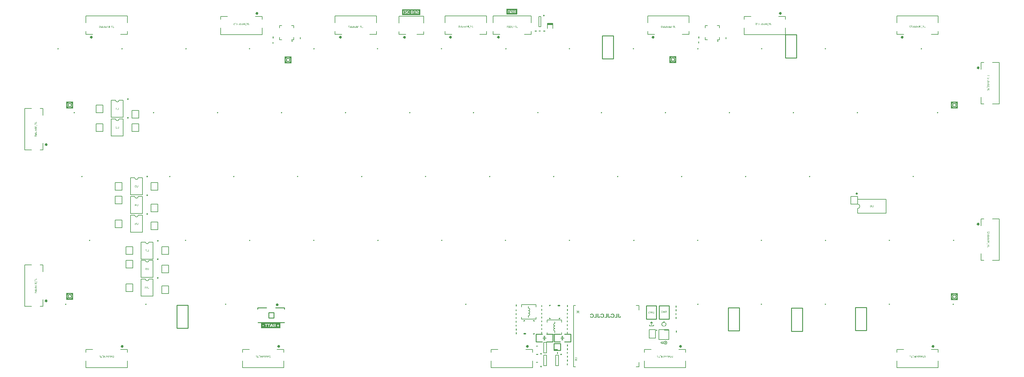
<source format=gbo>
G04*
G04 #@! TF.GenerationSoftware,Altium Limited,Altium Designer,22.10.1 (41)*
G04*
G04 Layer_Color=3326705*
%FSLAX44Y44*%
%MOMM*%
G71*
G04*
G04 #@! TF.SameCoordinates,43F64E9B-3785-48AA-9826-90990096846F*
G04*
G04*
G04 #@! TF.FilePolarity,Positive*
G04*
G01*
G75*
%ADD10C,0.2540*%
%ADD11C,0.1524*%
%ADD16C,0.2032*%
%ADD27C,0.1270*%
%ADD30C,0.3810*%
%ADD132C,0.5000*%
%ADD133C,0.4000*%
%ADD134C,0.2500*%
%ADD135C,0.2000*%
%ADD136C,0.1500*%
%ADD137C,0.1778*%
%ADD138C,0.0762*%
%ADD139R,1.6000X0.5500*%
G36*
X1235508Y1109552D02*
X1181100D01*
Y1126490D01*
X1235508D01*
Y1109552D01*
D02*
G37*
G36*
X1924285Y194797D02*
X1924355Y194774D01*
X1924379Y194750D01*
X1924496Y194703D01*
X1924590Y194633D01*
X1924637Y194586D01*
X1924661Y194562D01*
X1927833Y191414D01*
X1927974Y191202D01*
X1928044Y190991D01*
X1928068Y190920D01*
X1928091Y190850D01*
Y190803D01*
Y190779D01*
X1928068Y190662D01*
X1928044Y190544D01*
X1927950Y190333D01*
X1927880Y190215D01*
X1927833Y190192D01*
Y190168D01*
X1927715Y190075D01*
X1927621Y190004D01*
X1927410Y189934D01*
X1927245Y189887D01*
X1927198D01*
X1927081Y189910D01*
X1926963Y189934D01*
X1926752Y190028D01*
X1926634Y190098D01*
X1926588Y190145D01*
X1924919Y191790D01*
Y185516D01*
X1924872Y185258D01*
X1924802Y185070D01*
X1924731Y184929D01*
X1924684Y184906D01*
Y184882D01*
X1924590Y184788D01*
X1924473Y184741D01*
X1924261Y184647D01*
X1924191D01*
X1924120Y184624D01*
X1924050D01*
X1923909Y184647D01*
X1923792Y184671D01*
X1923604Y184765D01*
X1923486Y184835D01*
X1923439Y184882D01*
X1923345Y184976D01*
X1923298Y185094D01*
X1923204Y185305D01*
Y185375D01*
X1923181Y185446D01*
Y185493D01*
Y185516D01*
Y191790D01*
X1921512Y190145D01*
X1921419Y190051D01*
X1921301Y190004D01*
X1921113Y189910D01*
X1920949Y189887D01*
X1920902D01*
X1920643Y189934D01*
X1920432Y190028D01*
X1920314Y190121D01*
X1920267Y190168D01*
X1920126Y190357D01*
X1920056Y190544D01*
X1920032Y190709D01*
Y190732D01*
Y190756D01*
Y190897D01*
X1920056Y191014D01*
X1920150Y191226D01*
X1920220Y191367D01*
X1920244Y191390D01*
X1920267Y191414D01*
X1923439Y194562D01*
X1923533Y194656D01*
X1923627Y194703D01*
X1923698Y194750D01*
X1923721D01*
X1923839Y194797D01*
X1923956Y194820D01*
X1924167D01*
X1924285Y194797D01*
D02*
G37*
G36*
X1930464Y185469D02*
X1930652Y185399D01*
X1930793Y185305D01*
X1930817Y185282D01*
X1930840Y185258D01*
X1930934Y185164D01*
X1930981Y185047D01*
X1931075Y184835D01*
Y184765D01*
X1931098Y184694D01*
Y184647D01*
Y184624D01*
Y182862D01*
X1931075Y182603D01*
X1931028Y182368D01*
X1930934Y182157D01*
X1930840Y181969D01*
X1930746Y181828D01*
X1930652Y181710D01*
X1930605Y181640D01*
X1930582Y181616D01*
X1930370Y181452D01*
X1930159Y181311D01*
X1929971Y181217D01*
X1929759Y181170D01*
X1929595Y181123D01*
X1929454Y181099D01*
X1918764D01*
X1918505Y181123D01*
X1918270Y181170D01*
X1918059Y181264D01*
X1917871Y181358D01*
X1917730Y181452D01*
X1917612Y181546D01*
X1917542Y181593D01*
X1917518Y181616D01*
X1917354Y181828D01*
X1917213Y182039D01*
X1917119Y182227D01*
X1917072Y182439D01*
X1917025Y182603D01*
X1917001Y182744D01*
Y182838D01*
Y182862D01*
Y184624D01*
Y184765D01*
X1917048Y184882D01*
X1917119Y185094D01*
X1917213Y185211D01*
X1917236Y185258D01*
X1917260D01*
X1917354Y185352D01*
X1917471Y185399D01*
X1917683Y185493D01*
X1917753D01*
X1917824Y185516D01*
X1918035D01*
X1918153Y185469D01*
X1918341Y185399D01*
X1918482Y185305D01*
X1918505Y185282D01*
X1918529Y185258D01*
X1918670Y185047D01*
X1918740Y184835D01*
Y184765D01*
X1918764Y184694D01*
Y184647D01*
Y184624D01*
Y182862D01*
X1929336D01*
Y184624D01*
Y184765D01*
X1929383Y184882D01*
X1929454Y185094D01*
X1929548Y185211D01*
X1929571Y185258D01*
X1929595D01*
X1929689Y185352D01*
X1929783Y185399D01*
X1929994Y185493D01*
X1930135Y185516D01*
X1930347D01*
X1930464Y185469D01*
D02*
G37*
G36*
X1965931Y137343D02*
X1966331Y137296D01*
X1966707Y137225D01*
X1967059Y137131D01*
X1967693Y136873D01*
X1967975Y136732D01*
X1968234Y136591D01*
X1968469Y136450D01*
X1968680Y136309D01*
X1968868Y136168D01*
X1969009Y136051D01*
X1969127Y135957D01*
X1969221Y135886D01*
X1969268Y135839D01*
X1969291Y135816D01*
X1969550Y135534D01*
X1969785Y135228D01*
X1969996Y134899D01*
X1970184Y134594D01*
X1970325Y134265D01*
X1970443Y133960D01*
X1970630Y133372D01*
X1970701Y133114D01*
X1970748Y132855D01*
X1970771Y132644D01*
X1970795Y132456D01*
X1970818Y132291D01*
Y132174D01*
Y132104D01*
Y132080D01*
X1970795Y131681D01*
X1970748Y131281D01*
X1970677Y130905D01*
X1970583Y130553D01*
X1970325Y129918D01*
X1970208Y129636D01*
X1970043Y129378D01*
X1969902Y129143D01*
X1969785Y128932D01*
X1969644Y128744D01*
X1969526Y128603D01*
X1969432Y128485D01*
X1969362Y128391D01*
X1969315Y128344D01*
X1969291Y128321D01*
X1968986Y128062D01*
X1968680Y127827D01*
X1968375Y127616D01*
X1968046Y127428D01*
X1967740Y127287D01*
X1967412Y127170D01*
X1966824Y126982D01*
X1966566Y126911D01*
X1966307Y126864D01*
X1966096Y126841D01*
X1965908Y126817D01*
X1965744Y126794D01*
X1965532D01*
X1964992Y126817D01*
X1964498Y126911D01*
X1964052Y127029D01*
X1963652Y127170D01*
X1963324Y127287D01*
X1963089Y127404D01*
X1962995Y127451D01*
X1962924Y127499D01*
X1962901Y127522D01*
X1962877D01*
X1962454Y127804D01*
X1962055Y128133D01*
X1961726Y128462D01*
X1961467Y128767D01*
X1961256Y129026D01*
X1961091Y129261D01*
X1960997Y129402D01*
X1960974Y129425D01*
Y129449D01*
X1959917D01*
X1958578Y128485D01*
X1958413Y128391D01*
X1958366Y128368D01*
X1958342D01*
X1958249Y128344D01*
X1958155Y128321D01*
X1957967D01*
X1957873Y128344D01*
X1957826Y128368D01*
X1957802D01*
X1957708Y128415D01*
X1957614Y128438D01*
X1957567Y128485D01*
X1957544D01*
X1956299Y129449D01*
X1955147Y128579D01*
X1955053Y128509D01*
X1954983Y128462D01*
X1954912Y128415D01*
X1954560D01*
X1954442Y128438D01*
X1954348Y128462D01*
X1954278Y128485D01*
X1954254D01*
X1954137Y128556D01*
X1954066Y128603D01*
X1954019Y128650D01*
X1953996Y128673D01*
X1951200Y131469D01*
X1951106Y131563D01*
X1951059Y131657D01*
X1951012Y131728D01*
Y131751D01*
X1950965Y131868D01*
X1950942Y131986D01*
Y132057D01*
Y132080D01*
Y132198D01*
X1950965Y132315D01*
X1950989Y132385D01*
X1951012Y132409D01*
X1951059Y132526D01*
X1951130Y132620D01*
X1951177Y132667D01*
X1951200Y132691D01*
X1952962Y134453D01*
X1953056Y134547D01*
X1953150Y134594D01*
X1953221Y134641D01*
X1953244D01*
X1953362Y134688D01*
X1953479Y134711D01*
X1960974D01*
X1961256Y135134D01*
X1961561Y135510D01*
X1961867Y135839D01*
X1962172Y136121D01*
X1962454Y136356D01*
X1962666Y136497D01*
X1962830Y136615D01*
X1962854Y136638D01*
X1962877D01*
X1963324Y136873D01*
X1963793Y137061D01*
X1964240Y137178D01*
X1964663Y137272D01*
X1965015Y137319D01*
X1965156Y137343D01*
X1965274Y137366D01*
X1965532D01*
X1965931Y137343D01*
D02*
G37*
G36*
X1961472Y196028D02*
X1961660Y195958D01*
X1961778Y195888D01*
X1961825Y195841D01*
X1963681Y193984D01*
X1963775Y193867D01*
X1963822Y193773D01*
X1963869Y193703D01*
Y193679D01*
X1963892Y193561D01*
X1963916Y193468D01*
Y193397D01*
Y193374D01*
Y193233D01*
X1963892Y193139D01*
X1963869Y193045D01*
Y193021D01*
X1963822Y192927D01*
X1963752Y192833D01*
X1963705Y192786D01*
X1963681Y192763D01*
X1961825Y190907D01*
X1961637Y190766D01*
X1961425Y190695D01*
X1961284Y190672D01*
X1961214D01*
X1960956Y190719D01*
X1960768Y190789D01*
X1960650Y190860D01*
X1960603Y190907D01*
X1960462Y191095D01*
X1960392Y191306D01*
X1960368Y191447D01*
Y191494D01*
Y191518D01*
X1960415Y191776D01*
X1960486Y191964D01*
X1960556Y192081D01*
X1960603Y192128D01*
X1960956Y192481D01*
X1960885D01*
X1960486Y192457D01*
X1960086Y192410D01*
X1959710Y192340D01*
X1959358Y192246D01*
X1958723Y191987D01*
X1958442Y191846D01*
X1958183Y191705D01*
X1957948Y191565D01*
X1957737Y191423D01*
X1957572Y191283D01*
X1957431Y191165D01*
X1957314Y191071D01*
X1957220Y191001D01*
X1957173Y190954D01*
X1957149Y190930D01*
X1956867Y190648D01*
X1956633Y190343D01*
X1956421Y190014D01*
X1956257Y189708D01*
X1956092Y189403D01*
X1955975Y189074D01*
X1955787Y188510D01*
X1955716Y188228D01*
X1955669Y187993D01*
X1955646Y187782D01*
X1955622Y187594D01*
X1955599Y187429D01*
Y187312D01*
Y187241D01*
Y187218D01*
Y186889D01*
X1955646Y186560D01*
X1955763Y185973D01*
X1955928Y185432D01*
X1956116Y184962D01*
X1956233Y184751D01*
X1956327Y184586D01*
X1956421Y184422D01*
X1956492Y184281D01*
X1956562Y184187D01*
X1956609Y184116D01*
X1956633Y184070D01*
X1956656Y184046D01*
X1957055Y183576D01*
X1957502Y183153D01*
X1957948Y182824D01*
X1958371Y182566D01*
X1958747Y182354D01*
X1958911Y182284D01*
X1959052Y182237D01*
X1959170Y182190D01*
X1959264Y182143D01*
X1959311Y182120D01*
X1959334D01*
X1959546Y182026D01*
X1959687Y181931D01*
X1959804Y181838D01*
X1959828Y181791D01*
X1959945Y181626D01*
X1959992Y181462D01*
X1960016Y181344D01*
Y181321D01*
Y181297D01*
X1959992Y181133D01*
X1959969Y180992D01*
X1959851Y180757D01*
X1959804Y180686D01*
X1959757Y180616D01*
X1959734Y180592D01*
X1959710Y180569D01*
X1959593Y180498D01*
X1959452Y180428D01*
X1959334Y180404D01*
X1959052D01*
X1959005Y180428D01*
X1958982D01*
X1958559Y180569D01*
X1958160Y180710D01*
X1957431Y181086D01*
X1957102Y181297D01*
X1956797Y181485D01*
X1956515Y181697D01*
X1956280Y181908D01*
X1956045Y182120D01*
X1955834Y182307D01*
X1955669Y182472D01*
X1955528Y182613D01*
X1955411Y182754D01*
X1955340Y182848D01*
X1955293Y182895D01*
X1955270Y182918D01*
X1955011Y183271D01*
X1954800Y183647D01*
X1954612Y184023D01*
X1954447Y184375D01*
X1954306Y184751D01*
X1954189Y185103D01*
X1954025Y185785D01*
X1953954Y186067D01*
X1953907Y186349D01*
X1953884Y186607D01*
X1953860Y186819D01*
X1953837Y186983D01*
Y187100D01*
Y187194D01*
Y187218D01*
X1953860Y187758D01*
X1953931Y188275D01*
X1954025Y188769D01*
X1954165Y189238D01*
X1954306Y189685D01*
X1954494Y190084D01*
X1954682Y190460D01*
X1954870Y190813D01*
X1955058Y191118D01*
X1955246Y191400D01*
X1955434Y191635D01*
X1955575Y191823D01*
X1955716Y191987D01*
X1955810Y192105D01*
X1955881Y192175D01*
X1955904Y192199D01*
X1956304Y192551D01*
X1956703Y192880D01*
X1957126Y193139D01*
X1957549Y193374D01*
X1957972Y193585D01*
X1958371Y193750D01*
X1958770Y193890D01*
X1959170Y193984D01*
X1959522Y194078D01*
X1959851Y194125D01*
X1960133Y194172D01*
X1960392Y194219D01*
X1960603D01*
X1960744Y194243D01*
X1960956D01*
X1960603Y194595D01*
X1960462Y194807D01*
X1960392Y194995D01*
X1960368Y195159D01*
Y195183D01*
Y195206D01*
X1960415Y195465D01*
X1960486Y195676D01*
X1960556Y195794D01*
X1960603Y195841D01*
X1960791Y195982D01*
X1961003Y196052D01*
X1961143Y196075D01*
X1961214D01*
X1961472Y196028D01*
D02*
G37*
G36*
X1965960Y191893D02*
X1966148Y191823D01*
X1966265Y191729D01*
X1966312Y191705D01*
Y191682D01*
X1966594Y191306D01*
X1966829Y190954D01*
X1967041Y190601D01*
X1967205Y190272D01*
X1967346Y189990D01*
X1967440Y189779D01*
X1967487Y189638D01*
X1967511Y189614D01*
Y189591D01*
X1967652Y189168D01*
X1967746Y188745D01*
X1967840Y188346D01*
X1967887Y187993D01*
X1967910Y187664D01*
X1967934Y187429D01*
Y187335D01*
Y187265D01*
Y187241D01*
Y187218D01*
X1967910Y186772D01*
X1967863Y186349D01*
X1967793Y185926D01*
X1967699Y185526D01*
X1967605Y185150D01*
X1967487Y184798D01*
X1967346Y184469D01*
X1967205Y184163D01*
X1967088Y183882D01*
X1966947Y183647D01*
X1966829Y183435D01*
X1966712Y183247D01*
X1966641Y183106D01*
X1966571Y183012D01*
X1966524Y182942D01*
X1966500Y182918D01*
X1966218Y182589D01*
X1965936Y182284D01*
X1965631Y182002D01*
X1965326Y181744D01*
X1964997Y181509D01*
X1964691Y181321D01*
X1964104Y180968D01*
X1963846Y180851D01*
X1963587Y180733D01*
X1963352Y180639D01*
X1963164Y180545D01*
X1963000Y180498D01*
X1962882Y180451D01*
X1962812Y180428D01*
X1962788D01*
X1962647Y180404D01*
X1962506D01*
X1962295Y180451D01*
X1962201Y180498D01*
X1962130Y180522D01*
X1962107Y180569D01*
X1962083D01*
X1961966Y180663D01*
X1961895Y180780D01*
X1961801Y181015D01*
X1961778Y181109D01*
X1961754Y181203D01*
Y181250D01*
Y181274D01*
X1961778Y181485D01*
X1961848Y181650D01*
X1961919Y181744D01*
X1961942Y181791D01*
X1962107Y181931D01*
X1962248Y182049D01*
X1962389Y182096D01*
X1962412Y182120D01*
X1962436D01*
X1963023Y182354D01*
X1963540Y182636D01*
X1964010Y182942D01*
X1964409Y183271D01*
X1964715Y183553D01*
X1964950Y183788D01*
X1965020Y183882D01*
X1965091Y183952D01*
X1965114Y183999D01*
X1965138Y184023D01*
X1965326Y184281D01*
X1965467Y184563D01*
X1965725Y185127D01*
X1965913Y185644D01*
X1966030Y186161D01*
X1966125Y186583D01*
X1966148Y186772D01*
Y186912D01*
X1966172Y187053D01*
Y187147D01*
Y187194D01*
Y187218D01*
X1966148Y187547D01*
X1966125Y187852D01*
X1966078Y188158D01*
X1966030Y188393D01*
X1965983Y188604D01*
X1965936Y188769D01*
X1965889Y188862D01*
Y188909D01*
X1965772Y189215D01*
X1965631Y189497D01*
X1965490Y189755D01*
X1965373Y189967D01*
X1965255Y190155D01*
X1965161Y190296D01*
X1965091Y190390D01*
X1965067Y190413D01*
X1964997Y190531D01*
X1964926Y190648D01*
X1964879Y190860D01*
X1964856Y190954D01*
Y191001D01*
Y191048D01*
Y191071D01*
X1964903Y191306D01*
X1964973Y191518D01*
X1965044Y191635D01*
X1965091Y191682D01*
X1965208Y191776D01*
X1965302Y191846D01*
X1965514Y191917D01*
X1965655Y191940D01*
X1965842D01*
X1965960Y191893D01*
D02*
G37*
G36*
X819150Y175260D02*
X761725D01*
Y192099D01*
X819150D01*
Y175260D01*
D02*
G37*
G36*
X1808438Y218642D02*
X1808889Y218585D01*
X1809303Y218510D01*
X1809698Y218397D01*
X1810074Y218285D01*
X1810412Y218134D01*
X1810713Y217984D01*
X1810995Y217833D01*
X1811239Y217683D01*
X1811465Y217533D01*
X1811653Y217382D01*
X1811803Y217270D01*
X1811934Y217157D01*
X1812010Y217082D01*
X1812066Y217025D01*
X1812085Y217006D01*
X1812348Y216687D01*
X1812592Y216330D01*
X1812799Y215973D01*
X1812968Y215597D01*
X1813118Y215221D01*
X1813231Y214845D01*
X1813344Y214469D01*
X1813419Y214131D01*
X1813476Y213792D01*
X1813532Y213473D01*
X1813551Y213191D01*
X1813588Y212946D01*
Y212759D01*
X1813607Y212608D01*
Y212514D01*
Y212477D01*
X1813588Y211950D01*
X1813532Y211443D01*
X1813457Y210973D01*
X1813363Y210541D01*
X1813250Y210127D01*
X1813118Y209751D01*
X1812987Y209413D01*
X1812837Y209112D01*
X1812705Y208830D01*
X1812574Y208605D01*
X1812442Y208398D01*
X1812329Y208229D01*
X1812216Y208097D01*
X1812141Y208003D01*
X1812104Y207947D01*
X1812085Y207928D01*
X1811784Y207646D01*
X1811465Y207383D01*
X1811126Y207176D01*
X1810788Y206988D01*
X1810431Y206819D01*
X1810092Y206687D01*
X1809754Y206593D01*
X1809416Y206500D01*
X1809115Y206424D01*
X1808814Y206387D01*
X1808551Y206349D01*
X1808326Y206311D01*
X1808156D01*
X1808006Y206293D01*
X1807893D01*
X1807273Y206330D01*
X1806709Y206406D01*
X1806220Y206518D01*
X1805995Y206575D01*
X1805788Y206650D01*
X1805600Y206706D01*
X1805431Y206763D01*
X1805281Y206819D01*
X1805168Y206875D01*
X1805074Y206932D01*
X1804999Y206951D01*
X1804961Y206988D01*
X1804942D01*
X1804491Y207270D01*
X1804115Y207590D01*
X1803796Y207928D01*
X1803533Y208248D01*
X1803345Y208529D01*
X1803269Y208642D01*
X1803213Y208755D01*
X1803157Y208849D01*
X1803119Y208905D01*
X1803100Y208943D01*
Y208962D01*
X1802988Y209281D01*
X1802950Y209413D01*
X1802931Y209544D01*
X1802912Y209638D01*
Y209714D01*
Y209770D01*
Y209789D01*
X1802931Y209977D01*
X1802969Y210127D01*
X1803006Y210278D01*
X1803063Y210390D01*
X1803138Y210484D01*
X1803176Y210541D01*
X1803213Y210578D01*
X1803232Y210597D01*
X1803363Y210691D01*
X1803495Y210766D01*
X1803645Y210823D01*
X1803777Y210860D01*
X1803890Y210879D01*
X1803984Y210898D01*
X1804078D01*
X1804341Y210860D01*
X1804548Y210804D01*
X1804623Y210766D01*
X1804679Y210747D01*
X1804717Y210710D01*
X1804736D01*
X1804830Y210635D01*
X1804924Y210541D01*
X1805055Y210353D01*
X1805112Y210259D01*
X1805149Y210184D01*
X1805187Y210127D01*
Y210108D01*
X1805356Y209789D01*
X1805525Y209526D01*
X1805732Y209281D01*
X1805939Y209093D01*
X1806164Y208924D01*
X1806408Y208774D01*
X1806634Y208661D01*
X1806859Y208567D01*
X1807066Y208492D01*
X1807273Y208435D01*
X1807461Y208398D01*
X1807611Y208379D01*
X1807743Y208360D01*
X1807837Y208342D01*
X1807931D01*
X1808194Y208360D01*
X1808438Y208398D01*
X1808683Y208435D01*
X1808908Y208511D01*
X1809284Y208699D01*
X1809622Y208905D01*
X1809886Y209093D01*
X1810074Y209281D01*
X1810130Y209356D01*
X1810186Y209394D01*
X1810205Y209432D01*
X1810224Y209450D01*
X1810374Y209676D01*
X1810487Y209902D01*
X1810694Y210390D01*
X1810844Y210898D01*
X1810938Y211386D01*
X1810976Y211612D01*
X1811013Y211819D01*
X1811032Y212007D01*
Y212157D01*
X1811051Y212289D01*
Y212401D01*
Y212458D01*
Y212477D01*
X1811032Y212815D01*
X1811013Y213153D01*
X1810976Y213454D01*
X1810919Y213736D01*
X1810863Y213999D01*
X1810788Y214243D01*
X1810713Y214469D01*
X1810619Y214676D01*
X1810544Y214864D01*
X1810468Y215014D01*
X1810393Y215146D01*
X1810337Y215258D01*
X1810280Y215352D01*
X1810243Y215409D01*
X1810205Y215446D01*
Y215465D01*
X1810036Y215672D01*
X1809867Y215841D01*
X1809679Y215991D01*
X1809491Y216123D01*
X1809303Y216236D01*
X1809115Y216311D01*
X1808758Y216461D01*
X1808438Y216537D01*
X1808307Y216555D01*
X1808175Y216574D01*
X1808081Y216593D01*
X1807950D01*
X1807611Y216574D01*
X1807311Y216518D01*
X1807029Y216443D01*
X1806803Y216367D01*
X1806596Y216273D01*
X1806465Y216198D01*
X1806371Y216142D01*
X1806333Y216123D01*
X1806089Y215935D01*
X1805863Y215709D01*
X1805675Y215484D01*
X1805506Y215258D01*
X1805393Y215070D01*
X1805299Y214901D01*
X1805243Y214788D01*
X1805224Y214770D01*
Y214751D01*
X1805149Y214601D01*
X1805055Y214469D01*
X1804980Y214356D01*
X1804905Y214262D01*
X1804830Y214206D01*
X1804773Y214149D01*
X1804754Y214131D01*
X1804736Y214112D01*
X1804491Y213999D01*
X1804266Y213943D01*
X1804172D01*
X1804097Y213924D01*
X1804021D01*
X1803833Y213943D01*
X1803683Y213962D01*
X1803533Y214018D01*
X1803420Y214074D01*
X1803326Y214112D01*
X1803269Y214168D01*
X1803232Y214187D01*
X1803213Y214206D01*
X1803119Y214319D01*
X1803044Y214450D01*
X1802988Y214582D01*
X1802950Y214713D01*
X1802931Y214826D01*
X1802912Y214920D01*
Y214977D01*
Y214995D01*
X1802931Y215164D01*
X1802950Y215334D01*
X1802988Y215503D01*
X1803025Y215634D01*
X1803082Y215766D01*
X1803119Y215860D01*
X1803138Y215916D01*
X1803157Y215935D01*
X1803420Y216386D01*
X1803721Y216800D01*
X1804021Y217138D01*
X1804322Y217420D01*
X1804604Y217645D01*
X1804830Y217815D01*
X1804924Y217871D01*
X1804980Y217909D01*
X1805018Y217946D01*
X1805036D01*
X1805525Y218191D01*
X1806033Y218360D01*
X1806521Y218491D01*
X1806972Y218566D01*
X1807179Y218604D01*
X1807367Y218623D01*
X1807536Y218642D01*
X1807686D01*
X1807799Y218661D01*
X1807968D01*
X1808438Y218642D01*
D02*
G37*
G36*
X1777594D02*
X1778045Y218585D01*
X1778459Y218510D01*
X1778853Y218397D01*
X1779229Y218285D01*
X1779568Y218134D01*
X1779868Y217984D01*
X1780150Y217833D01*
X1780395Y217683D01*
X1780620Y217533D01*
X1780808Y217382D01*
X1780959Y217270D01*
X1781090Y217157D01*
X1781165Y217082D01*
X1781222Y217025D01*
X1781241Y217006D01*
X1781504Y216687D01*
X1781748Y216330D01*
X1781955Y215973D01*
X1782124Y215597D01*
X1782274Y215221D01*
X1782387Y214845D01*
X1782500Y214469D01*
X1782575Y214131D01*
X1782631Y213792D01*
X1782688Y213473D01*
X1782707Y213191D01*
X1782744Y212946D01*
Y212759D01*
X1782763Y212608D01*
Y212514D01*
Y212477D01*
X1782744Y211950D01*
X1782688Y211443D01*
X1782613Y210973D01*
X1782519Y210541D01*
X1782406Y210127D01*
X1782274Y209751D01*
X1782143Y209413D01*
X1781992Y209112D01*
X1781861Y208830D01*
X1781729Y208605D01*
X1781598Y208398D01*
X1781485Y208229D01*
X1781372Y208097D01*
X1781297Y208003D01*
X1781259Y207947D01*
X1781241Y207928D01*
X1780940Y207646D01*
X1780620Y207383D01*
X1780282Y207176D01*
X1779944Y206988D01*
X1779586Y206819D01*
X1779248Y206687D01*
X1778910Y206593D01*
X1778571Y206500D01*
X1778271Y206424D01*
X1777970Y206387D01*
X1777707Y206349D01*
X1777481Y206311D01*
X1777312D01*
X1777162Y206293D01*
X1777049D01*
X1776429Y206330D01*
X1775865Y206406D01*
X1775376Y206518D01*
X1775151Y206575D01*
X1774944Y206650D01*
X1774756Y206706D01*
X1774587Y206763D01*
X1774436Y206819D01*
X1774324Y206875D01*
X1774230Y206932D01*
X1774154Y206951D01*
X1774117Y206988D01*
X1774098D01*
X1773647Y207270D01*
X1773271Y207590D01*
X1772952Y207928D01*
X1772688Y208248D01*
X1772500Y208529D01*
X1772425Y208642D01*
X1772369Y208755D01*
X1772312Y208849D01*
X1772275Y208905D01*
X1772256Y208943D01*
Y208962D01*
X1772143Y209281D01*
X1772106Y209413D01*
X1772087Y209544D01*
X1772068Y209638D01*
Y209714D01*
Y209770D01*
Y209789D01*
X1772087Y209977D01*
X1772124Y210127D01*
X1772162Y210278D01*
X1772218Y210390D01*
X1772294Y210484D01*
X1772331Y210541D01*
X1772369Y210578D01*
X1772388Y210597D01*
X1772519Y210691D01*
X1772651Y210766D01*
X1772801Y210823D01*
X1772933Y210860D01*
X1773046Y210879D01*
X1773139Y210898D01*
X1773233D01*
X1773497Y210860D01*
X1773703Y210804D01*
X1773779Y210766D01*
X1773835Y210747D01*
X1773873Y210710D01*
X1773891D01*
X1773985Y210635D01*
X1774079Y210541D01*
X1774211Y210353D01*
X1774267Y210259D01*
X1774305Y210184D01*
X1774342Y210127D01*
Y210108D01*
X1774512Y209789D01*
X1774681Y209526D01*
X1774888Y209281D01*
X1775094Y209093D01*
X1775320Y208924D01*
X1775564Y208774D01*
X1775790Y208661D01*
X1776015Y208567D01*
X1776222Y208492D01*
X1776429Y208435D01*
X1776617Y208398D01*
X1776767Y208379D01*
X1776899Y208360D01*
X1776993Y208342D01*
X1777087D01*
X1777350Y208360D01*
X1777594Y208398D01*
X1777838Y208435D01*
X1778064Y208511D01*
X1778440Y208699D01*
X1778778Y208905D01*
X1779041Y209093D01*
X1779229Y209281D01*
X1779286Y209356D01*
X1779342Y209394D01*
X1779361Y209432D01*
X1779380Y209450D01*
X1779530Y209676D01*
X1779643Y209902D01*
X1779850Y210390D01*
X1780000Y210898D01*
X1780094Y211386D01*
X1780132Y211612D01*
X1780169Y211819D01*
X1780188Y212007D01*
Y212157D01*
X1780207Y212289D01*
Y212401D01*
Y212458D01*
Y212477D01*
X1780188Y212815D01*
X1780169Y213153D01*
X1780132Y213454D01*
X1780075Y213736D01*
X1780019Y213999D01*
X1779944Y214243D01*
X1779868Y214469D01*
X1779774Y214676D01*
X1779699Y214864D01*
X1779624Y215014D01*
X1779549Y215146D01*
X1779492Y215258D01*
X1779436Y215352D01*
X1779398Y215409D01*
X1779361Y215446D01*
Y215465D01*
X1779192Y215672D01*
X1779023Y215841D01*
X1778835Y215991D01*
X1778647Y216123D01*
X1778459Y216236D01*
X1778271Y216311D01*
X1777914Y216461D01*
X1777594Y216537D01*
X1777462Y216555D01*
X1777331Y216574D01*
X1777237Y216593D01*
X1777105D01*
X1776767Y216574D01*
X1776466Y216518D01*
X1776184Y216443D01*
X1775959Y216367D01*
X1775752Y216273D01*
X1775621Y216198D01*
X1775526Y216142D01*
X1775489Y216123D01*
X1775245Y215935D01*
X1775019Y215709D01*
X1774831Y215484D01*
X1774662Y215258D01*
X1774549Y215070D01*
X1774455Y214901D01*
X1774399Y214788D01*
X1774380Y214770D01*
Y214751D01*
X1774305Y214601D01*
X1774211Y214469D01*
X1774136Y214356D01*
X1774061Y214262D01*
X1773985Y214206D01*
X1773929Y214149D01*
X1773910Y214131D01*
X1773891Y214112D01*
X1773647Y213999D01*
X1773421Y213943D01*
X1773327D01*
X1773252Y213924D01*
X1773177D01*
X1772989Y213943D01*
X1772839Y213962D01*
X1772688Y214018D01*
X1772576Y214074D01*
X1772482Y214112D01*
X1772425Y214168D01*
X1772388Y214187D01*
X1772369Y214206D01*
X1772275Y214319D01*
X1772200Y214450D01*
X1772143Y214582D01*
X1772106Y214713D01*
X1772087Y214826D01*
X1772068Y214920D01*
Y214977D01*
Y214995D01*
X1772087Y215164D01*
X1772106Y215334D01*
X1772143Y215503D01*
X1772181Y215634D01*
X1772237Y215766D01*
X1772275Y215860D01*
X1772294Y215916D01*
X1772312Y215935D01*
X1772576Y216386D01*
X1772876Y216800D01*
X1773177Y217138D01*
X1773478Y217420D01*
X1773760Y217645D01*
X1773985Y217815D01*
X1774079Y217871D01*
X1774136Y217909D01*
X1774173Y217946D01*
X1774192D01*
X1774681Y218191D01*
X1775188Y218360D01*
X1775677Y218491D01*
X1776128Y218566D01*
X1776335Y218604D01*
X1776523Y218623D01*
X1776692Y218642D01*
X1776842D01*
X1776955Y218661D01*
X1777124D01*
X1777594Y218642D01*
D02*
G37*
G36*
X1746750D02*
X1747201Y218585D01*
X1747614Y218510D01*
X1748009Y218397D01*
X1748385Y218285D01*
X1748723Y218134D01*
X1749024Y217984D01*
X1749306Y217833D01*
X1749550Y217683D01*
X1749776Y217533D01*
X1749964Y217382D01*
X1750114Y217270D01*
X1750246Y217157D01*
X1750321Y217082D01*
X1750378Y217025D01*
X1750396Y217006D01*
X1750659Y216687D01*
X1750904Y216330D01*
X1751111Y215973D01*
X1751280Y215597D01*
X1751430Y215221D01*
X1751543Y214845D01*
X1751656Y214469D01*
X1751731Y214131D01*
X1751787Y213792D01*
X1751844Y213473D01*
X1751862Y213191D01*
X1751900Y212946D01*
Y212759D01*
X1751919Y212608D01*
Y212514D01*
Y212477D01*
X1751900Y211950D01*
X1751844Y211443D01*
X1751768Y210973D01*
X1751674Y210541D01*
X1751562Y210127D01*
X1751430Y209751D01*
X1751299Y209413D01*
X1751148Y209112D01*
X1751017Y208830D01*
X1750885Y208605D01*
X1750753Y208398D01*
X1750641Y208229D01*
X1750528Y208097D01*
X1750453Y208003D01*
X1750415Y207947D01*
X1750396Y207928D01*
X1750096Y207646D01*
X1749776Y207383D01*
X1749438Y207176D01*
X1749099Y206988D01*
X1748742Y206819D01*
X1748404Y206687D01*
X1748066Y206593D01*
X1747727Y206500D01*
X1747426Y206424D01*
X1747126Y206387D01*
X1746863Y206349D01*
X1746637Y206311D01*
X1746468D01*
X1746318Y206293D01*
X1746205D01*
X1745585Y206330D01*
X1745021Y206406D01*
X1744532Y206518D01*
X1744306Y206575D01*
X1744100Y206650D01*
X1743912Y206706D01*
X1743743Y206763D01*
X1743592Y206819D01*
X1743479Y206875D01*
X1743385Y206932D01*
X1743310Y206951D01*
X1743273Y206988D01*
X1743254D01*
X1742803Y207270D01*
X1742427Y207590D01*
X1742107Y207928D01*
X1741844Y208248D01*
X1741656Y208529D01*
X1741581Y208642D01*
X1741525Y208755D01*
X1741468Y208849D01*
X1741431Y208905D01*
X1741412Y208943D01*
Y208962D01*
X1741299Y209281D01*
X1741261Y209413D01*
X1741243Y209544D01*
X1741224Y209638D01*
Y209714D01*
Y209770D01*
Y209789D01*
X1741243Y209977D01*
X1741280Y210127D01*
X1741318Y210278D01*
X1741374Y210390D01*
X1741449Y210484D01*
X1741487Y210541D01*
X1741525Y210578D01*
X1741543Y210597D01*
X1741675Y210691D01*
X1741806Y210766D01*
X1741957Y210823D01*
X1742088Y210860D01*
X1742201Y210879D01*
X1742295Y210898D01*
X1742389D01*
X1742652Y210860D01*
X1742859Y210804D01*
X1742934Y210766D01*
X1742991Y210747D01*
X1743028Y210710D01*
X1743047D01*
X1743141Y210635D01*
X1743235Y210541D01*
X1743367Y210353D01*
X1743423Y210259D01*
X1743461Y210184D01*
X1743498Y210127D01*
Y210108D01*
X1743667Y209789D01*
X1743837Y209526D01*
X1744043Y209281D01*
X1744250Y209093D01*
X1744476Y208924D01*
X1744720Y208774D01*
X1744946Y208661D01*
X1745171Y208567D01*
X1745378Y208492D01*
X1745585Y208435D01*
X1745773Y208398D01*
X1745923Y208379D01*
X1746054Y208360D01*
X1746148Y208342D01*
X1746242D01*
X1746505Y208360D01*
X1746750Y208398D01*
X1746994Y208435D01*
X1747220Y208511D01*
X1747596Y208699D01*
X1747934Y208905D01*
X1748197Y209093D01*
X1748385Y209281D01*
X1748441Y209356D01*
X1748498Y209394D01*
X1748517Y209432D01*
X1748535Y209450D01*
X1748686Y209676D01*
X1748799Y209902D01*
X1749005Y210390D01*
X1749156Y210898D01*
X1749250Y211386D01*
X1749287Y211612D01*
X1749325Y211819D01*
X1749344Y212007D01*
Y212157D01*
X1749362Y212289D01*
Y212401D01*
Y212458D01*
Y212477D01*
X1749344Y212815D01*
X1749325Y213153D01*
X1749287Y213454D01*
X1749231Y213736D01*
X1749175Y213999D01*
X1749099Y214243D01*
X1749024Y214469D01*
X1748930Y214676D01*
X1748855Y214864D01*
X1748780Y215014D01*
X1748705Y215146D01*
X1748648Y215258D01*
X1748592Y215352D01*
X1748554Y215409D01*
X1748517Y215446D01*
Y215465D01*
X1748347Y215672D01*
X1748178Y215841D01*
X1747990Y215991D01*
X1747802Y216123D01*
X1747614Y216236D01*
X1747426Y216311D01*
X1747069Y216461D01*
X1746750Y216537D01*
X1746618Y216555D01*
X1746487Y216574D01*
X1746393Y216593D01*
X1746261D01*
X1745923Y216574D01*
X1745622Y216518D01*
X1745340Y216443D01*
X1745115Y216367D01*
X1744908Y216273D01*
X1744776Y216198D01*
X1744682Y216142D01*
X1744645Y216123D01*
X1744400Y215935D01*
X1744175Y215709D01*
X1743987Y215484D01*
X1743818Y215258D01*
X1743705Y215070D01*
X1743611Y214901D01*
X1743555Y214788D01*
X1743536Y214770D01*
Y214751D01*
X1743461Y214601D01*
X1743367Y214469D01*
X1743291Y214356D01*
X1743216Y214262D01*
X1743141Y214206D01*
X1743085Y214149D01*
X1743066Y214131D01*
X1743047Y214112D01*
X1742803Y213999D01*
X1742577Y213943D01*
X1742483D01*
X1742408Y213924D01*
X1742333D01*
X1742145Y213943D01*
X1741994Y213962D01*
X1741844Y214018D01*
X1741731Y214074D01*
X1741637Y214112D01*
X1741581Y214168D01*
X1741543Y214187D01*
X1741525Y214206D01*
X1741431Y214319D01*
X1741355Y214450D01*
X1741299Y214582D01*
X1741261Y214713D01*
X1741243Y214826D01*
X1741224Y214920D01*
Y214977D01*
Y214995D01*
X1741243Y215164D01*
X1741261Y215334D01*
X1741299Y215503D01*
X1741337Y215634D01*
X1741393Y215766D01*
X1741431Y215860D01*
X1741449Y215916D01*
X1741468Y215935D01*
X1741731Y216386D01*
X1742032Y216800D01*
X1742333Y217138D01*
X1742634Y217420D01*
X1742915Y217645D01*
X1743141Y217815D01*
X1743235Y217871D01*
X1743291Y217909D01*
X1743329Y217946D01*
X1743348D01*
X1743837Y218191D01*
X1744344Y218360D01*
X1744833Y218491D01*
X1745284Y218566D01*
X1745491Y218604D01*
X1745679Y218623D01*
X1745848Y218642D01*
X1745998D01*
X1746111Y218661D01*
X1746280D01*
X1746750Y218642D01*
D02*
G37*
G36*
X1821426Y218604D02*
X1821614Y218566D01*
X1821765Y218510D01*
X1821896Y218454D01*
X1822009Y218379D01*
X1822084Y218322D01*
X1822122Y218285D01*
X1822141Y218266D01*
X1822253Y218134D01*
X1822329Y217965D01*
X1822385Y217815D01*
X1822423Y217664D01*
X1822441Y217514D01*
X1822460Y217401D01*
Y217326D01*
Y217307D01*
Y207778D01*
X1822441Y207552D01*
X1822404Y207364D01*
X1822366Y207195D01*
X1822291Y207063D01*
X1822235Y206951D01*
X1822197Y206875D01*
X1822159Y206838D01*
X1822141Y206819D01*
X1822009Y206706D01*
X1821859Y206631D01*
X1821708Y206556D01*
X1821558Y206518D01*
X1821426Y206500D01*
X1821314Y206481D01*
X1815712D01*
X1815524Y206500D01*
X1815355Y206518D01*
X1815224Y206556D01*
X1815092Y206612D01*
X1815017Y206669D01*
X1814942Y206706D01*
X1814904Y206725D01*
X1814885Y206744D01*
X1814773Y206857D01*
X1814697Y206988D01*
X1814641Y207101D01*
X1814603Y207232D01*
X1814585Y207327D01*
X1814566Y207421D01*
Y207477D01*
Y207496D01*
X1814585Y207665D01*
X1814622Y207815D01*
X1814660Y207947D01*
X1814716Y208060D01*
X1814791Y208153D01*
X1814829Y208210D01*
X1814867Y208248D01*
X1814885Y208266D01*
X1814998Y208360D01*
X1815148Y208435D01*
X1815280Y208473D01*
X1815412Y208511D01*
X1815524Y208529D01*
X1815618Y208548D01*
X1819960D01*
Y217307D01*
X1819979Y217533D01*
X1820017Y217721D01*
X1820073Y217890D01*
X1820130Y218021D01*
X1820186Y218134D01*
X1820242Y218209D01*
X1820280Y218247D01*
X1820299Y218266D01*
X1820430Y218379D01*
X1820581Y218472D01*
X1820731Y218529D01*
X1820881Y218585D01*
X1821013Y218604D01*
X1821126Y218623D01*
X1821220D01*
X1821426Y218604D01*
D02*
G37*
G36*
X1790582D02*
X1790770Y218566D01*
X1790921Y218510D01*
X1791052Y218454D01*
X1791165Y218379D01*
X1791240Y218322D01*
X1791278Y218285D01*
X1791296Y218266D01*
X1791409Y218134D01*
X1791484Y217965D01*
X1791541Y217815D01*
X1791578Y217664D01*
X1791597Y217514D01*
X1791616Y217401D01*
Y217326D01*
Y217307D01*
Y207778D01*
X1791597Y207552D01*
X1791559Y207364D01*
X1791522Y207195D01*
X1791447Y207063D01*
X1791390Y206951D01*
X1791353Y206875D01*
X1791315Y206838D01*
X1791296Y206819D01*
X1791165Y206706D01*
X1791015Y206631D01*
X1790864Y206556D01*
X1790714Y206518D01*
X1790582Y206500D01*
X1790469Y206481D01*
X1784868D01*
X1784680Y206500D01*
X1784511Y206518D01*
X1784379Y206556D01*
X1784248Y206612D01*
X1784173Y206669D01*
X1784097Y206706D01*
X1784060Y206725D01*
X1784041Y206744D01*
X1783928Y206857D01*
X1783853Y206988D01*
X1783797Y207101D01*
X1783759Y207232D01*
X1783740Y207327D01*
X1783722Y207421D01*
Y207477D01*
Y207496D01*
X1783740Y207665D01*
X1783778Y207815D01*
X1783816Y207947D01*
X1783872Y208060D01*
X1783947Y208153D01*
X1783985Y208210D01*
X1784022Y208248D01*
X1784041Y208266D01*
X1784154Y208360D01*
X1784304Y208435D01*
X1784436Y208473D01*
X1784567Y208511D01*
X1784680Y208529D01*
X1784774Y208548D01*
X1789116D01*
Y217307D01*
X1789135Y217533D01*
X1789172Y217721D01*
X1789229Y217890D01*
X1789285Y218021D01*
X1789342Y218134D01*
X1789398Y218209D01*
X1789436Y218247D01*
X1789454Y218266D01*
X1789586Y218379D01*
X1789736Y218472D01*
X1789887Y218529D01*
X1790037Y218585D01*
X1790169Y218604D01*
X1790281Y218623D01*
X1790375D01*
X1790582Y218604D01*
D02*
G37*
G36*
X1759738D02*
X1759926Y218566D01*
X1760076Y218510D01*
X1760208Y218454D01*
X1760321Y218379D01*
X1760396Y218322D01*
X1760433Y218285D01*
X1760452Y218266D01*
X1760565Y218134D01*
X1760640Y217965D01*
X1760697Y217815D01*
X1760734Y217664D01*
X1760753Y217514D01*
X1760772Y217401D01*
Y217326D01*
Y217307D01*
Y207778D01*
X1760753Y207552D01*
X1760715Y207364D01*
X1760678Y207195D01*
X1760603Y207063D01*
X1760546Y206951D01*
X1760509Y206875D01*
X1760471Y206838D01*
X1760452Y206819D01*
X1760321Y206706D01*
X1760170Y206631D01*
X1760020Y206556D01*
X1759870Y206518D01*
X1759738Y206500D01*
X1759625Y206481D01*
X1754024D01*
X1753836Y206500D01*
X1753667Y206518D01*
X1753535Y206556D01*
X1753404Y206612D01*
X1753329Y206669D01*
X1753253Y206706D01*
X1753216Y206725D01*
X1753197Y206744D01*
X1753084Y206857D01*
X1753009Y206988D01*
X1752953Y207101D01*
X1752915Y207232D01*
X1752896Y207327D01*
X1752877Y207421D01*
Y207477D01*
Y207496D01*
X1752896Y207665D01*
X1752934Y207815D01*
X1752971Y207947D01*
X1753028Y208060D01*
X1753103Y208153D01*
X1753141Y208210D01*
X1753178Y208248D01*
X1753197Y208266D01*
X1753310Y208360D01*
X1753460Y208435D01*
X1753592Y208473D01*
X1753723Y208511D01*
X1753836Y208529D01*
X1753930Y208548D01*
X1758272D01*
Y217307D01*
X1758291Y217533D01*
X1758328Y217721D01*
X1758385Y217890D01*
X1758441Y218021D01*
X1758497Y218134D01*
X1758554Y218209D01*
X1758591Y218247D01*
X1758610Y218266D01*
X1758742Y218379D01*
X1758892Y218472D01*
X1759043Y218529D01*
X1759193Y218585D01*
X1759324Y218604D01*
X1759437Y218623D01*
X1759531D01*
X1759738Y218604D01*
D02*
G37*
G36*
X1826013D02*
X1826201Y218566D01*
X1826351Y218510D01*
X1826483Y218454D01*
X1826595Y218379D01*
X1826671Y218322D01*
X1826708Y218285D01*
X1826727Y218266D01*
X1826840Y218134D01*
X1826915Y217965D01*
X1826990Y217815D01*
X1827028Y217664D01*
X1827046Y217514D01*
X1827065Y217401D01*
Y217326D01*
Y217307D01*
Y210278D01*
X1827084Y209958D01*
X1827122Y209676D01*
X1827197Y209450D01*
X1827272Y209263D01*
X1827347Y209093D01*
X1827422Y208999D01*
X1827460Y208924D01*
X1827479Y208905D01*
X1827648Y208755D01*
X1827836Y208642D01*
X1828024Y208548D01*
X1828212Y208492D01*
X1828400Y208454D01*
X1828531Y208435D01*
X1828663D01*
X1828870Y208454D01*
X1829076Y208492D01*
X1829245Y208529D01*
X1829396Y208605D01*
X1829509Y208661D01*
X1829603Y208699D01*
X1829659Y208736D01*
X1829678Y208755D01*
X1829828Y208887D01*
X1829941Y209037D01*
X1830035Y209187D01*
X1830110Y209338D01*
X1830166Y209488D01*
X1830204Y209601D01*
X1830242Y209676D01*
Y209695D01*
X1830298Y209864D01*
X1830373Y210014D01*
X1830448Y210146D01*
X1830524Y210240D01*
X1830580Y210334D01*
X1830636Y210390D01*
X1830674Y210409D01*
X1830693Y210428D01*
X1830806Y210503D01*
X1830937Y210578D01*
X1831181Y210635D01*
X1831275Y210653D01*
X1831369Y210672D01*
X1831445D01*
X1831633Y210653D01*
X1831802Y210616D01*
X1831952Y210578D01*
X1832065Y210522D01*
X1832159Y210447D01*
X1832234Y210409D01*
X1832272Y210371D01*
X1832290Y210353D01*
X1832403Y210221D01*
X1832478Y210089D01*
X1832535Y209939D01*
X1832572Y209808D01*
X1832591Y209676D01*
X1832610Y209582D01*
Y209507D01*
Y209488D01*
X1832591Y209300D01*
X1832572Y209112D01*
X1832535Y208943D01*
X1832497Y208793D01*
X1832460Y208661D01*
X1832441Y208567D01*
X1832403Y208492D01*
Y208473D01*
X1832215Y208116D01*
X1832009Y207778D01*
X1831764Y207514D01*
X1831539Y207270D01*
X1831332Y207101D01*
X1831144Y206969D01*
X1831031Y206875D01*
X1831012Y206857D01*
X1830993D01*
X1830599Y206669D01*
X1830204Y206537D01*
X1829809Y206424D01*
X1829452Y206368D01*
X1829133Y206330D01*
X1828982Y206311D01*
X1828870D01*
X1828776Y206293D01*
X1828644D01*
X1828287Y206311D01*
X1827967Y206330D01*
X1827648Y206387D01*
X1827366Y206462D01*
X1827084Y206537D01*
X1826840Y206612D01*
X1826614Y206706D01*
X1826407Y206819D01*
X1826238Y206913D01*
X1826069Y207007D01*
X1825937Y207082D01*
X1825825Y207157D01*
X1825750Y207232D01*
X1825693Y207289D01*
X1825656Y207308D01*
X1825637Y207327D01*
X1825449Y207533D01*
X1825280Y207759D01*
X1825129Y207984D01*
X1824998Y208229D01*
X1824904Y208473D01*
X1824810Y208717D01*
X1824678Y209187D01*
X1824641Y209394D01*
X1824603Y209601D01*
X1824584Y209789D01*
X1824565Y209939D01*
X1824547Y210071D01*
Y210184D01*
Y210240D01*
Y210259D01*
Y217307D01*
X1824565Y217533D01*
X1824603Y217721D01*
X1824659Y217890D01*
X1824716Y218021D01*
X1824772Y218134D01*
X1824828Y218209D01*
X1824866Y218247D01*
X1824885Y218266D01*
X1825016Y218379D01*
X1825167Y218472D01*
X1825317Y218529D01*
X1825468Y218585D01*
X1825599Y218604D01*
X1825712Y218623D01*
X1825806D01*
X1826013Y218604D01*
D02*
G37*
G36*
X1795168D02*
X1795356Y218566D01*
X1795507Y218510D01*
X1795638Y218454D01*
X1795751Y218379D01*
X1795826Y218322D01*
X1795864Y218285D01*
X1795883Y218266D01*
X1795995Y218134D01*
X1796071Y217965D01*
X1796146Y217815D01*
X1796183Y217664D01*
X1796202Y217514D01*
X1796221Y217401D01*
Y217326D01*
Y217307D01*
Y210278D01*
X1796240Y209958D01*
X1796277Y209676D01*
X1796353Y209450D01*
X1796428Y209263D01*
X1796503Y209093D01*
X1796578Y208999D01*
X1796616Y208924D01*
X1796635Y208905D01*
X1796804Y208755D01*
X1796992Y208642D01*
X1797180Y208548D01*
X1797368Y208492D01*
X1797556Y208454D01*
X1797687Y208435D01*
X1797819D01*
X1798025Y208454D01*
X1798232Y208492D01*
X1798401Y208529D01*
X1798552Y208605D01*
X1798664Y208661D01*
X1798758Y208699D01*
X1798815Y208736D01*
X1798834Y208755D01*
X1798984Y208887D01*
X1799097Y209037D01*
X1799191Y209187D01*
X1799266Y209338D01*
X1799322Y209488D01*
X1799360Y209601D01*
X1799397Y209676D01*
Y209695D01*
X1799454Y209864D01*
X1799529Y210014D01*
X1799604Y210146D01*
X1799679Y210240D01*
X1799736Y210334D01*
X1799792Y210390D01*
X1799830Y210409D01*
X1799849Y210428D01*
X1799961Y210503D01*
X1800093Y210578D01*
X1800337Y210635D01*
X1800431Y210653D01*
X1800525Y210672D01*
X1800600D01*
X1800788Y210653D01*
X1800957Y210616D01*
X1801108Y210578D01*
X1801221Y210522D01*
X1801315Y210447D01*
X1801390Y210409D01*
X1801427Y210371D01*
X1801446Y210353D01*
X1801559Y210221D01*
X1801634Y210089D01*
X1801691Y209939D01*
X1801728Y209808D01*
X1801747Y209676D01*
X1801766Y209582D01*
Y209507D01*
Y209488D01*
X1801747Y209300D01*
X1801728Y209112D01*
X1801691Y208943D01*
X1801653Y208793D01*
X1801615Y208661D01*
X1801597Y208567D01*
X1801559Y208492D01*
Y208473D01*
X1801371Y208116D01*
X1801164Y207778D01*
X1800920Y207514D01*
X1800694Y207270D01*
X1800488Y207101D01*
X1800300Y206969D01*
X1800187Y206875D01*
X1800168Y206857D01*
X1800149D01*
X1799755Y206669D01*
X1799360Y206537D01*
X1798965Y206424D01*
X1798608Y206368D01*
X1798289Y206330D01*
X1798138Y206311D01*
X1798025D01*
X1797931Y206293D01*
X1797800D01*
X1797443Y206311D01*
X1797123Y206330D01*
X1796804Y206387D01*
X1796522Y206462D01*
X1796240Y206537D01*
X1795995Y206612D01*
X1795770Y206706D01*
X1795563Y206819D01*
X1795394Y206913D01*
X1795225Y207007D01*
X1795093Y207082D01*
X1794980Y207157D01*
X1794905Y207232D01*
X1794849Y207289D01*
X1794811Y207308D01*
X1794792Y207327D01*
X1794604Y207533D01*
X1794435Y207759D01*
X1794285Y207984D01*
X1794153Y208229D01*
X1794059Y208473D01*
X1793965Y208717D01*
X1793834Y209187D01*
X1793796Y209394D01*
X1793759Y209601D01*
X1793740Y209789D01*
X1793721Y209939D01*
X1793702Y210071D01*
Y210184D01*
Y210240D01*
Y210259D01*
Y217307D01*
X1793721Y217533D01*
X1793759Y217721D01*
X1793815Y217890D01*
X1793871Y218021D01*
X1793928Y218134D01*
X1793984Y218209D01*
X1794022Y218247D01*
X1794041Y218266D01*
X1794172Y218379D01*
X1794323Y218472D01*
X1794473Y218529D01*
X1794623Y218585D01*
X1794755Y218604D01*
X1794868Y218623D01*
X1794962D01*
X1795168Y218604D01*
D02*
G37*
G36*
X1764324D02*
X1764512Y218566D01*
X1764662Y218510D01*
X1764794Y218454D01*
X1764907Y218379D01*
X1764982Y218322D01*
X1765020Y218285D01*
X1765038Y218266D01*
X1765151Y218134D01*
X1765226Y217965D01*
X1765302Y217815D01*
X1765339Y217664D01*
X1765358Y217514D01*
X1765377Y217401D01*
Y217326D01*
Y217307D01*
Y210278D01*
X1765396Y209958D01*
X1765433Y209676D01*
X1765508Y209450D01*
X1765583Y209263D01*
X1765659Y209093D01*
X1765734Y208999D01*
X1765771Y208924D01*
X1765790Y208905D01*
X1765959Y208755D01*
X1766147Y208642D01*
X1766335Y208548D01*
X1766523Y208492D01*
X1766711Y208454D01*
X1766843Y208435D01*
X1766974D01*
X1767181Y208454D01*
X1767388Y208492D01*
X1767557Y208529D01*
X1767707Y208605D01*
X1767820Y208661D01*
X1767914Y208699D01*
X1767971Y208736D01*
X1767989Y208755D01*
X1768140Y208887D01*
X1768253Y209037D01*
X1768347Y209187D01*
X1768422Y209338D01*
X1768478Y209488D01*
X1768516Y209601D01*
X1768553Y209676D01*
Y209695D01*
X1768610Y209864D01*
X1768685Y210014D01*
X1768760Y210146D01*
X1768835Y210240D01*
X1768892Y210334D01*
X1768948Y210390D01*
X1768985Y210409D01*
X1769004Y210428D01*
X1769117Y210503D01*
X1769249Y210578D01*
X1769493Y210635D01*
X1769587Y210653D01*
X1769681Y210672D01*
X1769756D01*
X1769944Y210653D01*
X1770113Y210616D01*
X1770264Y210578D01*
X1770376Y210522D01*
X1770470Y210447D01*
X1770546Y210409D01*
X1770583Y210371D01*
X1770602Y210353D01*
X1770715Y210221D01*
X1770790Y210089D01*
X1770846Y209939D01*
X1770884Y209808D01*
X1770903Y209676D01*
X1770921Y209582D01*
Y209507D01*
Y209488D01*
X1770903Y209300D01*
X1770884Y209112D01*
X1770846Y208943D01*
X1770809Y208793D01*
X1770771Y208661D01*
X1770752Y208567D01*
X1770715Y208492D01*
Y208473D01*
X1770527Y208116D01*
X1770320Y207778D01*
X1770076Y207514D01*
X1769850Y207270D01*
X1769643Y207101D01*
X1769455Y206969D01*
X1769343Y206875D01*
X1769324Y206857D01*
X1769305D01*
X1768910Y206669D01*
X1768516Y206537D01*
X1768121Y206424D01*
X1767764Y206368D01*
X1767444Y206330D01*
X1767294Y206311D01*
X1767181D01*
X1767087Y206293D01*
X1766956D01*
X1766598Y206311D01*
X1766279Y206330D01*
X1765959Y206387D01*
X1765677Y206462D01*
X1765396Y206537D01*
X1765151Y206612D01*
X1764926Y206706D01*
X1764719Y206819D01*
X1764550Y206913D01*
X1764380Y207007D01*
X1764249Y207082D01*
X1764136Y207157D01*
X1764061Y207232D01*
X1764005Y207289D01*
X1763967Y207308D01*
X1763948Y207327D01*
X1763760Y207533D01*
X1763591Y207759D01*
X1763441Y207984D01*
X1763309Y208229D01*
X1763215Y208473D01*
X1763121Y208717D01*
X1762990Y209187D01*
X1762952Y209394D01*
X1762914Y209601D01*
X1762896Y209789D01*
X1762877Y209939D01*
X1762858Y210071D01*
Y210184D01*
Y210240D01*
Y210259D01*
Y217307D01*
X1762877Y217533D01*
X1762914Y217721D01*
X1762971Y217890D01*
X1763027Y218021D01*
X1763084Y218134D01*
X1763140Y218209D01*
X1763178Y218247D01*
X1763196Y218266D01*
X1763328Y218379D01*
X1763478Y218472D01*
X1763629Y218529D01*
X1763779Y218585D01*
X1763911Y218604D01*
X1764023Y218623D01*
X1764117D01*
X1764324Y218604D01*
D02*
G37*
G36*
X852170Y965200D02*
X831851D01*
Y985505D01*
X852170D01*
Y965200D01*
D02*
G37*
G36*
X201930Y260350D02*
X181611D01*
Y280655D01*
X201930D01*
Y260350D01*
D02*
G37*
G36*
X1524018Y1110864D02*
X1492250D01*
Y1127760D01*
X1524018D01*
Y1110864D01*
D02*
G37*
G36*
X1997710Y966470D02*
X1977391D01*
Y986775D01*
X1997710D01*
Y966470D01*
D02*
G37*
G36*
X201930Y830580D02*
X181611D01*
Y850885D01*
X201930D01*
Y830580D01*
D02*
G37*
G36*
X2835910Y259080D02*
X2815591D01*
Y279385D01*
X2835910D01*
Y259080D01*
D02*
G37*
G36*
Y830580D02*
X2815591D01*
Y850885D01*
X2835910D01*
Y830580D01*
D02*
G37*
G36*
X1494297Y1076921D02*
X1494373Y1076912D01*
X1494420Y1076893D01*
X1494429Y1076884D01*
X1494438D01*
X1494523Y1076846D01*
X1494608Y1076790D01*
X1494645Y1076761D01*
X1494673Y1076743D01*
X1494692Y1076733D01*
X1494702Y1076724D01*
X1495989Y1075803D01*
X1496064Y1075747D01*
X1496111Y1075699D01*
X1496140Y1075662D01*
X1496149Y1075652D01*
X1496177Y1075596D01*
X1496187Y1075540D01*
X1496196Y1075493D01*
Y1075483D01*
Y1075474D01*
X1496187Y1075380D01*
X1496158Y1075305D01*
X1496130Y1075267D01*
X1496121Y1075248D01*
X1496055Y1075201D01*
X1495980Y1075173D01*
X1495923Y1075164D01*
X1495905D01*
X1495811Y1075183D01*
X1495726Y1075211D01*
X1495670Y1075239D01*
X1495660Y1075258D01*
X1495651D01*
X1494523Y1076038D01*
X1494514D01*
Y1071179D01*
X1494504Y1071123D01*
X1494495Y1071066D01*
X1494457Y1070982D01*
X1494429Y1070925D01*
X1494410Y1070916D01*
Y1070907D01*
X1494373Y1070869D01*
X1494326Y1070850D01*
X1494241Y1070813D01*
X1494203D01*
X1494175Y1070803D01*
X1494147D01*
X1494044Y1070822D01*
X1493959Y1070850D01*
X1493912Y1070878D01*
X1493893Y1070897D01*
X1493856Y1070944D01*
X1493837Y1070991D01*
X1493799Y1071085D01*
Y1071123D01*
X1493790Y1071151D01*
Y1071170D01*
Y1071179D01*
Y1076508D01*
Y1076573D01*
X1493809Y1076639D01*
X1493846Y1076733D01*
X1493865Y1076771D01*
X1493884Y1076799D01*
X1493893Y1076808D01*
X1493903Y1076818D01*
X1493950Y1076855D01*
X1493997Y1076884D01*
X1494091Y1076921D01*
X1494138D01*
X1494175Y1076931D01*
X1494203D01*
X1494297Y1076921D01*
D02*
G37*
G36*
X1511787Y1076893D02*
X1511872Y1076865D01*
X1511928Y1076827D01*
X1511938Y1076818D01*
X1511947Y1076808D01*
X1511985Y1076771D01*
X1512003Y1076724D01*
X1512041Y1076630D01*
Y1076592D01*
X1512050Y1076555D01*
Y1076536D01*
Y1076526D01*
Y1072965D01*
X1512041Y1072786D01*
X1512022Y1072617D01*
X1511994Y1072457D01*
X1511947Y1072307D01*
X1511900Y1072166D01*
X1511844Y1072034D01*
X1511787Y1071912D01*
X1511731Y1071809D01*
X1511674Y1071705D01*
X1511609Y1071621D01*
X1511562Y1071546D01*
X1511515Y1071489D01*
X1511468Y1071442D01*
X1511439Y1071405D01*
X1511421Y1071386D01*
X1511411Y1071376D01*
X1511289Y1071273D01*
X1511148Y1071179D01*
X1511007Y1071095D01*
X1510866Y1071029D01*
X1510716Y1070972D01*
X1510575Y1070925D01*
X1510302Y1070850D01*
X1510171Y1070822D01*
X1510049Y1070803D01*
X1509945Y1070794D01*
X1509851Y1070784D01*
X1509776Y1070775D01*
X1509673D01*
X1509475Y1070784D01*
X1509278Y1070803D01*
X1509099Y1070831D01*
X1508940Y1070869D01*
X1508780Y1070916D01*
X1508639Y1070963D01*
X1508507Y1071019D01*
X1508385Y1071076D01*
X1508282Y1071132D01*
X1508188Y1071189D01*
X1508113Y1071236D01*
X1508047Y1071283D01*
X1507990Y1071320D01*
X1507953Y1071348D01*
X1507934Y1071367D01*
X1507925Y1071376D01*
X1507812Y1071499D01*
X1507718Y1071621D01*
X1507624Y1071752D01*
X1507558Y1071884D01*
X1507492Y1072016D01*
X1507445Y1072147D01*
X1507361Y1072401D01*
X1507342Y1072514D01*
X1507323Y1072626D01*
X1507304Y1072720D01*
X1507295Y1072805D01*
X1507285Y1072871D01*
Y1072918D01*
Y1072955D01*
Y1072965D01*
Y1076526D01*
Y1076592D01*
X1507304Y1076649D01*
X1507332Y1076733D01*
X1507370Y1076790D01*
X1507379Y1076808D01*
X1507389D01*
X1507426Y1076846D01*
X1507473Y1076865D01*
X1507567Y1076902D01*
X1507605D01*
X1507633Y1076912D01*
X1507718D01*
X1507774Y1076893D01*
X1507859Y1076865D01*
X1507915Y1076827D01*
X1507925Y1076818D01*
X1507934Y1076808D01*
X1507972Y1076771D01*
X1507990Y1076724D01*
X1508028Y1076630D01*
Y1076592D01*
X1508037Y1076555D01*
Y1076536D01*
Y1076526D01*
Y1073012D01*
Y1072889D01*
X1508056Y1072767D01*
X1508103Y1072542D01*
X1508178Y1072354D01*
X1508253Y1072194D01*
X1508329Y1072063D01*
X1508404Y1071969D01*
X1508432Y1071931D01*
X1508451Y1071903D01*
X1508460Y1071893D01*
X1508470Y1071884D01*
X1508554Y1071809D01*
X1508648Y1071743D01*
X1508836Y1071630D01*
X1509043Y1071555D01*
X1509231Y1071508D01*
X1509409Y1071470D01*
X1509485Y1071461D01*
X1509541D01*
X1509597Y1071452D01*
X1509673D01*
X1509814Y1071461D01*
X1509945Y1071470D01*
X1510180Y1071517D01*
X1510387Y1071593D01*
X1510556Y1071668D01*
X1510688Y1071743D01*
X1510744Y1071781D01*
X1510791Y1071818D01*
X1510819Y1071846D01*
X1510847Y1071865D01*
X1510857Y1071884D01*
X1510866D01*
X1510941Y1071969D01*
X1511007Y1072063D01*
X1511120Y1072251D01*
X1511195Y1072438D01*
X1511242Y1072617D01*
X1511280Y1072767D01*
X1511289Y1072842D01*
Y1072899D01*
X1511299Y1072946D01*
Y1072983D01*
Y1073002D01*
Y1073012D01*
Y1076526D01*
Y1076592D01*
X1511317Y1076649D01*
X1511346Y1076733D01*
X1511383Y1076790D01*
X1511393Y1076808D01*
X1511402D01*
X1511439Y1076846D01*
X1511486Y1076865D01*
X1511580Y1076902D01*
X1511618D01*
X1511646Y1076912D01*
X1511731D01*
X1511787Y1076893D01*
D02*
G37*
G36*
X1500820Y1076837D02*
X1500904Y1076808D01*
X1500961Y1076771D01*
X1500970Y1076761D01*
X1500979Y1076752D01*
X1501017Y1076714D01*
X1501036Y1076667D01*
X1501073Y1076573D01*
Y1076536D01*
X1501083Y1076498D01*
Y1076480D01*
Y1076470D01*
Y1071254D01*
X1501073Y1071189D01*
X1501064Y1071132D01*
X1501026Y1071048D01*
X1500998Y1070991D01*
X1500979Y1070982D01*
Y1070972D01*
X1500942Y1070935D01*
X1500895Y1070916D01*
X1500801Y1070878D01*
X1500763D01*
X1500735Y1070869D01*
X1498818D01*
X1498639Y1070878D01*
X1498480Y1070888D01*
X1498320Y1070907D01*
X1498179Y1070935D01*
X1498047Y1070972D01*
X1497925Y1071010D01*
X1497812Y1071048D01*
X1497709Y1071095D01*
X1497624Y1071132D01*
X1497540Y1071170D01*
X1497474Y1071207D01*
X1497418Y1071245D01*
X1497380Y1071273D01*
X1497352Y1071292D01*
X1497333Y1071311D01*
X1497324D01*
X1497230Y1071395D01*
X1497145Y1071489D01*
X1497079Y1071593D01*
X1497014Y1071687D01*
X1496957Y1071790D01*
X1496920Y1071893D01*
X1496854Y1072091D01*
X1496816Y1072269D01*
X1496807Y1072344D01*
X1496797Y1072410D01*
X1496788Y1072467D01*
Y1072504D01*
Y1072532D01*
Y1072542D01*
X1496807Y1072758D01*
X1496844Y1072955D01*
X1496901Y1073124D01*
X1496967Y1073265D01*
X1497042Y1073378D01*
X1497098Y1073463D01*
X1497136Y1073519D01*
X1497155Y1073538D01*
X1497296Y1073679D01*
X1497455Y1073782D01*
X1497615Y1073867D01*
X1497775Y1073933D01*
X1497906Y1073970D01*
X1498019Y1073998D01*
X1498066Y1074008D01*
X1498094Y1074017D01*
X1498123D01*
Y1074055D01*
X1497963Y1074092D01*
X1497822Y1074158D01*
X1497700Y1074233D01*
X1497596Y1074309D01*
X1497512Y1074384D01*
X1497446Y1074450D01*
X1497399Y1074487D01*
X1497389Y1074506D01*
X1497286Y1074656D01*
X1497211Y1074807D01*
X1497164Y1074948D01*
X1497126Y1075079D01*
X1497108Y1075192D01*
X1497089Y1075286D01*
Y1075342D01*
Y1075352D01*
Y1075361D01*
X1497098Y1075483D01*
X1497108Y1075605D01*
X1497164Y1075812D01*
X1497239Y1076000D01*
X1497324Y1076160D01*
X1497418Y1076282D01*
X1497493Y1076367D01*
X1497549Y1076423D01*
X1497559Y1076442D01*
X1497568D01*
X1497662Y1076517D01*
X1497756Y1076583D01*
X1497963Y1076677D01*
X1498170Y1076752D01*
X1498367Y1076808D01*
X1498536Y1076837D01*
X1498611Y1076846D01*
X1498677D01*
X1498733Y1076855D01*
X1500763D01*
X1500820Y1076837D01*
D02*
G37*
G36*
X1520142D02*
X1520227Y1076808D01*
X1520283Y1076771D01*
X1520292Y1076761D01*
X1520302Y1076752D01*
X1520339Y1076714D01*
X1520358Y1076667D01*
X1520396Y1076573D01*
Y1076536D01*
X1520405Y1076498D01*
Y1076480D01*
Y1076470D01*
Y1071189D01*
X1520396Y1071123D01*
X1520386Y1071066D01*
X1520349Y1070982D01*
X1520321Y1070925D01*
X1520302Y1070916D01*
Y1070907D01*
X1520217Y1070850D01*
X1520123Y1070822D01*
X1520086D01*
X1520057Y1070813D01*
X1520029D01*
X1519916Y1070831D01*
X1519832Y1070860D01*
X1519776Y1070888D01*
X1519757Y1070907D01*
X1519719Y1070944D01*
X1519700Y1070991D01*
X1519663Y1071085D01*
Y1071123D01*
X1519653Y1071160D01*
Y1071179D01*
Y1071189D01*
Y1073002D01*
X1518272D01*
X1518112Y1073012D01*
X1517971Y1073021D01*
X1517830Y1073049D01*
X1517699Y1073087D01*
X1517464Y1073171D01*
X1517360Y1073219D01*
X1517266Y1073275D01*
X1517182Y1073322D01*
X1517106Y1073369D01*
X1517041Y1073416D01*
X1516984Y1073453D01*
X1516947Y1073491D01*
X1516918Y1073519D01*
X1516900Y1073529D01*
X1516890Y1073538D01*
X1516796Y1073641D01*
X1516712Y1073754D01*
X1516637Y1073867D01*
X1516571Y1073989D01*
X1516524Y1074102D01*
X1516477Y1074224D01*
X1516411Y1074440D01*
X1516392Y1074544D01*
X1516373Y1074638D01*
X1516364Y1074722D01*
X1516355Y1074797D01*
X1516345Y1074854D01*
Y1074901D01*
Y1074929D01*
Y1074938D01*
X1516355Y1075098D01*
X1516364Y1075239D01*
X1516392Y1075380D01*
X1516430Y1075512D01*
X1516514Y1075747D01*
X1516561Y1075850D01*
X1516608Y1075944D01*
X1516665Y1076029D01*
X1516712Y1076104D01*
X1516759Y1076169D01*
X1516796Y1076226D01*
X1516834Y1076263D01*
X1516862Y1076292D01*
X1516871Y1076310D01*
X1516881Y1076320D01*
X1516984Y1076414D01*
X1517097Y1076498D01*
X1517210Y1076564D01*
X1517323Y1076630D01*
X1517435Y1076686D01*
X1517558Y1076724D01*
X1517774Y1076790D01*
X1517877Y1076808D01*
X1517962Y1076827D01*
X1518046Y1076837D01*
X1518121Y1076846D01*
X1518178Y1076855D01*
X1520086D01*
X1520142Y1076837D01*
D02*
G37*
G36*
X1522050Y1076893D02*
X1522134Y1076865D01*
X1522191Y1076827D01*
X1522200Y1076818D01*
X1522210Y1076808D01*
X1522247Y1076771D01*
X1522266Y1076724D01*
X1522303Y1076630D01*
Y1076592D01*
X1522313Y1076555D01*
Y1076536D01*
Y1076526D01*
Y1072579D01*
X1522322Y1072391D01*
X1522350Y1072222D01*
X1522397Y1072072D01*
X1522444Y1071959D01*
X1522491Y1071865D01*
X1522538Y1071799D01*
X1522567Y1071752D01*
X1522576Y1071743D01*
X1522679Y1071649D01*
X1522802Y1071574D01*
X1522924Y1071527D01*
X1523046Y1071489D01*
X1523159Y1071470D01*
X1523243Y1071461D01*
X1523281Y1071452D01*
X1523328D01*
X1523459Y1071461D01*
X1523582Y1071480D01*
X1523685Y1071517D01*
X1523779Y1071555D01*
X1523845Y1071583D01*
X1523901Y1071621D01*
X1523939Y1071640D01*
X1523948Y1071649D01*
X1524033Y1071734D01*
X1524108Y1071827D01*
X1524164Y1071921D01*
X1524211Y1072016D01*
X1524249Y1072100D01*
X1524277Y1072166D01*
X1524286Y1072213D01*
X1524296Y1072232D01*
X1524333Y1072344D01*
X1524390Y1072429D01*
X1524446Y1072485D01*
X1524512Y1072532D01*
X1524568Y1072551D01*
X1524615Y1072561D01*
X1524653Y1072570D01*
X1524719D01*
X1524775Y1072551D01*
X1524860Y1072523D01*
X1524907Y1072485D01*
X1524926Y1072476D01*
Y1072467D01*
X1524973Y1072382D01*
X1525001Y1072288D01*
Y1072251D01*
X1525010Y1072213D01*
Y1072194D01*
Y1072185D01*
X1525001Y1072044D01*
X1524973Y1071921D01*
X1524963Y1071865D01*
X1524954Y1071827D01*
X1524944Y1071799D01*
Y1071790D01*
X1524869Y1071621D01*
X1524775Y1071480D01*
X1524681Y1071348D01*
X1524578Y1071245D01*
X1524484Y1071160D01*
X1524409Y1071095D01*
X1524362Y1071057D01*
X1524343Y1071048D01*
X1524174Y1070954D01*
X1523995Y1070888D01*
X1523826Y1070841D01*
X1523666Y1070813D01*
X1523535Y1070794D01*
X1523422Y1070775D01*
X1523328D01*
X1523177Y1070784D01*
X1523027Y1070794D01*
X1522773Y1070850D01*
X1522661Y1070888D01*
X1522548Y1070925D01*
X1522454Y1070963D01*
X1522369Y1071010D01*
X1522285Y1071057D01*
X1522219Y1071095D01*
X1522163Y1071132D01*
X1522116Y1071170D01*
X1522078Y1071198D01*
X1522050Y1071226D01*
X1522040Y1071236D01*
X1522031Y1071245D01*
X1521946Y1071339D01*
X1521871Y1071442D01*
X1521815Y1071546D01*
X1521758Y1071658D01*
X1521674Y1071874D01*
X1521617Y1072091D01*
X1521589Y1072288D01*
X1521570Y1072363D01*
Y1072438D01*
X1521561Y1072495D01*
Y1072542D01*
Y1072570D01*
Y1072579D01*
Y1076526D01*
Y1076592D01*
X1521580Y1076649D01*
X1521608Y1076733D01*
X1521646Y1076790D01*
X1521655Y1076808D01*
X1521664D01*
X1521702Y1076846D01*
X1521749Y1076865D01*
X1521843Y1076902D01*
X1521881D01*
X1521909Y1076912D01*
X1521993D01*
X1522050Y1076893D01*
D02*
G37*
G36*
X1504316Y1076949D02*
X1504476Y1076940D01*
X1504635Y1076912D01*
X1504776Y1076884D01*
X1504908Y1076846D01*
X1505039Y1076808D01*
X1505152Y1076761D01*
X1505256Y1076724D01*
X1505349Y1076677D01*
X1505434Y1076630D01*
X1505500Y1076592D01*
X1505566Y1076555D01*
X1505613Y1076526D01*
X1505641Y1076498D01*
X1505660Y1076489D01*
X1505669Y1076480D01*
X1505773Y1076386D01*
X1505866Y1076292D01*
X1505942Y1076198D01*
X1506007Y1076094D01*
X1506064Y1075991D01*
X1506120Y1075897D01*
X1506186Y1075699D01*
X1506233Y1075530D01*
X1506242Y1075465D01*
X1506252Y1075399D01*
X1506261Y1075352D01*
Y1075305D01*
Y1075286D01*
Y1075277D01*
X1506252Y1075154D01*
X1506242Y1075042D01*
X1506195Y1074835D01*
X1506130Y1074656D01*
X1506054Y1074506D01*
X1505979Y1074384D01*
X1505913Y1074290D01*
X1505866Y1074233D01*
X1505848Y1074224D01*
Y1074215D01*
X1505763Y1074139D01*
X1505669Y1074074D01*
X1505472Y1073951D01*
X1505256Y1073848D01*
X1505039Y1073764D01*
X1504842Y1073698D01*
X1504758Y1073670D01*
X1504682Y1073651D01*
X1504626Y1073632D01*
X1504579Y1073623D01*
X1504551Y1073613D01*
X1504541D01*
X1503884Y1073472D01*
X1503667Y1073416D01*
X1503489Y1073359D01*
X1503338Y1073294D01*
X1503216Y1073228D01*
X1503122Y1073171D01*
X1503056Y1073124D01*
X1503009Y1073096D01*
X1503000Y1073087D01*
X1502906Y1072993D01*
X1502840Y1072889D01*
X1502784Y1072777D01*
X1502756Y1072683D01*
X1502737Y1072589D01*
X1502718Y1072523D01*
Y1072476D01*
Y1072457D01*
X1502737Y1072297D01*
X1502784Y1072147D01*
X1502840Y1072025D01*
X1502915Y1071921D01*
X1502991Y1071827D01*
X1503047Y1071771D01*
X1503094Y1071724D01*
X1503113Y1071715D01*
X1503273Y1071621D01*
X1503432Y1071555D01*
X1503602Y1071499D01*
X1503761Y1071470D01*
X1503902Y1071452D01*
X1503968Y1071442D01*
X1504015D01*
X1504062Y1071433D01*
X1504118D01*
X1504325Y1071442D01*
X1504523Y1071470D01*
X1504692Y1071508D01*
X1504833Y1071546D01*
X1504955Y1071583D01*
X1505039Y1071621D01*
X1505096Y1071649D01*
X1505105Y1071658D01*
X1505115D01*
X1505256Y1071752D01*
X1505368Y1071865D01*
X1505462Y1071978D01*
X1505538Y1072091D01*
X1505585Y1072194D01*
X1505622Y1072269D01*
X1505641Y1072326D01*
X1505650Y1072335D01*
Y1072344D01*
X1505688Y1072448D01*
X1505744Y1072523D01*
X1505801Y1072570D01*
X1505857Y1072608D01*
X1505913Y1072626D01*
X1505960Y1072645D01*
X1506064D01*
X1506111Y1072626D01*
X1506195Y1072598D01*
X1506242Y1072561D01*
X1506261Y1072551D01*
Y1072542D01*
X1506317Y1072457D01*
X1506346Y1072363D01*
Y1072326D01*
X1506355Y1072288D01*
Y1072269D01*
Y1072260D01*
X1506346Y1072166D01*
X1506336Y1072081D01*
X1506327Y1072016D01*
X1506317Y1072006D01*
Y1071997D01*
X1506233Y1071799D01*
X1506120Y1071621D01*
X1505998Y1071470D01*
X1505876Y1071339D01*
X1505754Y1071245D01*
X1505660Y1071170D01*
X1505622Y1071142D01*
X1505594Y1071123D01*
X1505575Y1071104D01*
X1505566D01*
X1505340Y1070991D01*
X1505105Y1070916D01*
X1504870Y1070860D01*
X1504654Y1070813D01*
X1504551Y1070803D01*
X1504457Y1070794D01*
X1504372Y1070784D01*
X1504306D01*
X1504241Y1070775D01*
X1504165D01*
X1503977Y1070784D01*
X1503808Y1070794D01*
X1503639Y1070822D01*
X1503489Y1070850D01*
X1503338Y1070888D01*
X1503207Y1070925D01*
X1503085Y1070972D01*
X1502972Y1071019D01*
X1502878Y1071057D01*
X1502793Y1071104D01*
X1502718Y1071142D01*
X1502662Y1071179D01*
X1502615Y1071207D01*
X1502577Y1071236D01*
X1502558Y1071245D01*
X1502549Y1071254D01*
X1502446Y1071348D01*
X1502352Y1071452D01*
X1502267Y1071555D01*
X1502201Y1071658D01*
X1502145Y1071771D01*
X1502098Y1071884D01*
X1502023Y1072091D01*
X1501976Y1072279D01*
X1501966Y1072363D01*
X1501957Y1072429D01*
X1501947Y1072485D01*
Y1072532D01*
Y1072561D01*
Y1072570D01*
Y1072683D01*
X1501966Y1072795D01*
X1502013Y1073002D01*
X1502079Y1073171D01*
X1502154Y1073322D01*
X1502229Y1073435D01*
X1502295Y1073529D01*
X1502342Y1073576D01*
X1502352Y1073594D01*
X1502361D01*
X1502446Y1073660D01*
X1502530Y1073735D01*
X1502737Y1073848D01*
X1502962Y1073951D01*
X1503179Y1074036D01*
X1503376Y1074102D01*
X1503470Y1074130D01*
X1503545Y1074149D01*
X1503611Y1074168D01*
X1503658Y1074177D01*
X1503686Y1074186D01*
X1503696D01*
X1504353Y1074327D01*
X1504560Y1074384D01*
X1504739Y1074440D01*
X1504898Y1074506D01*
X1505011Y1074562D01*
X1505105Y1074609D01*
X1505171Y1074656D01*
X1505218Y1074685D01*
X1505227Y1074694D01*
X1505312Y1074788D01*
X1505378Y1074891D01*
X1505425Y1074995D01*
X1505453Y1075089D01*
X1505472Y1075173D01*
X1505491Y1075248D01*
Y1075286D01*
Y1075305D01*
X1505472Y1075465D01*
X1505434Y1075605D01*
X1505378Y1075728D01*
X1505303Y1075831D01*
X1505237Y1075916D01*
X1505180Y1075972D01*
X1505143Y1076010D01*
X1505124Y1076019D01*
X1504974Y1076104D01*
X1504814Y1076169D01*
X1504654Y1076216D01*
X1504504Y1076254D01*
X1504372Y1076273D01*
X1504259Y1076282D01*
X1504165D01*
X1503977Y1076273D01*
X1503808Y1076245D01*
X1503658Y1076198D01*
X1503517Y1076151D01*
X1503395Y1076075D01*
X1503282Y1076010D01*
X1503188Y1075925D01*
X1503103Y1075850D01*
X1503028Y1075765D01*
X1502972Y1075681D01*
X1502925Y1075615D01*
X1502887Y1075549D01*
X1502859Y1075493D01*
X1502840Y1075446D01*
X1502822Y1075418D01*
Y1075408D01*
X1502775Y1075314D01*
X1502718Y1075239D01*
X1502652Y1075192D01*
X1502596Y1075154D01*
X1502540Y1075136D01*
X1502493Y1075126D01*
X1502455Y1075117D01*
X1502446D01*
X1502342Y1075136D01*
X1502267Y1075164D01*
X1502220Y1075192D01*
X1502201Y1075211D01*
X1502145Y1075286D01*
X1502117Y1075371D01*
X1502107Y1075427D01*
Y1075446D01*
Y1075455D01*
Y1075530D01*
X1502117Y1075596D01*
X1502126Y1075634D01*
Y1075643D01*
X1502201Y1075859D01*
X1502305Y1076047D01*
X1502417Y1076207D01*
X1502540Y1076348D01*
X1502652Y1076461D01*
X1502746Y1076536D01*
X1502784Y1076564D01*
X1502812Y1076583D01*
X1502831Y1076602D01*
X1502840D01*
X1503056Y1076724D01*
X1503282Y1076808D01*
X1503498Y1076874D01*
X1503705Y1076912D01*
X1503884Y1076940D01*
X1503959Y1076949D01*
X1504024D01*
X1504071Y1076959D01*
X1504147D01*
X1504316Y1076949D01*
D02*
G37*
G36*
X1516138Y1070418D02*
X1516195Y1070399D01*
X1516232Y1070371D01*
X1516242Y1070361D01*
X1516289Y1070296D01*
X1516317Y1070239D01*
X1516326Y1070183D01*
Y1070173D01*
Y1070164D01*
X1516317Y1070089D01*
X1516279Y1070033D01*
X1516251Y1069986D01*
X1516242Y1069976D01*
X1516185Y1069929D01*
X1516120Y1069910D01*
X1516082Y1069901D01*
X1512633D01*
X1512558Y1069910D01*
X1512492Y1069939D01*
X1512454Y1069967D01*
X1512445Y1069976D01*
X1512398Y1070042D01*
X1512370Y1070098D01*
X1512360Y1070145D01*
Y1070164D01*
X1512370Y1070249D01*
X1512398Y1070305D01*
X1512436Y1070352D01*
X1512445Y1070361D01*
X1512501Y1070399D01*
X1512567Y1070418D01*
X1512614Y1070427D01*
X1516063D01*
X1516138Y1070418D01*
D02*
G37*
G36*
X2577224Y541847D02*
X2577411Y541819D01*
X2577590Y541781D01*
X2577759Y541725D01*
X2577910Y541659D01*
X2578051Y541593D01*
X2578182Y541509D01*
X2578295Y541434D01*
X2578398Y541358D01*
X2578483Y541283D01*
X2578558Y541208D01*
X2578624Y541142D01*
X2578671Y541086D01*
X2578708Y541048D01*
X2578727Y541020D01*
X2578737Y541011D01*
X2578840Y540851D01*
X2578934Y540672D01*
X2579019Y540484D01*
X2579094Y540287D01*
X2579150Y540099D01*
X2579197Y539902D01*
X2579235Y539704D01*
X2579272Y539526D01*
X2579301Y539347D01*
X2579319Y539188D01*
X2579329Y539037D01*
X2579338Y538915D01*
X2579348Y538802D01*
Y538727D01*
Y538680D01*
Y538661D01*
X2579338Y538313D01*
X2579301Y537994D01*
X2579282Y537853D01*
X2579254Y537712D01*
X2579225Y537590D01*
X2579197Y537468D01*
X2579178Y537364D01*
X2579150Y537280D01*
X2579122Y537195D01*
X2579103Y537129D01*
X2579084Y537073D01*
X2579066Y537035D01*
X2579056Y537017D01*
Y537007D01*
X2578943Y536782D01*
X2578812Y536575D01*
X2578680Y536406D01*
X2578558Y536265D01*
X2578445Y536152D01*
X2578351Y536077D01*
X2578314Y536049D01*
X2578286Y536030D01*
X2578276Y536011D01*
X2578267D01*
X2578069Y535898D01*
X2577863Y535814D01*
X2577665Y535748D01*
X2577477Y535710D01*
X2577318Y535682D01*
X2577242Y535673D01*
X2577186D01*
X2577139Y535663D01*
X2577073D01*
X2576904Y535673D01*
X2576744Y535691D01*
X2576594Y535720D01*
X2576443Y535757D01*
X2576312Y535795D01*
X2576190Y535842D01*
X2576068Y535898D01*
X2575964Y535955D01*
X2575870Y536002D01*
X2575786Y536058D01*
X2575720Y536105D01*
X2575654Y536152D01*
X2575616Y536180D01*
X2575579Y536208D01*
X2575560Y536227D01*
X2575551Y536236D01*
X2575447Y536349D01*
X2575353Y536471D01*
X2575269Y536584D01*
X2575203Y536716D01*
X2575146Y536838D01*
X2575099Y536960D01*
X2575024Y537186D01*
X2574996Y537299D01*
X2574977Y537393D01*
X2574968Y537477D01*
X2574959Y537552D01*
X2574949Y537618D01*
Y537665D01*
Y537693D01*
Y537703D01*
X2574959Y537862D01*
X2574977Y538013D01*
X2575005Y538154D01*
X2575034Y538285D01*
X2575128Y538530D01*
X2575184Y538633D01*
X2575231Y538736D01*
X2575287Y538821D01*
X2575344Y538896D01*
X2575391Y538962D01*
X2575428Y539018D01*
X2575466Y539065D01*
X2575494Y539094D01*
X2575513Y539112D01*
X2575522Y539122D01*
X2575635Y539225D01*
X2575748Y539310D01*
X2575861Y539385D01*
X2575983Y539451D01*
X2576105Y539507D01*
X2576218Y539545D01*
X2576443Y539620D01*
X2576547Y539639D01*
X2576641Y539657D01*
X2576725Y539667D01*
X2576801Y539676D01*
X2576857Y539686D01*
X2576942D01*
X2577158Y539676D01*
X2577355Y539648D01*
X2577534Y539601D01*
X2577684Y539554D01*
X2577806Y539498D01*
X2577900Y539460D01*
X2577938Y539441D01*
X2577966Y539422D01*
X2577975Y539413D01*
X2577985D01*
X2578135Y539310D01*
X2578267Y539188D01*
X2578380Y539075D01*
X2578464Y538962D01*
X2578530Y538868D01*
X2578577Y538793D01*
X2578605Y538736D01*
X2578615Y538727D01*
Y538718D01*
X2578624D01*
Y538765D01*
X2578615Y538981D01*
X2578596Y539178D01*
X2578577Y539366D01*
X2578539Y539545D01*
X2578511Y539704D01*
X2578474Y539855D01*
X2578436Y539986D01*
X2578389Y540108D01*
X2578351Y540212D01*
X2578314Y540306D01*
X2578276Y540391D01*
X2578248Y540456D01*
X2578220Y540503D01*
X2578201Y540541D01*
X2578182Y540560D01*
Y540569D01*
X2578098Y540682D01*
X2578013Y540776D01*
X2577919Y540860D01*
X2577825Y540936D01*
X2577731Y540992D01*
X2577637Y541048D01*
X2577449Y541124D01*
X2577289Y541161D01*
X2577214Y541180D01*
X2577158Y541189D01*
X2577101Y541199D01*
X2577036D01*
X2576904Y541189D01*
X2576772Y541171D01*
X2576650Y541133D01*
X2576537Y541095D01*
X2576340Y540992D01*
X2576171Y540870D01*
X2576039Y540738D01*
X2575945Y540635D01*
X2575917Y540597D01*
X2575889Y540560D01*
X2575870Y540541D01*
Y540531D01*
X2575804Y540428D01*
X2575748Y540362D01*
X2575710Y540315D01*
X2575692Y540306D01*
X2575616Y540268D01*
X2575551Y540249D01*
X2575504Y540240D01*
X2575485D01*
X2575381Y540249D01*
X2575306Y540287D01*
X2575259Y540315D01*
X2575240Y540325D01*
X2575184Y540400D01*
X2575156Y540475D01*
X2575146Y540541D01*
Y540550D01*
Y540560D01*
Y540625D01*
X2575165Y540691D01*
X2575193Y540804D01*
X2575212Y540851D01*
X2575231Y540889D01*
X2575240Y540907D01*
X2575250Y540917D01*
X2575353Y541077D01*
X2575466Y541208D01*
X2575588Y541330D01*
X2575710Y541424D01*
X2575814Y541499D01*
X2575898Y541556D01*
X2575955Y541593D01*
X2575964Y541603D01*
X2575974D01*
X2576152Y541687D01*
X2576340Y541753D01*
X2576509Y541791D01*
X2576678Y541828D01*
X2576819Y541847D01*
X2576876D01*
X2576923Y541856D01*
X2577026D01*
X2577224Y541847D01*
D02*
G37*
G36*
X2584808Y541791D02*
X2584892Y541763D01*
X2584949Y541725D01*
X2584958Y541716D01*
X2584968Y541706D01*
X2585005Y541669D01*
X2585024Y541622D01*
X2585062Y541528D01*
Y541490D01*
X2585071Y541452D01*
Y541434D01*
Y541424D01*
Y537862D01*
X2585062Y537684D01*
X2585043Y537515D01*
X2585015Y537355D01*
X2584968Y537205D01*
X2584920Y537064D01*
X2584864Y536932D01*
X2584808Y536810D01*
X2584751Y536706D01*
X2584695Y536603D01*
X2584629Y536519D01*
X2584582Y536443D01*
X2584535Y536387D01*
X2584488Y536340D01*
X2584460Y536302D01*
X2584441Y536283D01*
X2584432Y536274D01*
X2584310Y536171D01*
X2584169Y536077D01*
X2584028Y535992D01*
X2583887Y535926D01*
X2583736Y535870D01*
X2583595Y535823D01*
X2583323Y535748D01*
X2583191Y535720D01*
X2583069Y535701D01*
X2582966Y535691D01*
X2582872Y535682D01*
X2582797Y535673D01*
X2582693D01*
X2582496Y535682D01*
X2582299Y535701D01*
X2582120Y535729D01*
X2581960Y535767D01*
X2581801Y535814D01*
X2581660Y535861D01*
X2581528Y535917D01*
X2581406Y535973D01*
X2581302Y536030D01*
X2581208Y536086D01*
X2581133Y536133D01*
X2581068Y536180D01*
X2581011Y536218D01*
X2580974Y536246D01*
X2580955Y536265D01*
X2580945Y536274D01*
X2580833Y536396D01*
X2580739Y536519D01*
X2580645Y536650D01*
X2580579Y536782D01*
X2580513Y536913D01*
X2580466Y537045D01*
X2580381Y537299D01*
X2580363Y537411D01*
X2580344Y537524D01*
X2580325Y537618D01*
X2580316Y537703D01*
X2580306Y537768D01*
Y537815D01*
Y537853D01*
Y537862D01*
Y541424D01*
Y541490D01*
X2580325Y541546D01*
X2580353Y541631D01*
X2580391Y541687D01*
X2580400Y541706D01*
X2580410D01*
X2580447Y541744D01*
X2580494Y541763D01*
X2580588Y541800D01*
X2580626D01*
X2580654Y541810D01*
X2580739D01*
X2580795Y541791D01*
X2580880Y541763D01*
X2580936Y541725D01*
X2580945Y541716D01*
X2580955Y541706D01*
X2580992Y541669D01*
X2581011Y541622D01*
X2581049Y541528D01*
Y541490D01*
X2581058Y541452D01*
Y541434D01*
Y541424D01*
Y537909D01*
Y537787D01*
X2581077Y537665D01*
X2581124Y537439D01*
X2581199Y537252D01*
X2581274Y537092D01*
X2581349Y536960D01*
X2581425Y536866D01*
X2581453Y536829D01*
X2581472Y536800D01*
X2581481Y536791D01*
X2581490Y536782D01*
X2581575Y536706D01*
X2581669Y536641D01*
X2581857Y536528D01*
X2582064Y536453D01*
X2582252Y536406D01*
X2582430Y536368D01*
X2582505Y536359D01*
X2582562D01*
X2582618Y536349D01*
X2582693D01*
X2582834Y536359D01*
X2582966Y536368D01*
X2583201Y536415D01*
X2583408Y536490D01*
X2583577Y536566D01*
X2583708Y536641D01*
X2583765Y536678D01*
X2583812Y536716D01*
X2583840Y536744D01*
X2583868Y536763D01*
X2583877Y536782D01*
X2583887D01*
X2583962Y536866D01*
X2584028Y536960D01*
X2584141Y537148D01*
X2584216Y537336D01*
X2584263Y537515D01*
X2584300Y537665D01*
X2584310Y537740D01*
Y537797D01*
X2584319Y537844D01*
Y537881D01*
Y537900D01*
Y537909D01*
Y541424D01*
Y541490D01*
X2584338Y541546D01*
X2584366Y541631D01*
X2584404Y541687D01*
X2584413Y541706D01*
X2584422D01*
X2584460Y541744D01*
X2584507Y541763D01*
X2584601Y541800D01*
X2584639D01*
X2584667Y541810D01*
X2584751D01*
X2584808Y541791D01*
D02*
G37*
G36*
X387880Y601533D02*
X388087Y601504D01*
X388265Y601467D01*
X388425Y601420D01*
X388557Y601373D01*
X388651Y601335D01*
X388688Y601316D01*
X388716Y601307D01*
X388726Y601297D01*
X388735D01*
X388895Y601194D01*
X389036Y601081D01*
X389158Y600969D01*
X389252Y600856D01*
X389327Y600752D01*
X389384Y600668D01*
X389421Y600611D01*
X389431Y600602D01*
Y600593D01*
X389478Y600508D01*
X389506Y600424D01*
X389534Y600339D01*
X389543Y600273D01*
X389553Y600207D01*
X389562Y600160D01*
Y600123D01*
Y600113D01*
X389553Y600010D01*
X389515Y599925D01*
X389487Y599878D01*
X389478Y599860D01*
X389402Y599813D01*
X389318Y599784D01*
X389280D01*
X389252Y599775D01*
X389224D01*
X389139Y599784D01*
X389073Y599813D01*
X389036Y599831D01*
X389026Y599841D01*
X388970Y599907D01*
X388932Y599982D01*
X388904Y600038D01*
X388895Y600057D01*
Y600066D01*
X388829Y600217D01*
X388754Y600339D01*
X388679Y600452D01*
X388604Y600536D01*
X388538Y600602D01*
X388481Y600649D01*
X388444Y600677D01*
X388434Y600687D01*
X388322Y600752D01*
X388190Y600809D01*
X388058Y600846D01*
X387936Y600865D01*
X387823Y600884D01*
X387739Y600893D01*
X387654D01*
X387457Y600884D01*
X387278Y600856D01*
X387137Y600809D01*
X387015Y600762D01*
X386921Y600705D01*
X386856Y600668D01*
X386809Y600630D01*
X386799Y600621D01*
X386705Y600518D01*
X386630Y600395D01*
X386583Y600273D01*
X386545Y600160D01*
X386526Y600057D01*
X386508Y599972D01*
Y599916D01*
Y599907D01*
Y599897D01*
X386526Y599737D01*
X386564Y599587D01*
X386620Y599465D01*
X386677Y599352D01*
X386743Y599268D01*
X386799Y599202D01*
X386837Y599164D01*
X386856Y599145D01*
X386987Y599051D01*
X387137Y598976D01*
X387278Y598929D01*
X387410Y598892D01*
X387532Y598873D01*
X387635Y598863D01*
X387673Y598854D01*
X388171D01*
X388275Y598845D01*
X388350Y598816D01*
X388397Y598779D01*
X388415Y598769D01*
X388472Y598694D01*
X388500Y598629D01*
X388509Y598572D01*
Y598553D01*
Y598544D01*
X388491Y598450D01*
X388462Y598375D01*
X388434Y598328D01*
X388415Y598309D01*
X388340Y598262D01*
X388256Y598234D01*
X388199Y598224D01*
X387692D01*
X387466Y598215D01*
X387269Y598177D01*
X387090Y598130D01*
X386949Y598074D01*
X386837Y598018D01*
X386752Y597971D01*
X386705Y597933D01*
X386686Y597924D01*
X386564Y597801D01*
X386479Y597660D01*
X386414Y597519D01*
X386367Y597388D01*
X386348Y597256D01*
X386329Y597162D01*
Y597125D01*
Y597097D01*
Y597078D01*
Y597068D01*
X386348Y596899D01*
X386386Y596749D01*
X386442Y596617D01*
X386508Y596505D01*
X386583Y596420D01*
X386639Y596354D01*
X386677Y596317D01*
X386696Y596298D01*
X386837Y596194D01*
X386996Y596129D01*
X387156Y596072D01*
X387307Y596035D01*
X387438Y596016D01*
X387551Y596006D01*
X387589Y595997D01*
X387645D01*
X387833Y596006D01*
X388002Y596035D01*
X388152Y596072D01*
X388293Y596129D01*
X388415Y596185D01*
X388528Y596260D01*
X388622Y596326D01*
X388707Y596410D01*
X388782Y596486D01*
X388838Y596561D01*
X388895Y596627D01*
X388932Y596683D01*
X388961Y596740D01*
X388979Y596777D01*
X388998Y596805D01*
Y596815D01*
X389045Y596909D01*
X389092Y596984D01*
X389120Y597021D01*
X389139Y597031D01*
X389205Y597078D01*
X389261Y597097D01*
X389318Y597106D01*
X389337D01*
X389449Y597087D01*
X389534Y597059D01*
X389581Y597031D01*
X389600Y597012D01*
X389647Y596937D01*
X389675Y596852D01*
Y596815D01*
X389684Y596786D01*
Y596768D01*
Y596758D01*
X389675Y596674D01*
X389665Y596589D01*
X389637Y596505D01*
X389609Y596429D01*
X389590Y596373D01*
X389562Y596317D01*
X389553Y596288D01*
X389543Y596279D01*
X389431Y596119D01*
X389308Y595978D01*
X389167Y595856D01*
X389017Y595743D01*
X388857Y595659D01*
X388707Y595583D01*
X388547Y595518D01*
X388387Y595471D01*
X388237Y595433D01*
X388105Y595405D01*
X387974Y595386D01*
X387861Y595377D01*
X387776Y595367D01*
X387701Y595358D01*
X387645D01*
X387485Y595367D01*
X387325Y595377D01*
X387034Y595433D01*
X386903Y595471D01*
X386780Y595508D01*
X386668Y595555D01*
X386564Y595602D01*
X386479Y595649D01*
X386395Y595696D01*
X386320Y595734D01*
X386263Y595771D01*
X386216Y595800D01*
X386188Y595828D01*
X386169Y595837D01*
X386160Y595847D01*
X386057Y595941D01*
X385963Y596044D01*
X385887Y596147D01*
X385822Y596251D01*
X385756Y596354D01*
X385709Y596457D01*
X385643Y596655D01*
X385596Y596833D01*
X385587Y596909D01*
X385577Y596974D01*
X385568Y597021D01*
Y597059D01*
Y597087D01*
Y597097D01*
Y597209D01*
X385587Y597322D01*
X385634Y597519D01*
X385700Y597698D01*
X385765Y597839D01*
X385840Y597961D01*
X385906Y598046D01*
X385953Y598093D01*
X385963Y598112D01*
X385972D01*
X386132Y598243D01*
X386301Y598346D01*
X386479Y598431D01*
X386649Y598488D01*
X386799Y598525D01*
X386865Y598535D01*
X386921Y598544D01*
X386968Y598553D01*
X387006Y598563D01*
X387034D01*
Y598582D01*
X386827Y598638D01*
X386639Y598713D01*
X386479Y598788D01*
X386348Y598873D01*
X386245Y598948D01*
X386169Y599014D01*
X386122Y599051D01*
X386104Y599070D01*
X385991Y599221D01*
X385906Y599371D01*
X385840Y599531D01*
X385803Y599672D01*
X385775Y599803D01*
X385765Y599897D01*
X385756Y599935D01*
Y599963D01*
Y599982D01*
Y599991D01*
X385765Y600113D01*
X385775Y600226D01*
X385840Y600442D01*
X385916Y600640D01*
X386010Y600799D01*
X386113Y600922D01*
X386188Y601025D01*
X386226Y601053D01*
X386254Y601081D01*
X386263Y601091D01*
X386273Y601100D01*
X386376Y601175D01*
X386479Y601250D01*
X386705Y601354D01*
X386931Y601438D01*
X387156Y601485D01*
X387260Y601504D01*
X387354Y601523D01*
X387438Y601533D01*
X387513D01*
X387570Y601542D01*
X387654D01*
X387880Y601533D01*
D02*
G37*
G36*
X395229Y601476D02*
X395314Y601448D01*
X395370Y601410D01*
X395379Y601401D01*
X395389Y601391D01*
X395426Y601354D01*
X395445Y601307D01*
X395483Y601213D01*
Y601175D01*
X395492Y601138D01*
Y601119D01*
Y601110D01*
Y597548D01*
X395483Y597369D01*
X395464Y597200D01*
X395436Y597040D01*
X395389Y596890D01*
X395342Y596749D01*
X395285Y596617D01*
X395229Y596495D01*
X395173Y596392D01*
X395116Y596288D01*
X395051Y596204D01*
X395004Y596129D01*
X394957Y596072D01*
X394910Y596025D01*
X394881Y595988D01*
X394863Y595969D01*
X394853Y595959D01*
X394731Y595856D01*
X394590Y595762D01*
X394449Y595677D01*
X394308Y595612D01*
X394158Y595555D01*
X394017Y595508D01*
X393744Y595433D01*
X393613Y595405D01*
X393490Y595386D01*
X393387Y595377D01*
X393293Y595367D01*
X393218Y595358D01*
X393115D01*
X392917Y595367D01*
X392720Y595386D01*
X392541Y595414D01*
X392382Y595452D01*
X392222Y595499D01*
X392081Y595546D01*
X391949Y595602D01*
X391827Y595659D01*
X391724Y595715D01*
X391630Y595771D01*
X391554Y595818D01*
X391489Y595866D01*
X391432Y595903D01*
X391395Y595931D01*
X391376Y595950D01*
X391367Y595959D01*
X391254Y596082D01*
X391160Y596204D01*
X391066Y596335D01*
X391000Y596467D01*
X390934Y596599D01*
X390887Y596730D01*
X390803Y596984D01*
X390784Y597097D01*
X390765Y597209D01*
X390746Y597303D01*
X390737Y597388D01*
X390727Y597454D01*
Y597501D01*
Y597538D01*
Y597548D01*
Y601110D01*
Y601175D01*
X390746Y601232D01*
X390774Y601316D01*
X390812Y601373D01*
X390821Y601391D01*
X390831D01*
X390868Y601429D01*
X390915Y601448D01*
X391009Y601485D01*
X391047D01*
X391075Y601495D01*
X391160D01*
X391216Y601476D01*
X391301Y601448D01*
X391357Y601410D01*
X391367Y601401D01*
X391376Y601391D01*
X391413Y601354D01*
X391432Y601307D01*
X391470Y601213D01*
Y601175D01*
X391479Y601138D01*
Y601119D01*
Y601110D01*
Y597595D01*
Y597472D01*
X391498Y597350D01*
X391545Y597125D01*
X391620Y596937D01*
X391695Y596777D01*
X391771Y596646D01*
X391846Y596552D01*
X391874Y596514D01*
X391893Y596486D01*
X391902Y596476D01*
X391912Y596467D01*
X391996Y596392D01*
X392090Y596326D01*
X392278Y596213D01*
X392485Y596138D01*
X392673Y596091D01*
X392851Y596053D01*
X392927Y596044D01*
X392983D01*
X393039Y596035D01*
X393115D01*
X393256Y596044D01*
X393387Y596053D01*
X393622Y596100D01*
X393829Y596176D01*
X393998Y596251D01*
X394129Y596326D01*
X394186Y596364D01*
X394233Y596401D01*
X394261Y596429D01*
X394289Y596448D01*
X394299Y596467D01*
X394308D01*
X394383Y596552D01*
X394449Y596646D01*
X394562Y596833D01*
X394637Y597021D01*
X394684Y597200D01*
X394722Y597350D01*
X394731Y597425D01*
Y597482D01*
X394740Y597529D01*
Y597566D01*
Y597585D01*
Y597595D01*
Y601110D01*
Y601175D01*
X394759Y601232D01*
X394787Y601316D01*
X394825Y601373D01*
X394834Y601391D01*
X394844D01*
X394881Y601429D01*
X394928Y601448D01*
X395022Y601485D01*
X395060D01*
X395088Y601495D01*
X395173D01*
X395229Y601476D01*
D02*
G37*
G36*
X330631Y776793D02*
X330782Y776783D01*
X330913Y776755D01*
X331035Y776736D01*
X331139Y776708D01*
X331214Y776680D01*
X331261Y776670D01*
X331280Y776661D01*
X331411Y776605D01*
X331533Y776548D01*
X331637Y776492D01*
X331721Y776435D01*
X331796Y776388D01*
X331843Y776351D01*
X331881Y776323D01*
X331890Y776313D01*
X331975Y776238D01*
X332050Y776153D01*
X332116Y776078D01*
X332163Y776012D01*
X332210Y775947D01*
X332238Y775900D01*
X332257Y775871D01*
X332266Y775862D01*
X332313Y775778D01*
X332351Y775693D01*
X332389Y775608D01*
X332407Y775543D01*
X332426Y775477D01*
X332436Y775430D01*
X332445Y775402D01*
Y775392D01*
X332454Y775336D01*
Y775289D01*
Y775251D01*
Y775242D01*
X332436Y775138D01*
X332407Y775063D01*
X332379Y775016D01*
X332360Y774997D01*
X332285Y774941D01*
X332201Y774913D01*
X332163D01*
X332135Y774903D01*
X332107D01*
X332022Y774913D01*
X331947Y774941D01*
X331890Y774988D01*
X331843Y775035D01*
X331806Y775082D01*
X331787Y775129D01*
X331768Y775157D01*
Y775167D01*
X331702Y775336D01*
X331627Y775486D01*
X331552Y775608D01*
X331468Y775712D01*
X331402Y775787D01*
X331345Y775843D01*
X331308Y775881D01*
X331289Y775890D01*
X331157Y775975D01*
X331017Y776041D01*
X330885Y776078D01*
X330753Y776116D01*
X330641Y776135D01*
X330547Y776144D01*
X330471D01*
X330293Y776135D01*
X330143Y776097D01*
X330001Y776050D01*
X329889Y775994D01*
X329795Y775937D01*
X329729Y775890D01*
X329682Y775853D01*
X329673Y775843D01*
X329569Y775721D01*
X329485Y775599D01*
X329428Y775477D01*
X329391Y775355D01*
X329372Y775251D01*
X329353Y775167D01*
Y775110D01*
Y775101D01*
Y775091D01*
X329362Y774950D01*
X329381Y774819D01*
X329419Y774697D01*
X329447Y774593D01*
X329485Y774499D01*
X329522Y774434D01*
X329541Y774396D01*
X329550Y774377D01*
X329588Y774311D01*
X329644Y774246D01*
X329757Y774095D01*
X329889Y773935D01*
X330020Y773785D01*
X330152Y773644D01*
X330255Y773531D01*
X330293Y773484D01*
X330321Y773456D01*
X330340Y773437D01*
X330349Y773428D01*
X332266Y771426D01*
X332313Y771370D01*
X332351Y771332D01*
X332407Y771257D01*
X332436Y771219D01*
X332445Y771201D01*
X332464Y771144D01*
X332473Y771078D01*
X332483Y771031D01*
Y771022D01*
Y771013D01*
X332464Y770919D01*
X332436Y770844D01*
X332407Y770806D01*
X332389Y770787D01*
X332304Y770740D01*
X332219Y770721D01*
X332182Y770712D01*
X328817D01*
X328714Y770721D01*
X328629Y770759D01*
X328582Y770787D01*
X328564Y770797D01*
X328507Y770872D01*
X328479Y770956D01*
X328470Y771013D01*
Y771031D01*
Y771041D01*
X328488Y771144D01*
X328517Y771219D01*
X328545Y771257D01*
X328564Y771276D01*
X328639Y771332D01*
X328723Y771360D01*
X328761Y771370D01*
X331439D01*
Y771389D01*
X329936Y772930D01*
X329795Y773071D01*
X329673Y773212D01*
X329550Y773334D01*
X329447Y773456D01*
X329353Y773569D01*
X329268Y773672D01*
X329193Y773766D01*
X329128Y773851D01*
X329071Y773926D01*
X329015Y773992D01*
X328977Y774048D01*
X328949Y774095D01*
X328921Y774133D01*
X328902Y774161D01*
X328893Y774170D01*
Y774180D01*
X328799Y774349D01*
X328733Y774528D01*
X328676Y774687D01*
X328648Y774828D01*
X328629Y774960D01*
X328611Y775054D01*
Y775091D01*
Y775120D01*
Y775129D01*
Y775138D01*
X328620Y775270D01*
X328629Y775402D01*
X328695Y775627D01*
X328780Y775834D01*
X328874Y776003D01*
X328968Y776144D01*
X329015Y776200D01*
X329052Y776247D01*
X329090Y776285D01*
X329118Y776313D01*
X329128Y776323D01*
X329137Y776332D01*
X329240Y776416D01*
X329344Y776492D01*
X329456Y776548D01*
X329569Y776605D01*
X329795Y776689D01*
X330001Y776746D01*
X330190Y776774D01*
X330265Y776793D01*
X330340D01*
X330396Y776802D01*
X330471D01*
X330631Y776793D01*
D02*
G37*
G36*
X338027Y776736D02*
X338112Y776708D01*
X338168Y776670D01*
X338178Y776661D01*
X338187Y776652D01*
X338225Y776614D01*
X338243Y776567D01*
X338281Y776473D01*
Y776435D01*
X338290Y776398D01*
Y776379D01*
Y776369D01*
Y772808D01*
X338281Y772629D01*
X338262Y772460D01*
X338234Y772300D01*
X338187Y772150D01*
X338140Y772009D01*
X338084Y771877D01*
X338027Y771755D01*
X337971Y771652D01*
X337915Y771548D01*
X337849Y771464D01*
X337802Y771389D01*
X337755Y771332D01*
X337708Y771285D01*
X337680Y771248D01*
X337661Y771229D01*
X337651Y771219D01*
X337529Y771116D01*
X337388Y771022D01*
X337247Y770938D01*
X337106Y770872D01*
X336956Y770815D01*
X336815Y770768D01*
X336543Y770693D01*
X336411Y770665D01*
X336289Y770646D01*
X336185Y770637D01*
X336091Y770627D01*
X336016Y770618D01*
X335913D01*
X335715Y770627D01*
X335518Y770646D01*
X335340Y770674D01*
X335180Y770712D01*
X335020Y770759D01*
X334879Y770806D01*
X334748Y770862D01*
X334625Y770919D01*
X334522Y770975D01*
X334428Y771031D01*
X334353Y771078D01*
X334287Y771125D01*
X334231Y771163D01*
X334193Y771191D01*
X334174Y771210D01*
X334165Y771219D01*
X334052Y771342D01*
X333958Y771464D01*
X333864Y771595D01*
X333798Y771727D01*
X333732Y771859D01*
X333685Y771990D01*
X333601Y772244D01*
X333582Y772357D01*
X333563Y772469D01*
X333545Y772563D01*
X333535Y772648D01*
X333526Y772714D01*
Y772761D01*
Y772798D01*
Y772808D01*
Y776369D01*
Y776435D01*
X333545Y776492D01*
X333573Y776576D01*
X333610Y776633D01*
X333620Y776652D01*
X333629D01*
X333667Y776689D01*
X333714Y776708D01*
X333808Y776746D01*
X333845D01*
X333873Y776755D01*
X333958D01*
X334014Y776736D01*
X334099Y776708D01*
X334155Y776670D01*
X334165Y776661D01*
X334174Y776652D01*
X334212Y776614D01*
X334231Y776567D01*
X334268Y776473D01*
Y776435D01*
X334278Y776398D01*
Y776379D01*
Y776369D01*
Y772855D01*
Y772732D01*
X334296Y772610D01*
X334343Y772385D01*
X334419Y772197D01*
X334494Y772037D01*
X334569Y771906D01*
X334644Y771812D01*
X334672Y771774D01*
X334691Y771746D01*
X334701Y771736D01*
X334710Y771727D01*
X334795Y771652D01*
X334888Y771586D01*
X335076Y771473D01*
X335283Y771398D01*
X335471Y771351D01*
X335650Y771313D01*
X335725Y771304D01*
X335781D01*
X335838Y771295D01*
X335913D01*
X336054Y771304D01*
X336185Y771313D01*
X336420Y771360D01*
X336627Y771436D01*
X336796Y771511D01*
X336928Y771586D01*
X336984Y771624D01*
X337031Y771661D01*
X337059Y771689D01*
X337088Y771708D01*
X337097Y771727D01*
X337106D01*
X337182Y771812D01*
X337247Y771906D01*
X337360Y772094D01*
X337435Y772281D01*
X337482Y772460D01*
X337520Y772610D01*
X337529Y772685D01*
Y772742D01*
X337539Y772789D01*
Y772827D01*
Y772845D01*
Y772855D01*
Y776369D01*
Y776435D01*
X337557Y776492D01*
X337586Y776576D01*
X337623Y776633D01*
X337633Y776652D01*
X337642D01*
X337680Y776689D01*
X337727Y776708D01*
X337821Y776746D01*
X337858D01*
X337886Y776755D01*
X337971D01*
X338027Y776736D01*
D02*
G37*
G36*
X329851Y832658D02*
X329926Y832649D01*
X329973Y832630D01*
X329983Y832621D01*
X329992D01*
X330077Y832583D01*
X330161Y832527D01*
X330199Y832499D01*
X330227Y832480D01*
X330246Y832470D01*
X330255Y832461D01*
X331543Y831540D01*
X331618Y831484D01*
X331665Y831437D01*
X331693Y831399D01*
X331702Y831390D01*
X331731Y831333D01*
X331740Y831277D01*
X331749Y831230D01*
Y831220D01*
Y831211D01*
X331740Y831117D01*
X331712Y831042D01*
X331684Y831004D01*
X331674Y830985D01*
X331609Y830938D01*
X331533Y830910D01*
X331477Y830901D01*
X331458D01*
X331364Y830920D01*
X331280Y830948D01*
X331223Y830976D01*
X331214Y830995D01*
X331204D01*
X330077Y831775D01*
X330067D01*
Y826916D01*
X330058Y826860D01*
X330048Y826803D01*
X330011Y826719D01*
X329983Y826662D01*
X329964Y826653D01*
Y826644D01*
X329926Y826606D01*
X329879Y826587D01*
X329795Y826550D01*
X329757D01*
X329729Y826540D01*
X329701D01*
X329597Y826559D01*
X329513Y826587D01*
X329466Y826615D01*
X329447Y826634D01*
X329409Y826681D01*
X329391Y826728D01*
X329353Y826822D01*
Y826860D01*
X329344Y826888D01*
Y826907D01*
Y826916D01*
Y832245D01*
Y832311D01*
X329362Y832376D01*
X329400Y832470D01*
X329419Y832508D01*
X329438Y832536D01*
X329447Y832546D01*
X329456Y832555D01*
X329503Y832593D01*
X329550Y832621D01*
X329644Y832658D01*
X329691D01*
X329729Y832668D01*
X329757D01*
X329851Y832658D01*
D02*
G37*
G36*
X337153Y832630D02*
X337238Y832602D01*
X337294Y832564D01*
X337304Y832555D01*
X337313Y832546D01*
X337351Y832508D01*
X337369Y832461D01*
X337407Y832367D01*
Y832329D01*
X337416Y832292D01*
Y832273D01*
Y832264D01*
Y828702D01*
X337407Y828523D01*
X337388Y828354D01*
X337360Y828194D01*
X337313Y828044D01*
X337266Y827903D01*
X337210Y827771D01*
X337153Y827649D01*
X337097Y827546D01*
X337041Y827442D01*
X336975Y827358D01*
X336928Y827283D01*
X336881Y827226D01*
X336834Y827179D01*
X336806Y827142D01*
X336787Y827123D01*
X336777Y827113D01*
X336655Y827010D01*
X336514Y826916D01*
X336373Y826832D01*
X336232Y826766D01*
X336082Y826709D01*
X335941Y826662D01*
X335668Y826587D01*
X335537Y826559D01*
X335415Y826540D01*
X335311Y826531D01*
X335217Y826522D01*
X335142Y826512D01*
X335039D01*
X334841Y826522D01*
X334644Y826540D01*
X334465Y826569D01*
X334306Y826606D01*
X334146Y826653D01*
X334005Y826700D01*
X333873Y826756D01*
X333751Y826813D01*
X333648Y826869D01*
X333554Y826926D01*
X333479Y826973D01*
X333413Y827020D01*
X333357Y827057D01*
X333319Y827085D01*
X333300Y827104D01*
X333291Y827113D01*
X333178Y827236D01*
X333084Y827358D01*
X332990Y827489D01*
X332924Y827621D01*
X332859Y827753D01*
X332812Y827884D01*
X332727Y828138D01*
X332708Y828251D01*
X332689Y828363D01*
X332671Y828457D01*
X332661Y828542D01*
X332652Y828608D01*
Y828655D01*
Y828692D01*
Y828702D01*
Y832264D01*
Y832329D01*
X332671Y832386D01*
X332699Y832470D01*
X332736Y832527D01*
X332746Y832546D01*
X332755D01*
X332793Y832583D01*
X332840Y832602D01*
X332934Y832640D01*
X332971D01*
X332999Y832649D01*
X333084D01*
X333140Y832630D01*
X333225Y832602D01*
X333281Y832564D01*
X333291Y832555D01*
X333300Y832546D01*
X333338Y832508D01*
X333357Y832461D01*
X333394Y832367D01*
Y832329D01*
X333404Y832292D01*
Y832273D01*
Y832264D01*
Y828749D01*
Y828627D01*
X333422Y828504D01*
X333469Y828279D01*
X333545Y828091D01*
X333620Y827931D01*
X333695Y827800D01*
X333770Y827706D01*
X333798Y827668D01*
X333817Y827640D01*
X333826Y827630D01*
X333836Y827621D01*
X333921Y827546D01*
X334014Y827480D01*
X334202Y827367D01*
X334409Y827292D01*
X334597Y827245D01*
X334776Y827207D01*
X334851Y827198D01*
X334907D01*
X334964Y827189D01*
X335039D01*
X335180Y827198D01*
X335311Y827207D01*
X335546Y827254D01*
X335753Y827330D01*
X335922Y827405D01*
X336054Y827480D01*
X336110Y827518D01*
X336157Y827555D01*
X336185Y827583D01*
X336214Y827602D01*
X336223Y827621D01*
X336232D01*
X336308Y827706D01*
X336373Y827800D01*
X336486Y827988D01*
X336561Y828176D01*
X336608Y828354D01*
X336646Y828504D01*
X336655Y828580D01*
Y828636D01*
X336665Y828683D01*
Y828721D01*
Y828739D01*
Y828749D01*
Y832264D01*
Y832329D01*
X336684Y832386D01*
X336712Y832470D01*
X336749Y832527D01*
X336759Y832546D01*
X336768D01*
X336806Y832583D01*
X336853Y832602D01*
X336947Y832640D01*
X336984D01*
X337012Y832649D01*
X337097D01*
X337153Y832630D01*
D02*
G37*
G36*
X395417Y545610D02*
X395502Y545582D01*
X395558Y545544D01*
X395567Y545535D01*
X395577Y545526D01*
X395614Y545488D01*
X395633Y545441D01*
X395671Y545347D01*
Y545309D01*
X395680Y545272D01*
Y545253D01*
Y545244D01*
Y541682D01*
X395671Y541503D01*
X395652Y541334D01*
X395624Y541174D01*
X395577Y541024D01*
X395530Y540883D01*
X395473Y540751D01*
X395417Y540629D01*
X395361Y540526D01*
X395304Y540423D01*
X395238Y540338D01*
X395191Y540263D01*
X395145Y540206D01*
X395098Y540159D01*
X395069Y540122D01*
X395051Y540103D01*
X395041Y540093D01*
X394919Y539990D01*
X394778Y539896D01*
X394637Y539812D01*
X394496Y539746D01*
X394346Y539689D01*
X394205Y539642D01*
X393932Y539567D01*
X393801Y539539D01*
X393678Y539520D01*
X393575Y539511D01*
X393481Y539501D01*
X393406Y539492D01*
X393302D01*
X393105Y539501D01*
X392908Y539520D01*
X392729Y539548D01*
X392569Y539586D01*
X392410Y539633D01*
X392269Y539680D01*
X392137Y539736D01*
X392015Y539793D01*
X391912Y539849D01*
X391818Y539906D01*
X391742Y539953D01*
X391677Y540000D01*
X391620Y540037D01*
X391583Y540065D01*
X391564Y540084D01*
X391554Y540093D01*
X391442Y540216D01*
X391348Y540338D01*
X391254Y540470D01*
X391188Y540601D01*
X391122Y540733D01*
X391075Y540864D01*
X390991Y541118D01*
X390972Y541231D01*
X390953Y541343D01*
X390934Y541437D01*
X390925Y541522D01*
X390915Y541588D01*
Y541635D01*
Y541672D01*
Y541682D01*
Y545244D01*
Y545309D01*
X390934Y545366D01*
X390962Y545450D01*
X391000Y545507D01*
X391009Y545526D01*
X391019D01*
X391056Y545563D01*
X391103Y545582D01*
X391197Y545620D01*
X391235D01*
X391263Y545629D01*
X391348D01*
X391404Y545610D01*
X391489Y545582D01*
X391545Y545544D01*
X391554Y545535D01*
X391564Y545526D01*
X391601Y545488D01*
X391620Y545441D01*
X391658Y545347D01*
Y545309D01*
X391667Y545272D01*
Y545253D01*
Y545244D01*
Y541729D01*
Y541607D01*
X391686Y541484D01*
X391733Y541259D01*
X391808Y541071D01*
X391883Y540911D01*
X391959Y540780D01*
X392034Y540686D01*
X392062Y540648D01*
X392081Y540620D01*
X392090Y540610D01*
X392099Y540601D01*
X392184Y540526D01*
X392278Y540460D01*
X392466Y540347D01*
X392673Y540272D01*
X392861Y540225D01*
X393039Y540187D01*
X393115Y540178D01*
X393171D01*
X393227Y540169D01*
X393302D01*
X393443Y540178D01*
X393575Y540187D01*
X393810Y540234D01*
X394017Y540310D01*
X394186Y540385D01*
X394318Y540460D01*
X394374Y540498D01*
X394421Y540535D01*
X394449Y540563D01*
X394477Y540582D01*
X394487Y540601D01*
X394496D01*
X394571Y540686D01*
X394637Y540780D01*
X394750Y540967D01*
X394825Y541156D01*
X394872Y541334D01*
X394910Y541484D01*
X394919Y541560D01*
Y541616D01*
X394928Y541663D01*
Y541701D01*
Y541719D01*
Y541729D01*
Y545244D01*
Y545309D01*
X394947Y545366D01*
X394975Y545450D01*
X395013Y545507D01*
X395022Y545526D01*
X395032D01*
X395069Y545563D01*
X395116Y545582D01*
X395210Y545620D01*
X395248D01*
X395276Y545629D01*
X395361D01*
X395417Y545610D01*
D02*
G37*
G36*
X386978Y545638D02*
X387062Y545629D01*
X387137Y545610D01*
X387194Y545582D01*
X387250Y545554D01*
X387288Y545535D01*
X387307Y545526D01*
X387316Y545516D01*
X387382Y545460D01*
X387457Y545385D01*
X387598Y545215D01*
X387654Y545140D01*
X387701Y545075D01*
X387739Y545037D01*
X387748Y545018D01*
X388030Y544614D01*
X388293Y544238D01*
X388528Y543890D01*
X388735Y543571D01*
X388932Y543279D01*
X389102Y543016D01*
X389252Y542781D01*
X389393Y542575D01*
X389506Y542396D01*
X389600Y542236D01*
X389684Y542105D01*
X389741Y542001D01*
X389797Y541917D01*
X389825Y541860D01*
X389844Y541823D01*
X389853Y541813D01*
X389919Y541691D01*
X389966Y541597D01*
X389976Y541560D01*
X389985Y541531D01*
X389994Y541522D01*
Y541513D01*
X390013Y541419D01*
X390023Y541334D01*
X390032Y541297D01*
Y541278D01*
Y541259D01*
Y541250D01*
X390023Y541184D01*
X390013Y541118D01*
X389976Y541024D01*
X389957Y540986D01*
X389938Y540958D01*
X389919Y540949D01*
Y540939D01*
X389872Y540902D01*
X389816Y540874D01*
X389712Y540845D01*
X389665Y540836D01*
X389628Y540827D01*
X387006D01*
Y539896D01*
X386996Y539840D01*
X386987Y539783D01*
X386949Y539699D01*
X386921Y539642D01*
X386903Y539633D01*
Y539624D01*
X386865Y539586D01*
X386818Y539567D01*
X386733Y539530D01*
X386696D01*
X386668Y539520D01*
X386639D01*
X386536Y539539D01*
X386451Y539567D01*
X386404Y539595D01*
X386386Y539614D01*
X386348Y539661D01*
X386329Y539708D01*
X386292Y539802D01*
Y539840D01*
X386282Y539868D01*
Y539887D01*
Y539896D01*
Y540827D01*
X385728D01*
X385624Y540845D01*
X385549Y540874D01*
X385502Y540902D01*
X385483Y540921D01*
X385446Y540958D01*
X385427Y540996D01*
X385389Y541071D01*
X385380Y541137D01*
Y541146D01*
Y541156D01*
Y541203D01*
X385399Y541250D01*
X385427Y541325D01*
X385465Y541372D01*
X385474Y541390D01*
X385483D01*
X385559Y541447D01*
X385643Y541475D01*
X385700Y541484D01*
X386282D01*
Y545056D01*
X386292Y545159D01*
X386310Y545244D01*
X386329Y545328D01*
X386357Y545385D01*
X386395Y545432D01*
X386414Y545469D01*
X386433Y545488D01*
X386442Y545497D01*
X386508Y545544D01*
X386573Y545582D01*
X386649Y545610D01*
X386724Y545629D01*
X386790Y545638D01*
X386846Y545648D01*
X386893D01*
X386978Y545638D01*
D02*
G37*
G36*
X420635Y299258D02*
X420711Y299249D01*
X420758Y299230D01*
X420767Y299221D01*
X420776D01*
X420861Y299183D01*
X420946Y299127D01*
X420983Y299099D01*
X421011Y299080D01*
X421030Y299070D01*
X421040Y299061D01*
X422327Y298140D01*
X422402Y298084D01*
X422449Y298037D01*
X422477Y297999D01*
X422487Y297990D01*
X422515Y297933D01*
X422524Y297877D01*
X422534Y297830D01*
Y297820D01*
Y297811D01*
X422524Y297717D01*
X422496Y297642D01*
X422468Y297604D01*
X422459Y297586D01*
X422393Y297539D01*
X422318Y297510D01*
X422261Y297501D01*
X422243D01*
X422149Y297520D01*
X422064Y297548D01*
X422007Y297576D01*
X421998Y297595D01*
X421989D01*
X420861Y298375D01*
X420852D01*
Y293516D01*
X420842Y293460D01*
X420833Y293403D01*
X420795Y293319D01*
X420767Y293262D01*
X420748Y293253D01*
Y293244D01*
X420711Y293206D01*
X420664Y293187D01*
X420579Y293150D01*
X420541D01*
X420513Y293140D01*
X420485D01*
X420382Y293159D01*
X420297Y293187D01*
X420250Y293215D01*
X420231Y293234D01*
X420194Y293281D01*
X420175Y293328D01*
X420137Y293422D01*
Y293460D01*
X420128Y293488D01*
Y293507D01*
Y293516D01*
Y298845D01*
Y298911D01*
X420147Y298976D01*
X420184Y299070D01*
X420203Y299108D01*
X420222Y299136D01*
X420231Y299146D01*
X420241Y299155D01*
X420288Y299193D01*
X420335Y299221D01*
X420429Y299258D01*
X420476D01*
X420513Y299268D01*
X420541D01*
X420635Y299258D01*
D02*
G37*
G36*
X416867D02*
X416942Y299249D01*
X416989Y299230D01*
X416998Y299221D01*
X417008D01*
X417092Y299183D01*
X417177Y299127D01*
X417215Y299099D01*
X417243Y299080D01*
X417262Y299070D01*
X417271Y299061D01*
X418559Y298140D01*
X418634Y298084D01*
X418681Y298037D01*
X418709Y297999D01*
X418718Y297990D01*
X418746Y297933D01*
X418756Y297877D01*
X418765Y297830D01*
Y297820D01*
Y297811D01*
X418756Y297717D01*
X418728Y297642D01*
X418699Y297604D01*
X418690Y297586D01*
X418624Y297539D01*
X418549Y297510D01*
X418493Y297501D01*
X418474D01*
X418380Y297520D01*
X418295Y297548D01*
X418239Y297576D01*
X418229Y297595D01*
X418220D01*
X417092Y298375D01*
X417083D01*
Y293516D01*
X417074Y293460D01*
X417064Y293403D01*
X417027Y293319D01*
X416998Y293262D01*
X416980Y293253D01*
Y293244D01*
X416942Y293206D01*
X416895Y293187D01*
X416810Y293150D01*
X416773D01*
X416745Y293140D01*
X416716D01*
X416613Y293159D01*
X416529Y293187D01*
X416482Y293215D01*
X416463Y293234D01*
X416425Y293281D01*
X416406Y293328D01*
X416369Y293422D01*
Y293460D01*
X416359Y293488D01*
Y293507D01*
Y293516D01*
Y298845D01*
Y298911D01*
X416378Y298976D01*
X416416Y299070D01*
X416435Y299108D01*
X416453Y299136D01*
X416463Y299146D01*
X416472Y299155D01*
X416519Y299193D01*
X416566Y299221D01*
X416660Y299258D01*
X416707D01*
X416745Y299268D01*
X416773D01*
X416867Y299258D01*
D02*
G37*
G36*
X427938Y299230D02*
X428022Y299202D01*
X428079Y299164D01*
X428088Y299155D01*
X428097Y299146D01*
X428135Y299108D01*
X428154Y299061D01*
X428191Y298967D01*
Y298929D01*
X428201Y298892D01*
Y298873D01*
Y298864D01*
Y295302D01*
X428191Y295123D01*
X428173Y294954D01*
X428144Y294794D01*
X428097Y294644D01*
X428050Y294503D01*
X427994Y294371D01*
X427938Y294249D01*
X427881Y294146D01*
X427825Y294042D01*
X427759Y293958D01*
X427712Y293883D01*
X427665Y293826D01*
X427618Y293779D01*
X427590Y293742D01*
X427571Y293723D01*
X427562Y293713D01*
X427440Y293610D01*
X427299Y293516D01*
X427158Y293432D01*
X427017Y293366D01*
X426866Y293309D01*
X426725Y293262D01*
X426453Y293187D01*
X426321Y293159D01*
X426199Y293140D01*
X426096Y293131D01*
X426002Y293121D01*
X425927Y293112D01*
X425823D01*
X425626Y293121D01*
X425428Y293140D01*
X425250Y293169D01*
X425090Y293206D01*
X424930Y293253D01*
X424789Y293300D01*
X424658Y293356D01*
X424536Y293413D01*
X424432Y293469D01*
X424338Y293526D01*
X424263Y293573D01*
X424197Y293620D01*
X424141Y293657D01*
X424103Y293685D01*
X424085Y293704D01*
X424075Y293713D01*
X423962Y293836D01*
X423868Y293958D01*
X423774Y294090D01*
X423709Y294221D01*
X423643Y294353D01*
X423596Y294484D01*
X423511Y294738D01*
X423492Y294851D01*
X423474Y294963D01*
X423455Y295057D01*
X423445Y295142D01*
X423436Y295208D01*
Y295255D01*
Y295292D01*
Y295302D01*
Y298864D01*
Y298929D01*
X423455Y298986D01*
X423483Y299070D01*
X423521Y299127D01*
X423530Y299146D01*
X423539D01*
X423577Y299183D01*
X423624Y299202D01*
X423718Y299240D01*
X423756D01*
X423784Y299249D01*
X423868D01*
X423925Y299230D01*
X424009Y299202D01*
X424066Y299164D01*
X424075Y299155D01*
X424085Y299146D01*
X424122Y299108D01*
X424141Y299061D01*
X424179Y298967D01*
Y298929D01*
X424188Y298892D01*
Y298873D01*
Y298864D01*
Y295349D01*
Y295227D01*
X424207Y295104D01*
X424254Y294879D01*
X424329Y294691D01*
X424404Y294531D01*
X424479Y294400D01*
X424554Y294306D01*
X424583Y294268D01*
X424601Y294240D01*
X424611Y294230D01*
X424620Y294221D01*
X424705Y294146D01*
X424799Y294080D01*
X424987Y293967D01*
X425193Y293892D01*
X425381Y293845D01*
X425560Y293808D01*
X425635Y293798D01*
X425692D01*
X425748Y293789D01*
X425823D01*
X425964Y293798D01*
X426096Y293808D01*
X426331Y293855D01*
X426537Y293930D01*
X426707Y294005D01*
X426838Y294080D01*
X426894Y294118D01*
X426941Y294155D01*
X426970Y294183D01*
X426998Y294202D01*
X427007Y294221D01*
X427017D01*
X427092Y294306D01*
X427158Y294400D01*
X427270Y294587D01*
X427346Y294776D01*
X427393Y294954D01*
X427430Y295104D01*
X427440Y295180D01*
Y295236D01*
X427449Y295283D01*
Y295321D01*
Y295339D01*
Y295349D01*
Y298864D01*
Y298929D01*
X427468Y298986D01*
X427496Y299070D01*
X427534Y299127D01*
X427543Y299146D01*
X427552D01*
X427590Y299183D01*
X427637Y299202D01*
X427731Y299240D01*
X427769D01*
X427797Y299249D01*
X427881D01*
X427938Y299230D01*
D02*
G37*
G36*
X419696Y355153D02*
X419855Y355134D01*
X420006Y355106D01*
X420156Y355068D01*
X420288Y355030D01*
X420410Y354974D01*
X420532Y354927D01*
X420635Y354870D01*
X420729Y354814D01*
X420814Y354767D01*
X420880Y354711D01*
X420936Y354673D01*
X420983Y354636D01*
X421021Y354607D01*
X421040Y354589D01*
X421049Y354579D01*
X421152Y354466D01*
X421246Y354354D01*
X421331Y354231D01*
X421397Y354109D01*
X421453Y353987D01*
X421500Y353865D01*
X421575Y353630D01*
X421603Y353527D01*
X421622Y353423D01*
X421632Y353339D01*
X421641Y353264D01*
X421650Y353198D01*
Y353151D01*
Y353122D01*
Y353113D01*
X421641Y352963D01*
X421622Y352812D01*
X421594Y352671D01*
X421566Y352540D01*
X421472Y352295D01*
X421425Y352192D01*
X421368Y352089D01*
X421312Y352004D01*
X421265Y351929D01*
X421218Y351863D01*
X421171Y351807D01*
X421143Y351760D01*
X421115Y351732D01*
X421096Y351713D01*
X421087Y351703D01*
X420974Y351600D01*
X420861Y351515D01*
X420739Y351440D01*
X420617Y351375D01*
X420504Y351328D01*
X420382Y351281D01*
X420156Y351215D01*
X420053Y351186D01*
X419959Y351168D01*
X419874Y351158D01*
X419799Y351149D01*
X419743Y351139D01*
X419658D01*
X419451Y351149D01*
X419254Y351177D01*
X419085Y351224D01*
X418934Y351271D01*
X418803Y351318D01*
X418709Y351365D01*
X418681Y351375D01*
X418652Y351393D01*
X418643Y351403D01*
X418634D01*
X418474Y351515D01*
X418342Y351628D01*
X418229Y351750D01*
X418136Y351863D01*
X418070Y351967D01*
X418023Y352042D01*
X417995Y352098D01*
X417985Y352108D01*
Y352117D01*
X417976D01*
Y352042D01*
X417985Y351826D01*
X418004Y351628D01*
X418023Y351440D01*
X418060Y351271D01*
X418089Y351111D01*
X418126Y350961D01*
X418164Y350829D01*
X418211Y350707D01*
X418248Y350604D01*
X418286Y350510D01*
X418324Y350425D01*
X418352Y350359D01*
X418380Y350312D01*
X418399Y350275D01*
X418408Y350256D01*
X418418Y350247D01*
X418493Y350134D01*
X418587Y350040D01*
X418671Y349955D01*
X418765Y349880D01*
X418859Y349824D01*
X418953Y349767D01*
X419141Y349692D01*
X419310Y349655D01*
X419376Y349636D01*
X419442Y349626D01*
X419489Y349617D01*
X419564D01*
X419714Y349626D01*
X419855Y349645D01*
X419968Y349664D01*
X420071Y349702D01*
X420147Y349730D01*
X420213Y349749D01*
X420250Y349767D01*
X420260Y349777D01*
X420363Y349843D01*
X420448Y349927D01*
X420532Y350012D01*
X420607Y350096D01*
X420673Y350172D01*
X420720Y350237D01*
X420748Y350275D01*
X420758Y350294D01*
X420833Y350397D01*
X420889Y350463D01*
X420927Y350510D01*
X420946Y350519D01*
X421011Y350557D01*
X421077Y350576D01*
X421133Y350585D01*
X421152D01*
X421256Y350566D01*
X421331Y350538D01*
X421378Y350510D01*
X421397Y350491D01*
X421453Y350416D01*
X421481Y350350D01*
X421491Y350294D01*
Y350275D01*
Y350266D01*
X421481Y350209D01*
X421472Y350143D01*
X421434Y350040D01*
X421415Y349993D01*
X421406Y349955D01*
X421387Y349937D01*
Y349927D01*
X421312Y349796D01*
X421227Y349692D01*
X421190Y349645D01*
X421162Y349617D01*
X421143Y349598D01*
X421133Y349589D01*
X421011Y349476D01*
X420889Y349373D01*
X420833Y349335D01*
X420795Y349307D01*
X420767Y349288D01*
X420758Y349279D01*
X420579Y349185D01*
X420485Y349147D01*
X420401Y349119D01*
X420335Y349091D01*
X420269Y349081D01*
X420231Y349062D01*
X420222D01*
X419987Y349016D01*
X419884Y348997D01*
X419780Y348987D01*
X419696D01*
X419630Y348978D01*
X419574D01*
X419376Y348987D01*
X419188Y349016D01*
X419010Y349053D01*
X418840Y349109D01*
X418690Y349175D01*
X418549Y349241D01*
X418418Y349316D01*
X418305Y349401D01*
X418201Y349476D01*
X418117Y349551D01*
X418042Y349617D01*
X417976Y349683D01*
X417929Y349739D01*
X417891Y349777D01*
X417872Y349805D01*
X417863Y349814D01*
X417760Y349984D01*
X417666Y350153D01*
X417581Y350341D01*
X417506Y350538D01*
X417449Y350726D01*
X417402Y350923D01*
X417365Y351121D01*
X417327Y351299D01*
X417299Y351478D01*
X417280Y351638D01*
X417271Y351788D01*
X417262Y351910D01*
X417252Y352023D01*
Y352098D01*
Y352145D01*
Y352164D01*
X417262Y352512D01*
X417299Y352831D01*
X417318Y352981D01*
X417346Y353113D01*
X417374Y353245D01*
X417393Y353357D01*
X417421Y353461D01*
X417449Y353555D01*
X417478Y353630D01*
X417496Y353696D01*
X417515Y353752D01*
X417534Y353790D01*
X417543Y353809D01*
Y353818D01*
X417656Y354044D01*
X417778Y354250D01*
X417910Y354419D01*
X418042Y354560D01*
X418154Y354673D01*
X418248Y354748D01*
X418286Y354776D01*
X418314Y354795D01*
X418324Y354814D01*
X418333D01*
X418530Y354927D01*
X418737Y355011D01*
X418934Y355077D01*
X419122Y355115D01*
X419282Y355143D01*
X419357Y355153D01*
X419414D01*
X419461Y355162D01*
X419526D01*
X419696Y355153D01*
D02*
G37*
G36*
X427045Y355096D02*
X427129Y355068D01*
X427186Y355030D01*
X427195Y355021D01*
X427205Y355011D01*
X427242Y354974D01*
X427261Y354927D01*
X427299Y354833D01*
Y354795D01*
X427308Y354758D01*
Y354739D01*
Y354729D01*
Y351168D01*
X427299Y350989D01*
X427280Y350820D01*
X427252Y350660D01*
X427205Y350510D01*
X427158Y350369D01*
X427101Y350237D01*
X427045Y350115D01*
X426988Y350012D01*
X426932Y349908D01*
X426866Y349824D01*
X426819Y349749D01*
X426772Y349692D01*
X426725Y349645D01*
X426697Y349608D01*
X426678Y349589D01*
X426669Y349579D01*
X426547Y349476D01*
X426406Y349382D01*
X426265Y349297D01*
X426124Y349232D01*
X425974Y349175D01*
X425832Y349128D01*
X425560Y349053D01*
X425428Y349025D01*
X425306Y349006D01*
X425203Y348997D01*
X425109Y348987D01*
X425034Y348978D01*
X424930D01*
X424733Y348987D01*
X424536Y349006D01*
X424357Y349034D01*
X424197Y349072D01*
X424038Y349119D01*
X423896Y349166D01*
X423765Y349222D01*
X423643Y349279D01*
X423539Y349335D01*
X423445Y349392D01*
X423370Y349439D01*
X423304Y349486D01*
X423248Y349523D01*
X423210Y349551D01*
X423192Y349570D01*
X423182Y349579D01*
X423069Y349702D01*
X422976Y349824D01*
X422882Y349955D01*
X422816Y350087D01*
X422750Y350219D01*
X422703Y350350D01*
X422618Y350604D01*
X422600Y350717D01*
X422581Y350829D01*
X422562Y350923D01*
X422553Y351008D01*
X422543Y351074D01*
Y351121D01*
Y351158D01*
Y351168D01*
Y354729D01*
Y354795D01*
X422562Y354852D01*
X422590Y354936D01*
X422628Y354993D01*
X422637Y355011D01*
X422647D01*
X422684Y355049D01*
X422731Y355068D01*
X422825Y355106D01*
X422863D01*
X422891Y355115D01*
X422976D01*
X423032Y355096D01*
X423116Y355068D01*
X423173Y355030D01*
X423182Y355021D01*
X423192Y355011D01*
X423229Y354974D01*
X423248Y354927D01*
X423286Y354833D01*
Y354795D01*
X423295Y354758D01*
Y354739D01*
Y354729D01*
Y351215D01*
Y351092D01*
X423314Y350970D01*
X423361Y350745D01*
X423436Y350557D01*
X423511Y350397D01*
X423586Y350266D01*
X423662Y350172D01*
X423690Y350134D01*
X423709Y350106D01*
X423718Y350096D01*
X423727Y350087D01*
X423812Y350012D01*
X423906Y349946D01*
X424094Y349833D01*
X424301Y349758D01*
X424489Y349711D01*
X424667Y349673D01*
X424742Y349664D01*
X424799D01*
X424855Y349655D01*
X424930D01*
X425071Y349664D01*
X425203Y349673D01*
X425438Y349720D01*
X425645Y349796D01*
X425814Y349871D01*
X425945Y349946D01*
X426002Y349984D01*
X426049Y350021D01*
X426077Y350049D01*
X426105Y350068D01*
X426115Y350087D01*
X426124D01*
X426199Y350172D01*
X426265Y350266D01*
X426378Y350453D01*
X426453Y350641D01*
X426500Y350820D01*
X426537Y350970D01*
X426547Y351045D01*
Y351102D01*
X426556Y351149D01*
Y351186D01*
Y351205D01*
Y351215D01*
Y354729D01*
Y354795D01*
X426575Y354852D01*
X426603Y354936D01*
X426641Y354993D01*
X426650Y355011D01*
X426660D01*
X426697Y355049D01*
X426744Y355068D01*
X426838Y355106D01*
X426876D01*
X426904Y355115D01*
X426988D01*
X427045Y355096D01*
D02*
G37*
G36*
X426852Y409730D02*
X426937Y409701D01*
X426993Y409664D01*
X427003Y409654D01*
X427012Y409645D01*
X427050Y409607D01*
X427068Y409560D01*
X427106Y409466D01*
Y409429D01*
X427115Y409391D01*
Y409372D01*
Y409363D01*
Y405801D01*
X427106Y405623D01*
X427087Y405453D01*
X427059Y405294D01*
X427012Y405143D01*
X426965Y405002D01*
X426909Y404871D01*
X426852Y404749D01*
X426796Y404645D01*
X426739Y404542D01*
X426674Y404457D01*
X426627Y404382D01*
X426580Y404326D01*
X426533Y404279D01*
X426505Y404241D01*
X426486Y404222D01*
X426476Y404213D01*
X426354Y404110D01*
X426213Y404016D01*
X426072Y403931D01*
X425931Y403865D01*
X425781Y403809D01*
X425640Y403762D01*
X425367Y403687D01*
X425236Y403658D01*
X425114Y403640D01*
X425010Y403630D01*
X424916Y403621D01*
X424841Y403611D01*
X424738D01*
X424540Y403621D01*
X424343Y403640D01*
X424164Y403668D01*
X424005Y403705D01*
X423845Y403752D01*
X423704Y403799D01*
X423572Y403856D01*
X423450Y403912D01*
X423347Y403969D01*
X423253Y404025D01*
X423178Y404072D01*
X423112Y404119D01*
X423055Y404156D01*
X423018Y404185D01*
X422999Y404203D01*
X422990Y404213D01*
X422877Y404335D01*
X422783Y404457D01*
X422689Y404589D01*
X422623Y404720D01*
X422557Y404852D01*
X422510Y404984D01*
X422426Y405237D01*
X422407Y405350D01*
X422388Y405463D01*
X422369Y405557D01*
X422360Y405641D01*
X422351Y405707D01*
Y405754D01*
Y405792D01*
Y405801D01*
Y409363D01*
Y409429D01*
X422369Y409485D01*
X422398Y409570D01*
X422435Y409626D01*
X422444Y409645D01*
X422454D01*
X422491Y409683D01*
X422538Y409701D01*
X422632Y409739D01*
X422670D01*
X422698Y409748D01*
X422783D01*
X422839Y409730D01*
X422924Y409701D01*
X422980Y409664D01*
X422990Y409654D01*
X422999Y409645D01*
X423037Y409607D01*
X423055Y409560D01*
X423093Y409466D01*
Y409429D01*
X423102Y409391D01*
Y409372D01*
Y409363D01*
Y405848D01*
Y405726D01*
X423121Y405604D01*
X423168Y405378D01*
X423243Y405190D01*
X423319Y405031D01*
X423394Y404899D01*
X423469Y404805D01*
X423497Y404767D01*
X423516Y404739D01*
X423525Y404730D01*
X423535Y404720D01*
X423619Y404645D01*
X423713Y404580D01*
X423901Y404467D01*
X424108Y404392D01*
X424296Y404344D01*
X424474Y404307D01*
X424550Y404297D01*
X424606D01*
X424663Y404288D01*
X424738D01*
X424879Y404297D01*
X425010Y404307D01*
X425245Y404354D01*
X425452Y404429D01*
X425621Y404504D01*
X425753Y404580D01*
X425809Y404617D01*
X425856Y404655D01*
X425884Y404683D01*
X425912Y404702D01*
X425922Y404720D01*
X425931D01*
X426006Y404805D01*
X426072Y404899D01*
X426185Y405087D01*
X426260Y405275D01*
X426307Y405453D01*
X426345Y405604D01*
X426354Y405679D01*
Y405735D01*
X426363Y405782D01*
Y405820D01*
Y405839D01*
Y405848D01*
Y409363D01*
Y409429D01*
X426382Y409485D01*
X426410Y409570D01*
X426448Y409626D01*
X426457Y409645D01*
X426467D01*
X426505Y409683D01*
X426552Y409701D01*
X426646Y409739D01*
X426683D01*
X426711Y409748D01*
X426796D01*
X426852Y409730D01*
D02*
G37*
G36*
X421242Y409673D02*
X421317Y409645D01*
X421373Y409617D01*
X421383Y409598D01*
X421392D01*
X421448Y409523D01*
X421477Y409448D01*
X421486Y409391D01*
Y409372D01*
Y409363D01*
X421467Y409260D01*
X421439Y409184D01*
X421411Y409137D01*
X421392Y409119D01*
X421307Y409062D01*
X421223Y409034D01*
X421195D01*
X421166Y409025D01*
X418225D01*
Y409015D01*
X420743Y404175D01*
X420781Y404081D01*
X420800Y404006D01*
X420809Y403950D01*
Y403940D01*
Y403931D01*
X420790Y403837D01*
X420762Y403771D01*
X420734Y403734D01*
X420715Y403715D01*
X420640Y403668D01*
X420555Y403649D01*
X420518Y403640D01*
X420462D01*
X420386Y403649D01*
X420311Y403668D01*
X420255Y403705D01*
X420208Y403743D01*
X420180Y403781D01*
X420151Y403818D01*
X420133Y403837D01*
Y403846D01*
X417605Y408762D01*
X417548Y408874D01*
X417511Y408968D01*
X417482Y409053D01*
X417464Y409119D01*
X417454Y409175D01*
X417445Y409213D01*
Y409231D01*
Y409241D01*
X417454Y409316D01*
X417464Y409382D01*
X417482Y409438D01*
X417501Y409485D01*
X417529Y409523D01*
X417548Y409551D01*
X417558Y409560D01*
X417567Y409570D01*
X417614Y409607D01*
X417670Y409645D01*
X417783Y409673D01*
X417840Y409683D01*
X417877Y409692D01*
X421138D01*
X421242Y409673D01*
D02*
G37*
G36*
X388787Y489693D02*
X388890Y489683D01*
X388975Y489655D01*
X389040Y489636D01*
X389097Y489608D01*
X389134Y489580D01*
X389153Y489570D01*
X389163Y489561D01*
X389210Y489505D01*
X389257Y489439D01*
X389304Y489288D01*
X389322Y489223D01*
X389332Y489166D01*
X389341Y489129D01*
Y489119D01*
X389557Y486742D01*
Y486685D01*
Y486657D01*
Y486648D01*
X389539Y486535D01*
X389510Y486441D01*
X389482Y486385D01*
X389463Y486375D01*
Y486366D01*
X389426Y486328D01*
X389379Y486309D01*
X389294Y486272D01*
X389257D01*
X389229Y486262D01*
X389200D01*
X389106Y486272D01*
X389031Y486291D01*
X388993Y486300D01*
X388975Y486309D01*
X388937Y486338D01*
X388890Y486375D01*
X388796Y486469D01*
X388749Y486507D01*
X388712Y486544D01*
X388693Y486572D01*
X388683Y486582D01*
X388533Y486713D01*
X388383Y486807D01*
X388317Y486836D01*
X388270Y486864D01*
X388232Y486883D01*
X388223D01*
X388120Y486920D01*
X388016Y486948D01*
X387922Y486967D01*
X387828Y486986D01*
X387753D01*
X387697Y486995D01*
X387640D01*
X387424Y486977D01*
X387236Y486939D01*
X387067Y486873D01*
X386917Y486807D01*
X386804Y486742D01*
X386719Y486676D01*
X386672Y486638D01*
X386653Y486619D01*
X386522Y486469D01*
X386428Y486309D01*
X386362Y486149D01*
X386315Y485999D01*
X386287Y485858D01*
X386278Y485755D01*
X386268Y485708D01*
Y485680D01*
Y485661D01*
Y485651D01*
X386287Y485435D01*
X386325Y485238D01*
X386390Y485069D01*
X386456Y484928D01*
X386531Y484806D01*
X386597Y484721D01*
X386635Y484674D01*
X386653Y484655D01*
X386804Y484524D01*
X386964Y484430D01*
X387133Y484364D01*
X387283Y484317D01*
X387424Y484289D01*
X387537Y484279D01*
X387584Y484270D01*
X387640D01*
X387819Y484279D01*
X387979Y484308D01*
X388120Y484345D01*
X388232Y484392D01*
X388336Y484430D01*
X388411Y484467D01*
X388448Y484496D01*
X388467Y484505D01*
X388580Y484599D01*
X388683Y484712D01*
X388768Y484815D01*
X388834Y484928D01*
X388881Y485022D01*
X388918Y485097D01*
X388937Y485153D01*
X388946Y485172D01*
X388984Y485275D01*
X389031Y485341D01*
X389059Y485388D01*
X389078Y485398D01*
X389144Y485445D01*
X389210Y485463D01*
X389266Y485473D01*
X389294D01*
X389398Y485454D01*
X389482Y485426D01*
X389529Y485398D01*
X389548Y485379D01*
X389604Y485304D01*
X389633Y485219D01*
Y485182D01*
X389642Y485153D01*
Y485135D01*
Y485125D01*
X389633Y484975D01*
X389595Y484853D01*
X389586Y484796D01*
X389567Y484759D01*
X389557Y484730D01*
Y484721D01*
X389463Y484543D01*
X389351Y484383D01*
X389229Y484242D01*
X389106Y484129D01*
X389003Y484035D01*
X388909Y483969D01*
X388871Y483941D01*
X388843Y483932D01*
X388834Y483913D01*
X388824D01*
X388627Y483819D01*
X388420Y483744D01*
X388232Y483697D01*
X388044Y483659D01*
X387894Y483640D01*
X387828Y483631D01*
X387772D01*
X387725Y483621D01*
X387659D01*
X387490Y483631D01*
X387321Y483650D01*
X387170Y483678D01*
X387020Y483715D01*
X386888Y483753D01*
X386757Y483800D01*
X386644Y483856D01*
X386531Y483913D01*
X386437Y483960D01*
X386353Y484016D01*
X386287Y484063D01*
X386231Y484110D01*
X386184Y484138D01*
X386146Y484166D01*
X386127Y484185D01*
X386118Y484195D01*
X386014Y484308D01*
X385920Y484420D01*
X385836Y484543D01*
X385770Y484665D01*
X385714Y484787D01*
X385667Y484918D01*
X385591Y485144D01*
X385563Y485257D01*
X385544Y485351D01*
X385535Y485445D01*
X385526Y485520D01*
X385516Y485586D01*
Y485633D01*
Y485661D01*
Y485670D01*
X385526Y485830D01*
X385544Y485980D01*
X385573Y486121D01*
X385601Y486253D01*
X385648Y486385D01*
X385695Y486497D01*
X385742Y486610D01*
X385798Y486704D01*
X385855Y486789D01*
X385902Y486873D01*
X385949Y486939D01*
X385995Y486986D01*
X386024Y487033D01*
X386052Y487061D01*
X386071Y487080D01*
X386080Y487089D01*
X386184Y487183D01*
X386296Y487277D01*
X386418Y487343D01*
X386531Y487409D01*
X386653Y487465D01*
X386776Y487512D01*
X387001Y487578D01*
X387104Y487597D01*
X387198Y487616D01*
X387283Y487625D01*
X387358Y487634D01*
X387415Y487644D01*
X387499D01*
X387659Y487634D01*
X387809Y487625D01*
X387950Y487597D01*
X388063Y487569D01*
X388157Y487540D01*
X388232Y487522D01*
X388279Y487503D01*
X388298Y487493D01*
X388420Y487437D01*
X388533Y487362D01*
X388627Y487296D01*
X388702Y487230D01*
X388768Y487164D01*
X388815Y487118D01*
X388843Y487080D01*
X388853Y487071D01*
X388871D01*
X388674Y489035D01*
X386165D01*
X386061Y489053D01*
X385986Y489082D01*
X385939Y489110D01*
X385920Y489129D01*
X385883Y489166D01*
X385864Y489204D01*
X385826Y489288D01*
X385817Y489345D01*
Y489364D01*
Y489373D01*
Y489429D01*
X385836Y489476D01*
X385864Y489552D01*
X385902Y489589D01*
X385911Y489608D01*
X385920D01*
X385995Y489664D01*
X386080Y489693D01*
X386137Y489702D01*
X388674D01*
X388787Y489693D01*
D02*
G37*
G36*
X395281Y489740D02*
X395365Y489711D01*
X395422Y489674D01*
X395431Y489664D01*
X395440Y489655D01*
X395478Y489617D01*
X395497Y489570D01*
X395535Y489476D01*
Y489439D01*
X395544Y489401D01*
Y489382D01*
Y489373D01*
Y485811D01*
X395535Y485633D01*
X395516Y485463D01*
X395488Y485304D01*
X395440Y485153D01*
X395393Y485012D01*
X395337Y484881D01*
X395281Y484759D01*
X395224Y484655D01*
X395168Y484552D01*
X395102Y484467D01*
X395055Y484392D01*
X395008Y484336D01*
X394961Y484289D01*
X394933Y484251D01*
X394914Y484232D01*
X394905Y484223D01*
X394783Y484120D01*
X394642Y484026D01*
X394501Y483941D01*
X394360Y483875D01*
X394209Y483819D01*
X394068Y483772D01*
X393796Y483697D01*
X393664Y483669D01*
X393542Y483650D01*
X393439Y483640D01*
X393345Y483631D01*
X393270Y483621D01*
X393166D01*
X392969Y483631D01*
X392771Y483650D01*
X392593Y483678D01*
X392433Y483715D01*
X392273Y483762D01*
X392132Y483809D01*
X392001Y483866D01*
X391879Y483922D01*
X391775Y483979D01*
X391681Y484035D01*
X391606Y484082D01*
X391540Y484129D01*
X391484Y484166D01*
X391446Y484195D01*
X391428Y484213D01*
X391418Y484223D01*
X391305Y484345D01*
X391211Y484467D01*
X391118Y484599D01*
X391052Y484730D01*
X390986Y484862D01*
X390939Y484994D01*
X390854Y485247D01*
X390835Y485360D01*
X390817Y485473D01*
X390798Y485567D01*
X390788Y485651D01*
X390779Y485717D01*
Y485764D01*
Y485802D01*
Y485811D01*
Y489373D01*
Y489439D01*
X390798Y489495D01*
X390826Y489580D01*
X390864Y489636D01*
X390873Y489655D01*
X390882D01*
X390920Y489693D01*
X390967Y489711D01*
X391061Y489749D01*
X391099D01*
X391127Y489758D01*
X391211D01*
X391268Y489740D01*
X391352Y489711D01*
X391409Y489674D01*
X391418Y489664D01*
X391428Y489655D01*
X391465Y489617D01*
X391484Y489570D01*
X391522Y489476D01*
Y489439D01*
X391531Y489401D01*
Y489382D01*
Y489373D01*
Y485858D01*
Y485736D01*
X391550Y485614D01*
X391597Y485388D01*
X391672Y485200D01*
X391747Y485041D01*
X391822Y484909D01*
X391898Y484815D01*
X391926Y484777D01*
X391945Y484749D01*
X391954Y484740D01*
X391963Y484730D01*
X392048Y484655D01*
X392142Y484590D01*
X392330Y484477D01*
X392537Y484402D01*
X392724Y484355D01*
X392903Y484317D01*
X392978Y484308D01*
X393035D01*
X393091Y484298D01*
X393166D01*
X393307Y484308D01*
X393439Y484317D01*
X393674Y484364D01*
X393881Y484439D01*
X394050Y484514D01*
X394181Y484590D01*
X394238Y484627D01*
X394285Y484665D01*
X394313Y484693D01*
X394341Y484712D01*
X394350Y484730D01*
X394360D01*
X394435Y484815D01*
X394501Y484909D01*
X394613Y485097D01*
X394689Y485285D01*
X394736Y485463D01*
X394773Y485614D01*
X394783Y485689D01*
Y485745D01*
X394792Y485792D01*
Y485830D01*
Y485849D01*
Y485858D01*
Y489373D01*
Y489439D01*
X394811Y489495D01*
X394839Y489580D01*
X394877Y489636D01*
X394886Y489655D01*
X394896D01*
X394933Y489693D01*
X394980Y489711D01*
X395074Y489749D01*
X395112D01*
X395140Y489758D01*
X395224D01*
X395281Y489740D01*
D02*
G37*
G36*
X2698330Y1078191D02*
X2698406Y1078182D01*
X2698453Y1078163D01*
X2698462Y1078154D01*
X2698471D01*
X2698556Y1078116D01*
X2698641Y1078060D01*
X2698678Y1078031D01*
X2698706Y1078013D01*
X2698725Y1078003D01*
X2698735Y1077994D01*
X2700022Y1077073D01*
X2700097Y1077017D01*
X2700144Y1076970D01*
X2700172Y1076932D01*
X2700182Y1076923D01*
X2700210Y1076866D01*
X2700219Y1076810D01*
X2700229Y1076763D01*
Y1076753D01*
Y1076744D01*
X2700219Y1076650D01*
X2700191Y1076575D01*
X2700163Y1076537D01*
X2700154Y1076518D01*
X2700088Y1076471D01*
X2700013Y1076443D01*
X2699956Y1076434D01*
X2699938D01*
X2699844Y1076453D01*
X2699759Y1076481D01*
X2699702Y1076509D01*
X2699693Y1076528D01*
X2699684D01*
X2698556Y1077308D01*
X2698547D01*
Y1072449D01*
X2698537Y1072393D01*
X2698528Y1072336D01*
X2698490Y1072252D01*
X2698462Y1072195D01*
X2698443Y1072186D01*
Y1072177D01*
X2698406Y1072139D01*
X2698359Y1072120D01*
X2698274Y1072083D01*
X2698236D01*
X2698208Y1072073D01*
X2698180D01*
X2698077Y1072092D01*
X2697992Y1072120D01*
X2697945Y1072148D01*
X2697926Y1072167D01*
X2697889Y1072214D01*
X2697870Y1072261D01*
X2697832Y1072355D01*
Y1072393D01*
X2697823Y1072421D01*
Y1072440D01*
Y1072449D01*
Y1077778D01*
Y1077843D01*
X2697842Y1077909D01*
X2697879Y1078003D01*
X2697898Y1078041D01*
X2697917Y1078069D01*
X2697926Y1078079D01*
X2697936Y1078088D01*
X2697983Y1078126D01*
X2698030Y1078154D01*
X2698124Y1078191D01*
X2698171D01*
X2698208Y1078201D01*
X2698236D01*
X2698330Y1078191D01*
D02*
G37*
G36*
X2726440Y1078173D02*
X2726506Y1078163D01*
X2726571Y1078144D01*
X2726619Y1078116D01*
X2726656Y1078088D01*
X2726684Y1078069D01*
X2726703Y1078060D01*
X2726713Y1078050D01*
X2726760Y1078003D01*
X2726788Y1077947D01*
X2726825Y1077843D01*
X2726835Y1077796D01*
X2726844Y1077759D01*
Y1077731D01*
Y1077721D01*
Y1072440D01*
X2726825Y1072327D01*
X2726797Y1072242D01*
X2726769Y1072195D01*
X2726750Y1072177D01*
X2726675Y1072120D01*
X2726590Y1072092D01*
X2726553D01*
X2726524Y1072083D01*
X2726496D01*
X2726383Y1072101D01*
X2726299Y1072130D01*
X2726252Y1072158D01*
X2726233Y1072177D01*
X2726177Y1072261D01*
X2726149Y1072346D01*
X2726139Y1072383D01*
Y1072411D01*
Y1072430D01*
Y1072440D01*
Y1076753D01*
X2726111D01*
X2724335Y1072496D01*
X2724278Y1072393D01*
X2724213Y1072308D01*
X2724137Y1072252D01*
X2724062Y1072214D01*
X2723987Y1072195D01*
X2723931Y1072186D01*
X2723893Y1072177D01*
X2723884D01*
X2723771Y1072186D01*
X2723686Y1072224D01*
X2723611Y1072280D01*
X2723546Y1072336D01*
X2723499Y1072393D01*
X2723470Y1072449D01*
X2723452Y1072487D01*
X2723442Y1072496D01*
X2721666Y1076753D01*
X2721628D01*
Y1072440D01*
X2721619Y1072327D01*
X2721581Y1072242D01*
X2721553Y1072195D01*
X2721544Y1072177D01*
X2721469Y1072120D01*
X2721384Y1072092D01*
X2721346D01*
X2721318Y1072083D01*
X2721290D01*
X2721177Y1072101D01*
X2721093Y1072130D01*
X2721046Y1072158D01*
X2721027Y1072177D01*
X2720970Y1072261D01*
X2720942Y1072346D01*
X2720933Y1072383D01*
Y1072411D01*
Y1072430D01*
Y1072440D01*
Y1077721D01*
X2720942Y1077796D01*
X2720952Y1077862D01*
X2720970Y1077919D01*
X2720999Y1077966D01*
X2721027Y1078003D01*
X2721046Y1078031D01*
X2721055Y1078041D01*
X2721064Y1078050D01*
X2721121Y1078097D01*
X2721168Y1078126D01*
X2721281Y1078163D01*
X2721328Y1078173D01*
X2721365Y1078182D01*
X2721403D01*
X2721534Y1078163D01*
X2721638Y1078135D01*
X2721675Y1078116D01*
X2721703Y1078107D01*
X2721722Y1078088D01*
X2721732D01*
X2721779Y1078050D01*
X2721816Y1078003D01*
X2721882Y1077900D01*
X2721901Y1077862D01*
X2721920Y1077825D01*
X2721938Y1077796D01*
Y1077787D01*
X2723874Y1073126D01*
X2723903D01*
X2725839Y1077787D01*
X2725867Y1077862D01*
X2725904Y1077919D01*
X2725942Y1077975D01*
X2725970Y1078013D01*
X2725998Y1078050D01*
X2726026Y1078069D01*
X2726036Y1078088D01*
X2726045D01*
X2726149Y1078144D01*
X2726252Y1078173D01*
X2726299Y1078182D01*
X2726365D01*
X2726440Y1078173D01*
D02*
G37*
G36*
X2710435Y1076509D02*
X2710510Y1076471D01*
X2710567Y1076434D01*
X2710576Y1076424D01*
X2710586Y1076415D01*
X2710623Y1076377D01*
X2710642Y1076330D01*
X2710680Y1076236D01*
Y1076199D01*
X2710689Y1076171D01*
Y1076152D01*
Y1076143D01*
Y1073652D01*
X2710670Y1073389D01*
X2710623Y1073154D01*
X2710567Y1072957D01*
X2710492Y1072787D01*
X2710416Y1072656D01*
X2710360Y1072562D01*
X2710332Y1072534D01*
X2710313Y1072505D01*
X2710294Y1072496D01*
Y1072487D01*
X2710219Y1072411D01*
X2710134Y1072355D01*
X2709956Y1072252D01*
X2709768Y1072177D01*
X2709589Y1072130D01*
X2709439Y1072092D01*
X2709364Y1072083D01*
X2709307D01*
X2709260Y1072073D01*
X2709195D01*
X2709016Y1072083D01*
X2708856Y1072111D01*
X2708706Y1072148D01*
X2708574Y1072195D01*
X2708443Y1072252D01*
X2708340Y1072318D01*
X2708236Y1072383D01*
X2708142Y1072458D01*
X2708067Y1072524D01*
X2708001Y1072590D01*
X2707945Y1072656D01*
X2707898Y1072712D01*
X2707870Y1072769D01*
X2707841Y1072806D01*
X2707823Y1072825D01*
Y1072834D01*
X2707804D01*
Y1072421D01*
X2707785Y1072318D01*
X2707757Y1072242D01*
X2707729Y1072186D01*
X2707710Y1072177D01*
Y1072167D01*
X2707635Y1072111D01*
X2707550Y1072083D01*
X2707494Y1072073D01*
X2707466D01*
X2707362Y1072092D01*
X2707278Y1072120D01*
X2707231Y1072148D01*
X2707212Y1072167D01*
X2707155Y1072252D01*
X2707127Y1072336D01*
X2707118Y1072365D01*
Y1072393D01*
Y1072411D01*
Y1072421D01*
Y1076143D01*
Y1076199D01*
X2707137Y1076255D01*
X2707165Y1076340D01*
X2707202Y1076396D01*
X2707212Y1076415D01*
X2707221D01*
X2707259Y1076453D01*
X2707306Y1076481D01*
X2707390Y1076518D01*
X2707428D01*
X2707456Y1076528D01*
X2707541D01*
X2707588Y1076509D01*
X2707663Y1076471D01*
X2707719Y1076434D01*
X2707729Y1076424D01*
X2707738Y1076415D01*
X2707776Y1076377D01*
X2707794Y1076330D01*
X2707832Y1076236D01*
Y1076199D01*
X2707841Y1076171D01*
Y1076152D01*
Y1076143D01*
Y1073915D01*
X2707851Y1073718D01*
X2707888Y1073539D01*
X2707935Y1073389D01*
X2707992Y1073267D01*
X2708048Y1073163D01*
X2708095Y1073088D01*
X2708133Y1073051D01*
X2708142Y1073032D01*
X2708264Y1072919D01*
X2708396Y1072844D01*
X2708537Y1072787D01*
X2708668Y1072740D01*
X2708791Y1072722D01*
X2708885Y1072712D01*
X2708922Y1072703D01*
X2708969D01*
X2709148Y1072712D01*
X2709298Y1072750D01*
X2709430Y1072806D01*
X2709542Y1072872D01*
X2709646Y1072947D01*
X2709721Y1073041D01*
X2709787Y1073135D01*
X2709843Y1073239D01*
X2709881Y1073342D01*
X2709909Y1073436D01*
X2709937Y1073530D01*
X2709946Y1073605D01*
X2709956Y1073680D01*
X2709965Y1073727D01*
Y1073765D01*
Y1073774D01*
Y1076143D01*
Y1076199D01*
X2709984Y1076255D01*
X2710012Y1076340D01*
X2710050Y1076396D01*
X2710059Y1076415D01*
X2710069D01*
X2710106Y1076453D01*
X2710153Y1076481D01*
X2710238Y1076518D01*
X2710275D01*
X2710304Y1076528D01*
X2710388D01*
X2710435Y1076509D01*
D02*
G37*
G36*
X2702860Y1076518D02*
X2703020Y1076500D01*
X2703161Y1076471D01*
X2703302Y1076434D01*
X2703424Y1076387D01*
X2703546Y1076330D01*
X2703650Y1076274D01*
X2703753Y1076218D01*
X2703838Y1076161D01*
X2703913Y1076105D01*
X2703979Y1076049D01*
X2704035Y1076002D01*
X2704073Y1075964D01*
X2704101Y1075936D01*
X2704120Y1075917D01*
X2704129Y1075908D01*
X2704223Y1075785D01*
X2704298Y1075663D01*
X2704373Y1075532D01*
X2704430Y1075400D01*
X2704524Y1075127D01*
X2704590Y1074864D01*
X2704608Y1074742D01*
X2704627Y1074639D01*
X2704637Y1074535D01*
X2704646Y1074451D01*
X2704655Y1074376D01*
Y1074329D01*
Y1074291D01*
Y1074282D01*
X2704646Y1074094D01*
X2704637Y1073906D01*
X2704608Y1073737D01*
X2704571Y1073586D01*
X2704533Y1073436D01*
X2704486Y1073304D01*
X2704439Y1073182D01*
X2704392Y1073069D01*
X2704345Y1072975D01*
X2704298Y1072891D01*
X2704251Y1072816D01*
X2704214Y1072750D01*
X2704176Y1072703D01*
X2704148Y1072675D01*
X2704138Y1072656D01*
X2704129Y1072646D01*
X2704026Y1072543D01*
X2703913Y1072458D01*
X2703791Y1072383D01*
X2703669Y1072318D01*
X2703546Y1072261D01*
X2703424Y1072214D01*
X2703180Y1072148D01*
X2703067Y1072120D01*
X2702964Y1072101D01*
X2702870Y1072092D01*
X2702794Y1072083D01*
X2702729Y1072073D01*
X2702635D01*
X2702419Y1072083D01*
X2702221Y1072111D01*
X2702052Y1072148D01*
X2701902Y1072186D01*
X2701779Y1072224D01*
X2701685Y1072261D01*
X2701629Y1072289D01*
X2701620Y1072299D01*
X2701610D01*
X2701460Y1072393D01*
X2701319Y1072505D01*
X2701206Y1072618D01*
X2701122Y1072722D01*
X2701046Y1072825D01*
X2700999Y1072900D01*
X2700971Y1072957D01*
X2700962Y1072966D01*
Y1072975D01*
X2700924Y1073069D01*
X2700915Y1073135D01*
X2700905Y1073173D01*
Y1073192D01*
X2700924Y1073286D01*
X2700952Y1073361D01*
X2700981Y1073398D01*
X2700999Y1073417D01*
X2701075Y1073464D01*
X2701140Y1073492D01*
X2701197Y1073502D01*
X2701225D01*
X2701281Y1073492D01*
X2701338Y1073483D01*
X2701422Y1073436D01*
X2701479Y1073380D01*
X2701488Y1073370D01*
X2701497Y1073361D01*
X2701591Y1073229D01*
X2701685Y1073126D01*
X2701770Y1073032D01*
X2701855Y1072957D01*
X2701920Y1072900D01*
X2701967Y1072863D01*
X2702005Y1072844D01*
X2702014Y1072834D01*
X2702118Y1072787D01*
X2702231Y1072750D01*
X2702334Y1072722D01*
X2702437Y1072703D01*
X2702531Y1072693D01*
X2702597Y1072684D01*
X2702663D01*
X2702870Y1072703D01*
X2703048Y1072740D01*
X2703199Y1072806D01*
X2703330Y1072872D01*
X2703434Y1072938D01*
X2703509Y1073004D01*
X2703556Y1073041D01*
X2703575Y1073060D01*
X2703687Y1073220D01*
X2703772Y1073389D01*
X2703828Y1073558D01*
X2703866Y1073727D01*
X2703894Y1073878D01*
X2703904Y1073943D01*
Y1073990D01*
X2703913Y1074037D01*
Y1074075D01*
Y1074094D01*
Y1074103D01*
X2701216D01*
X2701150Y1074112D01*
X2701093Y1074122D01*
X2700999Y1074159D01*
X2700943Y1074188D01*
X2700924Y1074206D01*
X2700887Y1074253D01*
X2700858Y1074301D01*
X2700821Y1074404D01*
Y1074451D01*
X2700811Y1074489D01*
Y1074507D01*
Y1074517D01*
X2700821Y1074676D01*
X2700830Y1074836D01*
X2700896Y1075118D01*
X2700934Y1075250D01*
X2700981Y1075372D01*
X2701028Y1075475D01*
X2701075Y1075579D01*
X2701122Y1075663D01*
X2701169Y1075738D01*
X2701216Y1075804D01*
X2701253Y1075861D01*
X2701291Y1075908D01*
X2701319Y1075936D01*
X2701328Y1075955D01*
X2701338Y1075964D01*
X2701441Y1076067D01*
X2701544Y1076152D01*
X2701657Y1076227D01*
X2701770Y1076293D01*
X2701883Y1076349D01*
X2701996Y1076387D01*
X2702212Y1076462D01*
X2702315Y1076481D01*
X2702409Y1076500D01*
X2702494Y1076509D01*
X2702560Y1076518D01*
X2702616Y1076528D01*
X2702701D01*
X2702860Y1076518D01*
D02*
G37*
G36*
X2734936Y1078107D02*
X2735020Y1078079D01*
X2735077Y1078041D01*
X2735086Y1078031D01*
X2735096Y1078022D01*
X2735133Y1077984D01*
X2735152Y1077937D01*
X2735190Y1077843D01*
Y1077806D01*
X2735199Y1077768D01*
Y1077750D01*
Y1077740D01*
Y1072458D01*
X2735190Y1072393D01*
X2735180Y1072336D01*
X2735143Y1072252D01*
X2735114Y1072195D01*
X2735096Y1072186D01*
Y1072177D01*
X2735011Y1072120D01*
X2734917Y1072092D01*
X2734879D01*
X2734851Y1072083D01*
X2734823D01*
X2734710Y1072101D01*
X2734626Y1072130D01*
X2734569Y1072158D01*
X2734550Y1072177D01*
X2734513Y1072214D01*
X2734494Y1072261D01*
X2734456Y1072355D01*
Y1072393D01*
X2734447Y1072430D01*
Y1072449D01*
Y1072458D01*
Y1074272D01*
X2733065D01*
X2732906Y1074282D01*
X2732765Y1074291D01*
X2732624Y1074319D01*
X2732492Y1074357D01*
X2732257Y1074442D01*
X2732154Y1074489D01*
X2732060Y1074545D01*
X2731975Y1074592D01*
X2731900Y1074639D01*
X2731834Y1074686D01*
X2731778Y1074723D01*
X2731740Y1074761D01*
X2731712Y1074789D01*
X2731693Y1074799D01*
X2731684Y1074808D01*
X2731590Y1074911D01*
X2731505Y1075024D01*
X2731430Y1075137D01*
X2731364Y1075259D01*
X2731317Y1075372D01*
X2731270Y1075494D01*
X2731205Y1075710D01*
X2731186Y1075814D01*
X2731167Y1075908D01*
X2731158Y1075992D01*
X2731148Y1076067D01*
X2731139Y1076124D01*
Y1076171D01*
Y1076199D01*
Y1076208D01*
X2731148Y1076368D01*
X2731158Y1076509D01*
X2731186Y1076650D01*
X2731223Y1076782D01*
X2731308Y1077017D01*
X2731355Y1077120D01*
X2731402Y1077214D01*
X2731458Y1077299D01*
X2731505Y1077374D01*
X2731552Y1077439D01*
X2731590Y1077496D01*
X2731628Y1077533D01*
X2731656Y1077562D01*
X2731665Y1077580D01*
X2731674Y1077590D01*
X2731778Y1077684D01*
X2731891Y1077768D01*
X2732003Y1077834D01*
X2732116Y1077900D01*
X2732229Y1077956D01*
X2732351Y1077994D01*
X2732567Y1078060D01*
X2732671Y1078079D01*
X2732755Y1078097D01*
X2732840Y1078107D01*
X2732915Y1078116D01*
X2732971Y1078126D01*
X2734879D01*
X2734936Y1078107D01*
D02*
G37*
G36*
X2718264Y1076518D02*
X2718414Y1076500D01*
X2718564Y1076471D01*
X2718705Y1076434D01*
X2718828Y1076387D01*
X2718950Y1076330D01*
X2719062Y1076283D01*
X2719156Y1076227D01*
X2719250Y1076161D01*
X2719326Y1076114D01*
X2719391Y1076058D01*
X2719448Y1076011D01*
X2719495Y1075973D01*
X2719523Y1075945D01*
X2719542Y1075926D01*
X2719551Y1075917D01*
X2719645Y1075804D01*
X2719730Y1075673D01*
X2719805Y1075541D01*
X2719861Y1075409D01*
X2719918Y1075278D01*
X2719965Y1075137D01*
X2720031Y1074883D01*
X2720049Y1074761D01*
X2720068Y1074648D01*
X2720078Y1074545D01*
X2720087Y1074460D01*
X2720096Y1074395D01*
Y1074338D01*
Y1074301D01*
Y1074291D01*
X2720087Y1074103D01*
X2720068Y1073925D01*
X2720049Y1073765D01*
X2720012Y1073605D01*
X2719974Y1073464D01*
X2719927Y1073323D01*
X2719871Y1073201D01*
X2719824Y1073098D01*
X2719777Y1072994D01*
X2719720Y1072910D01*
X2719673Y1072834D01*
X2719636Y1072778D01*
X2719598Y1072731D01*
X2719570Y1072693D01*
X2719561Y1072675D01*
X2719551Y1072665D01*
X2719448Y1072562D01*
X2719326Y1072468D01*
X2719213Y1072393D01*
X2719091Y1072327D01*
X2718969Y1072271D01*
X2718846Y1072214D01*
X2718611Y1072148D01*
X2718508Y1072120D01*
X2718405Y1072101D01*
X2718320Y1072092D01*
X2718245Y1072083D01*
X2718179Y1072073D01*
X2718094D01*
X2717925Y1072083D01*
X2717775Y1072101D01*
X2717625Y1072130D01*
X2717484Y1072167D01*
X2717361Y1072214D01*
X2717239Y1072261D01*
X2717126Y1072318D01*
X2717032Y1072374D01*
X2716948Y1072430D01*
X2716863Y1072487D01*
X2716797Y1072534D01*
X2716750Y1072581D01*
X2716703Y1072618D01*
X2716675Y1072646D01*
X2716656Y1072665D01*
X2716647Y1072675D01*
X2716553Y1072797D01*
X2716469Y1072919D01*
X2716393Y1073051D01*
X2716328Y1073182D01*
X2716281Y1073314D01*
X2716234Y1073455D01*
X2716168Y1073708D01*
X2716149Y1073831D01*
X2716130Y1073934D01*
X2716121Y1074037D01*
X2716111Y1074122D01*
X2716102Y1074197D01*
Y1074244D01*
Y1074282D01*
Y1074291D01*
X2716111Y1074479D01*
X2716121Y1074658D01*
X2716149Y1074817D01*
X2716187Y1074977D01*
X2716224Y1075118D01*
X2716271Y1075259D01*
X2716328Y1075381D01*
X2716375Y1075485D01*
X2716422Y1075588D01*
X2716478Y1075673D01*
X2716525Y1075748D01*
X2716562Y1075804D01*
X2716600Y1075851D01*
X2716619Y1075889D01*
X2716638Y1075908D01*
X2716647Y1075917D01*
X2716750Y1076020D01*
X2716863Y1076114D01*
X2716985Y1076199D01*
X2717098Y1076274D01*
X2717220Y1076330D01*
X2717343Y1076377D01*
X2717578Y1076453D01*
X2717681Y1076481D01*
X2717784Y1076500D01*
X2717869Y1076509D01*
X2717944Y1076518D01*
X2718010Y1076528D01*
X2718094D01*
X2718264Y1076518D01*
D02*
G37*
G36*
X2712117Y1078182D02*
X2712193Y1078144D01*
X2712249Y1078107D01*
X2712258Y1078097D01*
X2712268Y1078088D01*
X2712324Y1078003D01*
X2712352Y1077909D01*
Y1077872D01*
X2712362Y1077843D01*
Y1077825D01*
Y1077815D01*
Y1075748D01*
X2712380D01*
X2712465Y1075879D01*
X2712550Y1075992D01*
X2712644Y1076086D01*
X2712738Y1076171D01*
X2712822Y1076236D01*
X2712888Y1076283D01*
X2712926Y1076312D01*
X2712944Y1076321D01*
X2713085Y1076387D01*
X2713217Y1076443D01*
X2713358Y1076481D01*
X2713480Y1076500D01*
X2713593Y1076518D01*
X2713677Y1076528D01*
X2713753D01*
X2713903Y1076518D01*
X2714044Y1076500D01*
X2714175Y1076471D01*
X2714307Y1076434D01*
X2714533Y1076330D01*
X2714627Y1076283D01*
X2714720Y1076227D01*
X2714805Y1076161D01*
X2714871Y1076114D01*
X2714937Y1076058D01*
X2714984Y1076011D01*
X2715021Y1075973D01*
X2715050Y1075945D01*
X2715068Y1075926D01*
X2715078Y1075917D01*
X2715162Y1075795D01*
X2715247Y1075673D01*
X2715313Y1075541D01*
X2715369Y1075409D01*
X2715463Y1075137D01*
X2715519Y1074874D01*
X2715538Y1074752D01*
X2715557Y1074648D01*
X2715566Y1074545D01*
X2715576Y1074460D01*
X2715585Y1074385D01*
Y1074338D01*
Y1074301D01*
Y1074291D01*
X2715576Y1074103D01*
X2715566Y1073934D01*
X2715538Y1073765D01*
X2715510Y1073614D01*
X2715463Y1073464D01*
X2715425Y1073333D01*
X2715378Y1073210D01*
X2715331Y1073107D01*
X2715284Y1073004D01*
X2715237Y1072919D01*
X2715190Y1072844D01*
X2715153Y1072787D01*
X2715125Y1072740D01*
X2715097Y1072703D01*
X2715087Y1072684D01*
X2715078Y1072675D01*
X2714974Y1072571D01*
X2714871Y1072477D01*
X2714767Y1072393D01*
X2714655Y1072327D01*
X2714542Y1072271D01*
X2714429Y1072224D01*
X2714213Y1072148D01*
X2714025Y1072101D01*
X2713941Y1072092D01*
X2713875Y1072083D01*
X2713818Y1072073D01*
X2713734D01*
X2713555Y1072083D01*
X2713395Y1072111D01*
X2713254Y1072139D01*
X2713132Y1072186D01*
X2713038Y1072224D01*
X2712963Y1072252D01*
X2712926Y1072280D01*
X2712907Y1072289D01*
X2712785Y1072374D01*
X2712681Y1072477D01*
X2712587Y1072581D01*
X2712512Y1072684D01*
X2712456Y1072769D01*
X2712418Y1072844D01*
X2712390Y1072891D01*
X2712380Y1072910D01*
X2712362D01*
Y1072411D01*
X2712352Y1072355D01*
X2712343Y1072308D01*
X2712305Y1072224D01*
X2712277Y1072177D01*
X2712258Y1072158D01*
X2712174Y1072111D01*
X2712089Y1072083D01*
X2712052D01*
X2712023Y1072073D01*
X2711995D01*
X2711892Y1072092D01*
X2711807Y1072120D01*
X2711760Y1072148D01*
X2711742Y1072167D01*
X2711704Y1072205D01*
X2711685Y1072242D01*
X2711648Y1072327D01*
X2711638Y1072383D01*
Y1072402D01*
Y1072411D01*
Y1077815D01*
Y1077872D01*
X2711657Y1077928D01*
X2711685Y1078013D01*
X2711723Y1078069D01*
X2711732Y1078088D01*
X2711742D01*
X2711779Y1078126D01*
X2711826Y1078154D01*
X2711911Y1078191D01*
X2711948D01*
X2711976Y1078201D01*
X2712061D01*
X2712117Y1078182D01*
D02*
G37*
G36*
X2705896D02*
X2705971Y1078144D01*
X2706028Y1078107D01*
X2706037Y1078097D01*
X2706046Y1078088D01*
X2706084Y1078050D01*
X2706103Y1078003D01*
X2706140Y1077909D01*
Y1077872D01*
X2706150Y1077843D01*
Y1077825D01*
Y1077815D01*
Y1072449D01*
X2706140Y1072393D01*
X2706131Y1072336D01*
X2706093Y1072252D01*
X2706065Y1072195D01*
X2706046Y1072186D01*
Y1072177D01*
X2706009Y1072139D01*
X2705962Y1072120D01*
X2705877Y1072083D01*
X2705840D01*
X2705811Y1072073D01*
X2705783D01*
X2705680Y1072092D01*
X2705595Y1072120D01*
X2705548Y1072148D01*
X2705529Y1072167D01*
X2705492Y1072214D01*
X2705473Y1072261D01*
X2705435Y1072355D01*
Y1072393D01*
X2705426Y1072421D01*
Y1072440D01*
Y1072449D01*
Y1077815D01*
Y1077872D01*
X2705445Y1077928D01*
X2705473Y1078013D01*
X2705511Y1078069D01*
X2705520Y1078088D01*
X2705529D01*
X2705567Y1078126D01*
X2705605Y1078154D01*
X2705689Y1078191D01*
X2705727D01*
X2705755Y1078201D01*
X2705840D01*
X2705896Y1078182D01*
D02*
G37*
G36*
X2736844Y1078163D02*
X2736928Y1078135D01*
X2736985Y1078097D01*
X2736994Y1078088D01*
X2737003Y1078079D01*
X2737041Y1078041D01*
X2737060Y1077994D01*
X2737097Y1077900D01*
Y1077862D01*
X2737107Y1077825D01*
Y1077806D01*
Y1077796D01*
Y1073849D01*
X2737116Y1073661D01*
X2737144Y1073492D01*
X2737191Y1073342D01*
X2737238Y1073229D01*
X2737285Y1073135D01*
X2737332Y1073069D01*
X2737361Y1073022D01*
X2737370Y1073013D01*
X2737473Y1072919D01*
X2737596Y1072844D01*
X2737718Y1072797D01*
X2737840Y1072759D01*
X2737953Y1072740D01*
X2738037Y1072731D01*
X2738075Y1072722D01*
X2738122D01*
X2738253Y1072731D01*
X2738376Y1072750D01*
X2738479Y1072787D01*
X2738573Y1072825D01*
X2738639Y1072853D01*
X2738695Y1072891D01*
X2738733Y1072910D01*
X2738742Y1072919D01*
X2738827Y1073004D01*
X2738902Y1073098D01*
X2738958Y1073192D01*
X2739005Y1073286D01*
X2739043Y1073370D01*
X2739071Y1073436D01*
X2739080Y1073483D01*
X2739090Y1073502D01*
X2739127Y1073614D01*
X2739184Y1073699D01*
X2739240Y1073755D01*
X2739306Y1073802D01*
X2739362Y1073821D01*
X2739409Y1073831D01*
X2739447Y1073840D01*
X2739513D01*
X2739569Y1073821D01*
X2739654Y1073793D01*
X2739701Y1073755D01*
X2739719Y1073746D01*
Y1073737D01*
X2739766Y1073652D01*
X2739795Y1073558D01*
Y1073521D01*
X2739804Y1073483D01*
Y1073464D01*
Y1073455D01*
X2739795Y1073314D01*
X2739766Y1073192D01*
X2739757Y1073135D01*
X2739748Y1073098D01*
X2739738Y1073069D01*
Y1073060D01*
X2739663Y1072891D01*
X2739569Y1072750D01*
X2739475Y1072618D01*
X2739372Y1072515D01*
X2739278Y1072430D01*
X2739202Y1072365D01*
X2739155Y1072327D01*
X2739137Y1072318D01*
X2738968Y1072224D01*
X2738789Y1072158D01*
X2738620Y1072111D01*
X2738460Y1072083D01*
X2738329Y1072064D01*
X2738216Y1072045D01*
X2738122D01*
X2737971Y1072054D01*
X2737821Y1072064D01*
X2737567Y1072120D01*
X2737455Y1072158D01*
X2737342Y1072195D01*
X2737248Y1072233D01*
X2737163Y1072280D01*
X2737079Y1072327D01*
X2737013Y1072365D01*
X2736956Y1072402D01*
X2736909Y1072440D01*
X2736872Y1072468D01*
X2736844Y1072496D01*
X2736834Y1072505D01*
X2736825Y1072515D01*
X2736740Y1072609D01*
X2736665Y1072712D01*
X2736609Y1072816D01*
X2736552Y1072928D01*
X2736468Y1073145D01*
X2736411Y1073361D01*
X2736383Y1073558D01*
X2736364Y1073633D01*
Y1073708D01*
X2736355Y1073765D01*
Y1073812D01*
Y1073840D01*
Y1073849D01*
Y1077796D01*
Y1077862D01*
X2736374Y1077919D01*
X2736402Y1078003D01*
X2736440Y1078060D01*
X2736449Y1078079D01*
X2736458D01*
X2736496Y1078116D01*
X2736543Y1078135D01*
X2736637Y1078173D01*
X2736674D01*
X2736703Y1078182D01*
X2736787D01*
X2736844Y1078163D01*
D02*
G37*
G36*
X2694393Y1078220D02*
X2694571Y1078191D01*
X2694741Y1078154D01*
X2694891Y1078097D01*
X2695041Y1078031D01*
X2695173Y1077966D01*
X2695295Y1077890D01*
X2695408Y1077815D01*
X2695502Y1077731D01*
X2695586Y1077656D01*
X2695662Y1077590D01*
X2695718Y1077524D01*
X2695765Y1077468D01*
X2695803Y1077430D01*
X2695821Y1077402D01*
X2695831Y1077392D01*
X2695934Y1077233D01*
X2696019Y1077054D01*
X2696103Y1076876D01*
X2696169Y1076688D01*
X2696225Y1076500D01*
X2696272Y1076312D01*
X2696310Y1076124D01*
X2696338Y1075955D01*
X2696366Y1075785D01*
X2696385Y1075635D01*
X2696394Y1075494D01*
X2696404Y1075372D01*
X2696413Y1075278D01*
Y1075203D01*
Y1075156D01*
Y1075137D01*
X2696404Y1074874D01*
X2696385Y1074629D01*
X2696357Y1074395D01*
X2696319Y1074178D01*
X2696282Y1073972D01*
X2696225Y1073793D01*
X2696178Y1073614D01*
X2696122Y1073464D01*
X2696066Y1073333D01*
X2696019Y1073210D01*
X2695962Y1073107D01*
X2695925Y1073022D01*
X2695887Y1072957D01*
X2695859Y1072910D01*
X2695840Y1072881D01*
X2695831Y1072872D01*
X2695718Y1072731D01*
X2695596Y1072599D01*
X2695464Y1072487D01*
X2695333Y1072393D01*
X2695192Y1072318D01*
X2695060Y1072252D01*
X2694928Y1072195D01*
X2694797Y1072148D01*
X2694675Y1072111D01*
X2694562Y1072092D01*
X2694468Y1072073D01*
X2694374Y1072054D01*
X2694308D01*
X2694252Y1072045D01*
X2694205D01*
X2694017Y1072054D01*
X2693838Y1072083D01*
X2693669Y1072120D01*
X2693509Y1072177D01*
X2693369Y1072233D01*
X2693228Y1072308D01*
X2693115Y1072383D01*
X2693002Y1072458D01*
X2692899Y1072534D01*
X2692814Y1072609D01*
X2692748Y1072684D01*
X2692682Y1072740D01*
X2692635Y1072797D01*
X2692607Y1072834D01*
X2692588Y1072863D01*
X2692579Y1072872D01*
X2692476Y1073032D01*
X2692391Y1073210D01*
X2692307Y1073389D01*
X2692241Y1073577D01*
X2692184Y1073765D01*
X2692137Y1073953D01*
X2692100Y1074141D01*
X2692072Y1074319D01*
X2692043Y1074489D01*
X2692025Y1074639D01*
X2692015Y1074780D01*
X2692006Y1074902D01*
X2691996Y1074996D01*
Y1075071D01*
Y1075118D01*
Y1075137D01*
X2692006Y1075400D01*
X2692025Y1075644D01*
X2692053Y1075879D01*
X2692090Y1076096D01*
X2692137Y1076293D01*
X2692184Y1076481D01*
X2692241Y1076650D01*
X2692288Y1076800D01*
X2692344Y1076941D01*
X2692401Y1077054D01*
X2692448Y1077158D01*
X2692495Y1077242D01*
X2692532Y1077308D01*
X2692560Y1077355D01*
X2692579Y1077383D01*
X2692588Y1077392D01*
X2692701Y1077543D01*
X2692823Y1077665D01*
X2692955Y1077778D01*
X2693087Y1077872D01*
X2693218Y1077956D01*
X2693359Y1078022D01*
X2693491Y1078079D01*
X2693613Y1078126D01*
X2693735Y1078163D01*
X2693848Y1078182D01*
X2693951Y1078201D01*
X2694036Y1078220D01*
X2694101D01*
X2694158Y1078229D01*
X2694205D01*
X2694393Y1078220D01*
D02*
G37*
G36*
X2730932Y1071688D02*
X2730988Y1071669D01*
X2731026Y1071641D01*
X2731035Y1071631D01*
X2731082Y1071566D01*
X2731111Y1071509D01*
X2731120Y1071453D01*
Y1071443D01*
Y1071434D01*
X2731111Y1071359D01*
X2731073Y1071302D01*
X2731045Y1071255D01*
X2731035Y1071246D01*
X2730979Y1071199D01*
X2730913Y1071180D01*
X2730876Y1071171D01*
X2727427D01*
X2727351Y1071180D01*
X2727286Y1071209D01*
X2727248Y1071237D01*
X2727239Y1071246D01*
X2727192Y1071312D01*
X2727164Y1071368D01*
X2727154Y1071415D01*
Y1071434D01*
X2727164Y1071519D01*
X2727192Y1071575D01*
X2727229Y1071622D01*
X2727239Y1071631D01*
X2727295Y1071669D01*
X2727361Y1071688D01*
X2727408Y1071697D01*
X2730857D01*
X2730932Y1071688D01*
D02*
G37*
G36*
X2239856Y1085811D02*
X2239931Y1085802D01*
X2239978Y1085783D01*
X2239987Y1085774D01*
X2239997D01*
X2240081Y1085736D01*
X2240166Y1085680D01*
X2240204Y1085651D01*
X2240232Y1085633D01*
X2240251Y1085623D01*
X2240260Y1085614D01*
X2241548Y1084693D01*
X2241623Y1084637D01*
X2241670Y1084589D01*
X2241698Y1084552D01*
X2241707Y1084542D01*
X2241735Y1084486D01*
X2241745Y1084430D01*
X2241754Y1084383D01*
Y1084373D01*
Y1084364D01*
X2241745Y1084270D01*
X2241717Y1084195D01*
X2241688Y1084157D01*
X2241679Y1084138D01*
X2241613Y1084091D01*
X2241538Y1084063D01*
X2241482Y1084054D01*
X2241463D01*
X2241369Y1084073D01*
X2241284Y1084101D01*
X2241228Y1084129D01*
X2241219Y1084148D01*
X2241209D01*
X2240081Y1084928D01*
X2240072D01*
Y1080069D01*
X2240063Y1080013D01*
X2240053Y1079956D01*
X2240016Y1079872D01*
X2239987Y1079815D01*
X2239969Y1079806D01*
Y1079797D01*
X2239931Y1079759D01*
X2239884Y1079740D01*
X2239799Y1079703D01*
X2239762D01*
X2239734Y1079693D01*
X2239706D01*
X2239602Y1079712D01*
X2239518Y1079740D01*
X2239471Y1079768D01*
X2239452Y1079787D01*
X2239414Y1079834D01*
X2239395Y1079881D01*
X2239358Y1079975D01*
Y1080013D01*
X2239348Y1080041D01*
Y1080060D01*
Y1080069D01*
Y1085398D01*
Y1085463D01*
X2239367Y1085529D01*
X2239405Y1085623D01*
X2239424Y1085661D01*
X2239442Y1085689D01*
X2239452Y1085698D01*
X2239461Y1085708D01*
X2239508Y1085745D01*
X2239555Y1085774D01*
X2239649Y1085811D01*
X2239696D01*
X2239734Y1085821D01*
X2239762D01*
X2239856Y1085811D01*
D02*
G37*
G36*
X2235805Y1085839D02*
X2235993Y1085811D01*
X2236172Y1085774D01*
X2236341Y1085717D01*
X2236491Y1085651D01*
X2236632Y1085586D01*
X2236764Y1085501D01*
X2236877Y1085426D01*
X2236980Y1085351D01*
X2237065Y1085276D01*
X2237140Y1085200D01*
X2237206Y1085135D01*
X2237253Y1085078D01*
X2237290Y1085041D01*
X2237309Y1085012D01*
X2237318Y1085003D01*
X2237422Y1084843D01*
X2237516Y1084665D01*
X2237600Y1084477D01*
X2237675Y1084279D01*
X2237732Y1084091D01*
X2237779Y1083894D01*
X2237816Y1083697D01*
X2237854Y1083518D01*
X2237882Y1083340D01*
X2237901Y1083180D01*
X2237910Y1083029D01*
X2237920Y1082907D01*
X2237929Y1082794D01*
Y1082719D01*
Y1082672D01*
Y1082654D01*
X2237920Y1082306D01*
X2237882Y1081986D01*
X2237863Y1081845D01*
X2237835Y1081704D01*
X2237807Y1081582D01*
X2237779Y1081460D01*
X2237760Y1081357D01*
X2237732Y1081272D01*
X2237704Y1081187D01*
X2237685Y1081122D01*
X2237666Y1081065D01*
X2237647Y1081028D01*
X2237638Y1081009D01*
Y1081000D01*
X2237525Y1080774D01*
X2237393Y1080567D01*
X2237262Y1080398D01*
X2237140Y1080257D01*
X2237027Y1080144D01*
X2236933Y1080069D01*
X2236895Y1080041D01*
X2236867Y1080022D01*
X2236858Y1080003D01*
X2236848D01*
X2236651Y1079891D01*
X2236444Y1079806D01*
X2236247Y1079740D01*
X2236059Y1079703D01*
X2235899Y1079674D01*
X2235824Y1079665D01*
X2235768D01*
X2235721Y1079656D01*
X2235655D01*
X2235486Y1079665D01*
X2235326Y1079684D01*
X2235176Y1079712D01*
X2235025Y1079750D01*
X2234894Y1079787D01*
X2234772Y1079834D01*
X2234649Y1079891D01*
X2234546Y1079947D01*
X2234452Y1079994D01*
X2234367Y1080050D01*
X2234302Y1080097D01*
X2234236Y1080144D01*
X2234198Y1080173D01*
X2234161Y1080201D01*
X2234142Y1080219D01*
X2234132Y1080229D01*
X2234029Y1080342D01*
X2233935Y1080464D01*
X2233851Y1080577D01*
X2233785Y1080708D01*
X2233728Y1080830D01*
X2233681Y1080953D01*
X2233606Y1081178D01*
X2233578Y1081291D01*
X2233559Y1081385D01*
X2233550Y1081469D01*
X2233540Y1081545D01*
X2233531Y1081610D01*
Y1081657D01*
Y1081685D01*
Y1081695D01*
X2233540Y1081855D01*
X2233559Y1082005D01*
X2233587Y1082146D01*
X2233616Y1082278D01*
X2233710Y1082522D01*
X2233766Y1082625D01*
X2233813Y1082729D01*
X2233869Y1082813D01*
X2233926Y1082888D01*
X2233973Y1082954D01*
X2234010Y1083011D01*
X2234048Y1083058D01*
X2234076Y1083086D01*
X2234095Y1083105D01*
X2234104Y1083114D01*
X2234217Y1083217D01*
X2234330Y1083302D01*
X2234443Y1083377D01*
X2234565Y1083443D01*
X2234687Y1083499D01*
X2234800Y1083537D01*
X2235025Y1083612D01*
X2235129Y1083631D01*
X2235223Y1083650D01*
X2235307Y1083659D01*
X2235382Y1083669D01*
X2235439Y1083678D01*
X2235523D01*
X2235739Y1083669D01*
X2235937Y1083640D01*
X2236115Y1083593D01*
X2236266Y1083546D01*
X2236388Y1083490D01*
X2236482Y1083452D01*
X2236519Y1083434D01*
X2236548Y1083415D01*
X2236557Y1083405D01*
X2236566D01*
X2236717Y1083302D01*
X2236848Y1083180D01*
X2236961Y1083067D01*
X2237046Y1082954D01*
X2237112Y1082860D01*
X2237159Y1082785D01*
X2237187Y1082729D01*
X2237196Y1082719D01*
Y1082710D01*
X2237206D01*
Y1082757D01*
X2237196Y1082973D01*
X2237177Y1083170D01*
X2237159Y1083358D01*
X2237121Y1083537D01*
X2237093Y1083697D01*
X2237055Y1083847D01*
X2237018Y1083979D01*
X2236971Y1084101D01*
X2236933Y1084204D01*
X2236895Y1084298D01*
X2236858Y1084383D01*
X2236830Y1084449D01*
X2236801Y1084495D01*
X2236783Y1084533D01*
X2236764Y1084552D01*
Y1084561D01*
X2236679Y1084674D01*
X2236595Y1084768D01*
X2236501Y1084853D01*
X2236407Y1084928D01*
X2236313Y1084984D01*
X2236219Y1085041D01*
X2236031Y1085116D01*
X2235871Y1085153D01*
X2235796Y1085172D01*
X2235739Y1085182D01*
X2235683Y1085191D01*
X2235617D01*
X2235486Y1085182D01*
X2235354Y1085163D01*
X2235232Y1085125D01*
X2235119Y1085088D01*
X2234922Y1084984D01*
X2234753Y1084862D01*
X2234621Y1084731D01*
X2234527Y1084627D01*
X2234499Y1084589D01*
X2234471Y1084552D01*
X2234452Y1084533D01*
Y1084524D01*
X2234386Y1084420D01*
X2234330Y1084355D01*
X2234292Y1084308D01*
X2234273Y1084298D01*
X2234198Y1084261D01*
X2234132Y1084242D01*
X2234085Y1084232D01*
X2234067D01*
X2233963Y1084242D01*
X2233888Y1084279D01*
X2233841Y1084308D01*
X2233822Y1084317D01*
X2233766Y1084392D01*
X2233738Y1084467D01*
X2233728Y1084533D01*
Y1084542D01*
Y1084552D01*
Y1084618D01*
X2233747Y1084684D01*
X2233775Y1084796D01*
X2233794Y1084843D01*
X2233813Y1084881D01*
X2233822Y1084900D01*
X2233832Y1084909D01*
X2233935Y1085069D01*
X2234048Y1085200D01*
X2234170Y1085323D01*
X2234292Y1085416D01*
X2234396Y1085492D01*
X2234480Y1085548D01*
X2234537Y1085586D01*
X2234546Y1085595D01*
X2234555D01*
X2234734Y1085680D01*
X2234922Y1085745D01*
X2235091Y1085783D01*
X2235260Y1085821D01*
X2235401Y1085839D01*
X2235458D01*
X2235504Y1085849D01*
X2235608D01*
X2235805Y1085839D01*
D02*
G37*
G36*
X2267965Y1085792D02*
X2268031Y1085783D01*
X2268097Y1085764D01*
X2268144Y1085736D01*
X2268181Y1085708D01*
X2268210Y1085689D01*
X2268228Y1085680D01*
X2268238Y1085670D01*
X2268285Y1085623D01*
X2268313Y1085567D01*
X2268351Y1085463D01*
X2268360Y1085416D01*
X2268369Y1085379D01*
Y1085351D01*
Y1085341D01*
Y1080060D01*
X2268351Y1079947D01*
X2268322Y1079862D01*
X2268294Y1079815D01*
X2268275Y1079797D01*
X2268200Y1079740D01*
X2268116Y1079712D01*
X2268078D01*
X2268050Y1079703D01*
X2268022D01*
X2267909Y1079721D01*
X2267824Y1079750D01*
X2267777Y1079778D01*
X2267758Y1079797D01*
X2267702Y1079881D01*
X2267674Y1079966D01*
X2267664Y1080003D01*
Y1080032D01*
Y1080050D01*
Y1080060D01*
Y1084373D01*
X2267636D01*
X2265860Y1080116D01*
X2265804Y1080013D01*
X2265738Y1079928D01*
X2265663Y1079872D01*
X2265587Y1079834D01*
X2265512Y1079815D01*
X2265456Y1079806D01*
X2265418Y1079797D01*
X2265409D01*
X2265296Y1079806D01*
X2265212Y1079844D01*
X2265136Y1079900D01*
X2265071Y1079956D01*
X2265024Y1080013D01*
X2264996Y1080069D01*
X2264977Y1080107D01*
X2264967Y1080116D01*
X2263191Y1084373D01*
X2263154D01*
Y1080060D01*
X2263144Y1079947D01*
X2263107Y1079862D01*
X2263078Y1079815D01*
X2263069Y1079797D01*
X2262994Y1079740D01*
X2262909Y1079712D01*
X2262872D01*
X2262843Y1079703D01*
X2262815D01*
X2262702Y1079721D01*
X2262618Y1079750D01*
X2262571Y1079778D01*
X2262552Y1079797D01*
X2262496Y1079881D01*
X2262467Y1079966D01*
X2262458Y1080003D01*
Y1080032D01*
Y1080050D01*
Y1080060D01*
Y1085341D01*
X2262467Y1085416D01*
X2262477Y1085482D01*
X2262496Y1085539D01*
X2262524Y1085586D01*
X2262552Y1085623D01*
X2262571Y1085651D01*
X2262580Y1085661D01*
X2262590Y1085670D01*
X2262646Y1085717D01*
X2262693Y1085745D01*
X2262806Y1085783D01*
X2262853Y1085792D01*
X2262890Y1085802D01*
X2262928D01*
X2263060Y1085783D01*
X2263163Y1085755D01*
X2263201Y1085736D01*
X2263229Y1085727D01*
X2263247Y1085708D01*
X2263257D01*
X2263304Y1085670D01*
X2263341Y1085623D01*
X2263407Y1085520D01*
X2263426Y1085482D01*
X2263445Y1085445D01*
X2263464Y1085416D01*
Y1085407D01*
X2265400Y1080746D01*
X2265428D01*
X2267364Y1085407D01*
X2267392Y1085482D01*
X2267430Y1085539D01*
X2267467Y1085595D01*
X2267495Y1085633D01*
X2267523Y1085670D01*
X2267552Y1085689D01*
X2267561Y1085708D01*
X2267570D01*
X2267674Y1085764D01*
X2267777Y1085792D01*
X2267824Y1085802D01*
X2267890D01*
X2267965Y1085792D01*
D02*
G37*
G36*
X2251960Y1084129D02*
X2252036Y1084091D01*
X2252092Y1084054D01*
X2252101Y1084044D01*
X2252111Y1084035D01*
X2252148Y1083997D01*
X2252167Y1083951D01*
X2252205Y1083857D01*
Y1083819D01*
X2252214Y1083791D01*
Y1083772D01*
Y1083763D01*
Y1081272D01*
X2252195Y1081009D01*
X2252148Y1080774D01*
X2252092Y1080577D01*
X2252017Y1080407D01*
X2251942Y1080276D01*
X2251885Y1080182D01*
X2251857Y1080154D01*
X2251838Y1080126D01*
X2251819Y1080116D01*
Y1080107D01*
X2251744Y1080032D01*
X2251660Y1079975D01*
X2251481Y1079872D01*
X2251293Y1079797D01*
X2251115Y1079750D01*
X2250964Y1079712D01*
X2250889Y1079703D01*
X2250833D01*
X2250786Y1079693D01*
X2250720D01*
X2250541Y1079703D01*
X2250382Y1079731D01*
X2250231Y1079768D01*
X2250100Y1079815D01*
X2249968Y1079872D01*
X2249865Y1079938D01*
X2249761Y1080003D01*
X2249667Y1080079D01*
X2249592Y1080144D01*
X2249526Y1080210D01*
X2249470Y1080276D01*
X2249423Y1080332D01*
X2249395Y1080389D01*
X2249367Y1080426D01*
X2249348Y1080445D01*
Y1080454D01*
X2249329D01*
Y1080041D01*
X2249310Y1079938D01*
X2249282Y1079862D01*
X2249254Y1079806D01*
X2249235Y1079797D01*
Y1079787D01*
X2249160Y1079731D01*
X2249075Y1079703D01*
X2249019Y1079693D01*
X2248991D01*
X2248887Y1079712D01*
X2248803Y1079740D01*
X2248756Y1079768D01*
X2248737Y1079787D01*
X2248681Y1079872D01*
X2248652Y1079956D01*
X2248643Y1079985D01*
Y1080013D01*
Y1080032D01*
Y1080041D01*
Y1083763D01*
Y1083819D01*
X2248662Y1083875D01*
X2248690Y1083960D01*
X2248728Y1084016D01*
X2248737Y1084035D01*
X2248746D01*
X2248784Y1084073D01*
X2248831Y1084101D01*
X2248916Y1084138D01*
X2248953D01*
X2248981Y1084148D01*
X2249066D01*
X2249113Y1084129D01*
X2249188Y1084091D01*
X2249244Y1084054D01*
X2249254Y1084044D01*
X2249263Y1084035D01*
X2249301Y1083997D01*
X2249320Y1083951D01*
X2249357Y1083857D01*
Y1083819D01*
X2249367Y1083791D01*
Y1083772D01*
Y1083763D01*
Y1081535D01*
X2249376Y1081338D01*
X2249414Y1081159D01*
X2249461Y1081009D01*
X2249517Y1080887D01*
X2249573Y1080783D01*
X2249620Y1080708D01*
X2249658Y1080671D01*
X2249667Y1080652D01*
X2249789Y1080539D01*
X2249921Y1080464D01*
X2250062Y1080407D01*
X2250194Y1080360D01*
X2250316Y1080342D01*
X2250410Y1080332D01*
X2250447Y1080323D01*
X2250494D01*
X2250673Y1080332D01*
X2250823Y1080370D01*
X2250955Y1080426D01*
X2251068Y1080492D01*
X2251171Y1080567D01*
X2251246Y1080661D01*
X2251312Y1080755D01*
X2251368Y1080859D01*
X2251406Y1080962D01*
X2251434Y1081056D01*
X2251462Y1081150D01*
X2251472Y1081225D01*
X2251481Y1081300D01*
X2251490Y1081347D01*
Y1081385D01*
Y1081394D01*
Y1083763D01*
Y1083819D01*
X2251509Y1083875D01*
X2251537Y1083960D01*
X2251575Y1084016D01*
X2251584Y1084035D01*
X2251594D01*
X2251631Y1084073D01*
X2251678Y1084101D01*
X2251763Y1084138D01*
X2251801D01*
X2251829Y1084148D01*
X2251913D01*
X2251960Y1084129D01*
D02*
G37*
G36*
X2244386Y1084138D02*
X2244545Y1084120D01*
X2244686Y1084091D01*
X2244827Y1084054D01*
X2244949Y1084007D01*
X2245072Y1083951D01*
X2245175Y1083894D01*
X2245278Y1083838D01*
X2245363Y1083781D01*
X2245438Y1083725D01*
X2245504Y1083669D01*
X2245560Y1083622D01*
X2245598Y1083584D01*
X2245626Y1083556D01*
X2245645Y1083537D01*
X2245654Y1083528D01*
X2245748Y1083405D01*
X2245824Y1083283D01*
X2245899Y1083152D01*
X2245955Y1083020D01*
X2246049Y1082747D01*
X2246115Y1082484D01*
X2246134Y1082362D01*
X2246152Y1082259D01*
X2246162Y1082155D01*
X2246171Y1082071D01*
X2246181Y1081996D01*
Y1081949D01*
Y1081911D01*
Y1081902D01*
X2246171Y1081714D01*
X2246162Y1081526D01*
X2246134Y1081357D01*
X2246096Y1081206D01*
X2246059Y1081056D01*
X2246012Y1080924D01*
X2245965Y1080802D01*
X2245918Y1080689D01*
X2245871Y1080595D01*
X2245824Y1080511D01*
X2245777Y1080436D01*
X2245739Y1080370D01*
X2245701Y1080323D01*
X2245673Y1080295D01*
X2245664Y1080276D01*
X2245654Y1080266D01*
X2245551Y1080163D01*
X2245438Y1080079D01*
X2245316Y1080003D01*
X2245194Y1079938D01*
X2245072Y1079881D01*
X2244949Y1079834D01*
X2244705Y1079768D01*
X2244592Y1079740D01*
X2244489Y1079721D01*
X2244395Y1079712D01*
X2244320Y1079703D01*
X2244254Y1079693D01*
X2244160D01*
X2243944Y1079703D01*
X2243747Y1079731D01*
X2243577Y1079768D01*
X2243427Y1079806D01*
X2243305Y1079844D01*
X2243211Y1079881D01*
X2243154Y1079909D01*
X2243145Y1079919D01*
X2243136D01*
X2242985Y1080013D01*
X2242844Y1080126D01*
X2242732Y1080238D01*
X2242647Y1080342D01*
X2242572Y1080445D01*
X2242525Y1080520D01*
X2242497Y1080577D01*
X2242487Y1080586D01*
Y1080595D01*
X2242450Y1080689D01*
X2242440Y1080755D01*
X2242431Y1080793D01*
Y1080811D01*
X2242450Y1080906D01*
X2242478Y1080981D01*
X2242506Y1081018D01*
X2242525Y1081037D01*
X2242600Y1081084D01*
X2242666Y1081112D01*
X2242722Y1081122D01*
X2242750D01*
X2242807Y1081112D01*
X2242863Y1081103D01*
X2242948Y1081056D01*
X2243004Y1081000D01*
X2243013Y1080990D01*
X2243023Y1080981D01*
X2243117Y1080849D01*
X2243211Y1080746D01*
X2243295Y1080652D01*
X2243380Y1080577D01*
X2243446Y1080520D01*
X2243493Y1080483D01*
X2243530Y1080464D01*
X2243540Y1080454D01*
X2243643Y1080407D01*
X2243756Y1080370D01*
X2243859Y1080342D01*
X2243963Y1080323D01*
X2244057Y1080313D01*
X2244122Y1080304D01*
X2244188D01*
X2244395Y1080323D01*
X2244574Y1080360D01*
X2244724Y1080426D01*
X2244856Y1080492D01*
X2244959Y1080558D01*
X2245034Y1080624D01*
X2245081Y1080661D01*
X2245100Y1080680D01*
X2245213Y1080840D01*
X2245297Y1081009D01*
X2245354Y1081178D01*
X2245391Y1081347D01*
X2245419Y1081498D01*
X2245429Y1081563D01*
Y1081610D01*
X2245438Y1081657D01*
Y1081695D01*
Y1081714D01*
Y1081723D01*
X2242741D01*
X2242675Y1081732D01*
X2242619Y1081742D01*
X2242525Y1081779D01*
X2242469Y1081808D01*
X2242450Y1081826D01*
X2242412Y1081873D01*
X2242384Y1081920D01*
X2242346Y1082024D01*
Y1082071D01*
X2242337Y1082109D01*
Y1082127D01*
Y1082137D01*
X2242346Y1082296D01*
X2242356Y1082456D01*
X2242422Y1082738D01*
X2242459Y1082870D01*
X2242506Y1082992D01*
X2242553Y1083095D01*
X2242600Y1083199D01*
X2242647Y1083283D01*
X2242694Y1083358D01*
X2242741Y1083424D01*
X2242779Y1083481D01*
X2242816Y1083528D01*
X2242844Y1083556D01*
X2242854Y1083575D01*
X2242863Y1083584D01*
X2242967Y1083687D01*
X2243070Y1083772D01*
X2243183Y1083847D01*
X2243295Y1083913D01*
X2243408Y1083969D01*
X2243521Y1084007D01*
X2243737Y1084082D01*
X2243841Y1084101D01*
X2243935Y1084120D01*
X2244019Y1084129D01*
X2244085Y1084138D01*
X2244141Y1084148D01*
X2244226D01*
X2244386Y1084138D01*
D02*
G37*
G36*
X2276461Y1085727D02*
X2276546Y1085698D01*
X2276602Y1085661D01*
X2276611Y1085651D01*
X2276621Y1085642D01*
X2276658Y1085604D01*
X2276677Y1085557D01*
X2276715Y1085463D01*
Y1085426D01*
X2276724Y1085388D01*
Y1085370D01*
Y1085360D01*
Y1080079D01*
X2276715Y1080013D01*
X2276705Y1079956D01*
X2276668Y1079872D01*
X2276640Y1079815D01*
X2276621Y1079806D01*
Y1079797D01*
X2276536Y1079740D01*
X2276442Y1079712D01*
X2276405D01*
X2276376Y1079703D01*
X2276348D01*
X2276236Y1079721D01*
X2276151Y1079750D01*
X2276095Y1079778D01*
X2276076Y1079797D01*
X2276038Y1079834D01*
X2276019Y1079881D01*
X2275982Y1079975D01*
Y1080013D01*
X2275972Y1080050D01*
Y1080069D01*
Y1080079D01*
Y1081892D01*
X2274591D01*
X2274431Y1081902D01*
X2274290Y1081911D01*
X2274149Y1081939D01*
X2274017Y1081977D01*
X2273783Y1082061D01*
X2273679Y1082109D01*
X2273585Y1082165D01*
X2273501Y1082212D01*
X2273425Y1082259D01*
X2273360Y1082306D01*
X2273303Y1082343D01*
X2273266Y1082381D01*
X2273237Y1082409D01*
X2273219Y1082419D01*
X2273209Y1082428D01*
X2273115Y1082531D01*
X2273031Y1082644D01*
X2272956Y1082757D01*
X2272890Y1082879D01*
X2272843Y1082992D01*
X2272796Y1083114D01*
X2272730Y1083330D01*
X2272711Y1083434D01*
X2272692Y1083528D01*
X2272683Y1083612D01*
X2272674Y1083687D01*
X2272664Y1083744D01*
Y1083791D01*
Y1083819D01*
Y1083828D01*
X2272674Y1083988D01*
X2272683Y1084129D01*
X2272711Y1084270D01*
X2272749Y1084402D01*
X2272833Y1084637D01*
X2272880Y1084740D01*
X2272927Y1084834D01*
X2272984Y1084919D01*
X2273031Y1084994D01*
X2273078Y1085059D01*
X2273115Y1085116D01*
X2273153Y1085153D01*
X2273181Y1085182D01*
X2273190Y1085200D01*
X2273200Y1085210D01*
X2273303Y1085304D01*
X2273416Y1085388D01*
X2273529Y1085454D01*
X2273642Y1085520D01*
X2273754Y1085576D01*
X2273877Y1085614D01*
X2274093Y1085680D01*
X2274196Y1085698D01*
X2274281Y1085717D01*
X2274365Y1085727D01*
X2274440Y1085736D01*
X2274497Y1085745D01*
X2276405D01*
X2276461Y1085727D01*
D02*
G37*
G36*
X2259789Y1084138D02*
X2259939Y1084120D01*
X2260090Y1084091D01*
X2260231Y1084054D01*
X2260353Y1084007D01*
X2260475Y1083951D01*
X2260588Y1083904D01*
X2260682Y1083847D01*
X2260776Y1083781D01*
X2260851Y1083734D01*
X2260917Y1083678D01*
X2260973Y1083631D01*
X2261020Y1083593D01*
X2261048Y1083565D01*
X2261067Y1083546D01*
X2261077Y1083537D01*
X2261171Y1083424D01*
X2261255Y1083293D01*
X2261330Y1083161D01*
X2261387Y1083029D01*
X2261443Y1082898D01*
X2261490Y1082757D01*
X2261556Y1082503D01*
X2261575Y1082381D01*
X2261593Y1082268D01*
X2261603Y1082165D01*
X2261612Y1082080D01*
X2261622Y1082014D01*
Y1081958D01*
Y1081920D01*
Y1081911D01*
X2261612Y1081723D01*
X2261593Y1081545D01*
X2261575Y1081385D01*
X2261537Y1081225D01*
X2261499Y1081084D01*
X2261452Y1080943D01*
X2261396Y1080821D01*
X2261349Y1080717D01*
X2261302Y1080614D01*
X2261246Y1080530D01*
X2261199Y1080454D01*
X2261161Y1080398D01*
X2261124Y1080351D01*
X2261095Y1080313D01*
X2261086Y1080295D01*
X2261077Y1080285D01*
X2260973Y1080182D01*
X2260851Y1080088D01*
X2260738Y1080013D01*
X2260616Y1079947D01*
X2260494Y1079891D01*
X2260372Y1079834D01*
X2260137Y1079768D01*
X2260033Y1079740D01*
X2259930Y1079721D01*
X2259845Y1079712D01*
X2259770Y1079703D01*
X2259704Y1079693D01*
X2259620D01*
X2259451Y1079703D01*
X2259300Y1079721D01*
X2259150Y1079750D01*
X2259009Y1079787D01*
X2258887Y1079834D01*
X2258765Y1079881D01*
X2258652Y1079938D01*
X2258558Y1079994D01*
X2258473Y1080050D01*
X2258389Y1080107D01*
X2258323Y1080154D01*
X2258276Y1080201D01*
X2258229Y1080238D01*
X2258201Y1080266D01*
X2258182Y1080285D01*
X2258172Y1080295D01*
X2258078Y1080417D01*
X2257994Y1080539D01*
X2257919Y1080671D01*
X2257853Y1080802D01*
X2257806Y1080934D01*
X2257759Y1081075D01*
X2257693Y1081328D01*
X2257674Y1081451D01*
X2257656Y1081554D01*
X2257646Y1081657D01*
X2257637Y1081742D01*
X2257627Y1081817D01*
Y1081864D01*
Y1081902D01*
Y1081911D01*
X2257637Y1082099D01*
X2257646Y1082278D01*
X2257674Y1082437D01*
X2257712Y1082597D01*
X2257750Y1082738D01*
X2257797Y1082879D01*
X2257853Y1083001D01*
X2257900Y1083105D01*
X2257947Y1083208D01*
X2258003Y1083293D01*
X2258050Y1083368D01*
X2258088Y1083424D01*
X2258125Y1083471D01*
X2258144Y1083509D01*
X2258163Y1083528D01*
X2258172Y1083537D01*
X2258276Y1083640D01*
X2258389Y1083734D01*
X2258511Y1083819D01*
X2258624Y1083894D01*
X2258746Y1083951D01*
X2258868Y1083997D01*
X2259103Y1084073D01*
X2259206Y1084101D01*
X2259310Y1084120D01*
X2259394Y1084129D01*
X2259469Y1084138D01*
X2259535Y1084148D01*
X2259620D01*
X2259789Y1084138D01*
D02*
G37*
G36*
X2253643Y1085802D02*
X2253718Y1085764D01*
X2253774Y1085727D01*
X2253784Y1085717D01*
X2253793Y1085708D01*
X2253849Y1085623D01*
X2253878Y1085529D01*
Y1085492D01*
X2253887Y1085463D01*
Y1085445D01*
Y1085435D01*
Y1083368D01*
X2253906D01*
X2253990Y1083499D01*
X2254075Y1083612D01*
X2254169Y1083706D01*
X2254263Y1083791D01*
X2254348Y1083857D01*
X2254413Y1083904D01*
X2254451Y1083932D01*
X2254470Y1083941D01*
X2254611Y1084007D01*
X2254742Y1084063D01*
X2254883Y1084101D01*
X2255005Y1084120D01*
X2255118Y1084138D01*
X2255203Y1084148D01*
X2255278D01*
X2255428Y1084138D01*
X2255569Y1084120D01*
X2255701Y1084091D01*
X2255832Y1084054D01*
X2256058Y1083951D01*
X2256152Y1083904D01*
X2256246Y1083847D01*
X2256331Y1083781D01*
X2256396Y1083734D01*
X2256462Y1083678D01*
X2256509Y1083631D01*
X2256547Y1083593D01*
X2256575Y1083565D01*
X2256594Y1083546D01*
X2256603Y1083537D01*
X2256688Y1083415D01*
X2256772Y1083293D01*
X2256838Y1083161D01*
X2256894Y1083029D01*
X2256988Y1082757D01*
X2257045Y1082494D01*
X2257064Y1082372D01*
X2257082Y1082268D01*
X2257092Y1082165D01*
X2257101Y1082080D01*
X2257110Y1082005D01*
Y1081958D01*
Y1081920D01*
Y1081911D01*
X2257101Y1081723D01*
X2257092Y1081554D01*
X2257064Y1081385D01*
X2257035Y1081234D01*
X2256988Y1081084D01*
X2256951Y1080953D01*
X2256904Y1080830D01*
X2256857Y1080727D01*
X2256810Y1080624D01*
X2256763Y1080539D01*
X2256716Y1080464D01*
X2256678Y1080407D01*
X2256650Y1080360D01*
X2256622Y1080323D01*
X2256613Y1080304D01*
X2256603Y1080295D01*
X2256500Y1080191D01*
X2256396Y1080097D01*
X2256293Y1080013D01*
X2256180Y1079947D01*
X2256067Y1079891D01*
X2255955Y1079844D01*
X2255738Y1079768D01*
X2255551Y1079721D01*
X2255466Y1079712D01*
X2255400Y1079703D01*
X2255344Y1079693D01*
X2255259D01*
X2255081Y1079703D01*
X2254921Y1079731D01*
X2254780Y1079759D01*
X2254658Y1079806D01*
X2254564Y1079844D01*
X2254489Y1079872D01*
X2254451Y1079900D01*
X2254432Y1079909D01*
X2254310Y1079994D01*
X2254207Y1080097D01*
X2254113Y1080201D01*
X2254037Y1080304D01*
X2253981Y1080389D01*
X2253943Y1080464D01*
X2253915Y1080511D01*
X2253906Y1080530D01*
X2253887D01*
Y1080032D01*
X2253878Y1079975D01*
X2253868Y1079928D01*
X2253831Y1079844D01*
X2253802Y1079797D01*
X2253784Y1079778D01*
X2253699Y1079731D01*
X2253615Y1079703D01*
X2253577D01*
X2253549Y1079693D01*
X2253521D01*
X2253417Y1079712D01*
X2253333Y1079740D01*
X2253286Y1079768D01*
X2253267Y1079787D01*
X2253229Y1079825D01*
X2253210Y1079862D01*
X2253173Y1079947D01*
X2253163Y1080003D01*
Y1080022D01*
Y1080032D01*
Y1085435D01*
Y1085492D01*
X2253182Y1085548D01*
X2253210Y1085633D01*
X2253248Y1085689D01*
X2253257Y1085708D01*
X2253267D01*
X2253304Y1085745D01*
X2253351Y1085774D01*
X2253436Y1085811D01*
X2253474D01*
X2253502Y1085821D01*
X2253586D01*
X2253643Y1085802D01*
D02*
G37*
G36*
X2247421D02*
X2247496Y1085764D01*
X2247553Y1085727D01*
X2247562Y1085717D01*
X2247572Y1085708D01*
X2247609Y1085670D01*
X2247628Y1085623D01*
X2247666Y1085529D01*
Y1085492D01*
X2247675Y1085463D01*
Y1085445D01*
Y1085435D01*
Y1080069D01*
X2247666Y1080013D01*
X2247656Y1079956D01*
X2247619Y1079872D01*
X2247590Y1079815D01*
X2247572Y1079806D01*
Y1079797D01*
X2247534Y1079759D01*
X2247487Y1079740D01*
X2247402Y1079703D01*
X2247365D01*
X2247337Y1079693D01*
X2247308D01*
X2247205Y1079712D01*
X2247121Y1079740D01*
X2247074Y1079768D01*
X2247055Y1079787D01*
X2247017Y1079834D01*
X2246998Y1079881D01*
X2246961Y1079975D01*
Y1080013D01*
X2246951Y1080041D01*
Y1080060D01*
Y1080069D01*
Y1085435D01*
Y1085492D01*
X2246970Y1085548D01*
X2246998Y1085633D01*
X2247036Y1085689D01*
X2247045Y1085708D01*
X2247055D01*
X2247092Y1085745D01*
X2247130Y1085774D01*
X2247215Y1085811D01*
X2247252D01*
X2247280Y1085821D01*
X2247365D01*
X2247421Y1085802D01*
D02*
G37*
G36*
X2278369Y1085783D02*
X2278453Y1085755D01*
X2278510Y1085717D01*
X2278519Y1085708D01*
X2278529Y1085698D01*
X2278566Y1085661D01*
X2278585Y1085614D01*
X2278623Y1085520D01*
Y1085482D01*
X2278632Y1085445D01*
Y1085426D01*
Y1085416D01*
Y1081469D01*
X2278641Y1081281D01*
X2278670Y1081112D01*
X2278716Y1080962D01*
X2278763Y1080849D01*
X2278810Y1080755D01*
X2278858Y1080689D01*
X2278886Y1080642D01*
X2278895Y1080633D01*
X2278999Y1080539D01*
X2279121Y1080464D01*
X2279243Y1080417D01*
X2279365Y1080379D01*
X2279478Y1080360D01*
X2279562Y1080351D01*
X2279600Y1080342D01*
X2279647D01*
X2279778Y1080351D01*
X2279901Y1080370D01*
X2280004Y1080407D01*
X2280098Y1080445D01*
X2280164Y1080473D01*
X2280220Y1080511D01*
X2280258Y1080530D01*
X2280267Y1080539D01*
X2280352Y1080624D01*
X2280427Y1080717D01*
X2280483Y1080811D01*
X2280530Y1080906D01*
X2280568Y1080990D01*
X2280596Y1081056D01*
X2280605Y1081103D01*
X2280615Y1081122D01*
X2280652Y1081234D01*
X2280709Y1081319D01*
X2280765Y1081375D01*
X2280831Y1081422D01*
X2280887Y1081441D01*
X2280934Y1081451D01*
X2280972Y1081460D01*
X2281038D01*
X2281094Y1081441D01*
X2281179Y1081413D01*
X2281226Y1081375D01*
X2281245Y1081366D01*
Y1081357D01*
X2281292Y1081272D01*
X2281320Y1081178D01*
Y1081141D01*
X2281329Y1081103D01*
Y1081084D01*
Y1081075D01*
X2281320Y1080934D01*
X2281292Y1080811D01*
X2281282Y1080755D01*
X2281273Y1080717D01*
X2281263Y1080689D01*
Y1080680D01*
X2281188Y1080511D01*
X2281094Y1080370D01*
X2281000Y1080238D01*
X2280897Y1080135D01*
X2280803Y1080050D01*
X2280728Y1079985D01*
X2280681Y1079947D01*
X2280662Y1079938D01*
X2280493Y1079844D01*
X2280314Y1079778D01*
X2280145Y1079731D01*
X2279985Y1079703D01*
X2279854Y1079684D01*
X2279741Y1079665D01*
X2279647D01*
X2279497Y1079674D01*
X2279346Y1079684D01*
X2279093Y1079740D01*
X2278980Y1079778D01*
X2278867Y1079815D01*
X2278773Y1079853D01*
X2278688Y1079900D01*
X2278604Y1079947D01*
X2278538Y1079985D01*
X2278482Y1080022D01*
X2278435Y1080060D01*
X2278397Y1080088D01*
X2278369Y1080116D01*
X2278359Y1080126D01*
X2278350Y1080135D01*
X2278265Y1080229D01*
X2278190Y1080332D01*
X2278134Y1080436D01*
X2278078Y1080548D01*
X2277993Y1080764D01*
X2277937Y1080981D01*
X2277908Y1081178D01*
X2277890Y1081253D01*
Y1081328D01*
X2277880Y1081385D01*
Y1081432D01*
Y1081460D01*
Y1081469D01*
Y1085416D01*
Y1085482D01*
X2277899Y1085539D01*
X2277927Y1085623D01*
X2277965Y1085680D01*
X2277974Y1085698D01*
X2277984D01*
X2278021Y1085736D01*
X2278068Y1085755D01*
X2278162Y1085792D01*
X2278200D01*
X2278228Y1085802D01*
X2278312D01*
X2278369Y1085783D01*
D02*
G37*
G36*
X2272457Y1079308D02*
X2272514Y1079289D01*
X2272552Y1079261D01*
X2272561Y1079251D01*
X2272608Y1079186D01*
X2272636Y1079129D01*
X2272645Y1079073D01*
Y1079063D01*
Y1079054D01*
X2272636Y1078979D01*
X2272599Y1078923D01*
X2272570Y1078876D01*
X2272561Y1078866D01*
X2272504Y1078819D01*
X2272439Y1078800D01*
X2272401Y1078791D01*
X2268952D01*
X2268877Y1078800D01*
X2268811Y1078829D01*
X2268773Y1078857D01*
X2268764Y1078866D01*
X2268717Y1078932D01*
X2268689Y1078988D01*
X2268680Y1079035D01*
Y1079054D01*
X2268689Y1079139D01*
X2268717Y1079195D01*
X2268755Y1079242D01*
X2268764Y1079251D01*
X2268820Y1079289D01*
X2268886Y1079308D01*
X2268933Y1079317D01*
X2272382D01*
X2272457Y1079308D01*
D02*
G37*
G36*
X685329Y1085825D02*
X685404Y1085816D01*
X685451Y1085797D01*
X685460Y1085788D01*
X685470D01*
X685554Y1085750D01*
X685639Y1085694D01*
X685677Y1085666D01*
X685705Y1085647D01*
X685723Y1085637D01*
X685733Y1085628D01*
X687020Y1084707D01*
X687096Y1084651D01*
X687143Y1084604D01*
X687171Y1084566D01*
X687180Y1084557D01*
X687208Y1084500D01*
X687218Y1084444D01*
X687227Y1084397D01*
Y1084388D01*
Y1084378D01*
X687218Y1084284D01*
X687190Y1084209D01*
X687161Y1084171D01*
X687152Y1084153D01*
X687086Y1084106D01*
X687011Y1084077D01*
X686955Y1084068D01*
X686936D01*
X686842Y1084087D01*
X686757Y1084115D01*
X686701Y1084143D01*
X686692Y1084162D01*
X686682D01*
X685554Y1084942D01*
X685545D01*
Y1080083D01*
X685536Y1080027D01*
X685526Y1079970D01*
X685489Y1079886D01*
X685460Y1079829D01*
X685442Y1079820D01*
Y1079811D01*
X685404Y1079773D01*
X685357Y1079754D01*
X685272Y1079717D01*
X685235D01*
X685207Y1079707D01*
X685179D01*
X685075Y1079726D01*
X684990Y1079754D01*
X684943Y1079782D01*
X684925Y1079801D01*
X684887Y1079848D01*
X684868Y1079895D01*
X684831Y1079989D01*
Y1080027D01*
X684821Y1080055D01*
Y1080074D01*
Y1080083D01*
Y1085412D01*
Y1085478D01*
X684840Y1085543D01*
X684878Y1085637D01*
X684896Y1085675D01*
X684915Y1085703D01*
X684925Y1085713D01*
X684934Y1085722D01*
X684981Y1085760D01*
X685028Y1085788D01*
X685122Y1085825D01*
X685169D01*
X685207Y1085835D01*
X685235D01*
X685329Y1085825D01*
D02*
G37*
G36*
X682368Y1085750D02*
X682472Y1085741D01*
X682556Y1085713D01*
X682622Y1085694D01*
X682679Y1085666D01*
X682716Y1085637D01*
X682735Y1085628D01*
X682744Y1085619D01*
X682791Y1085562D01*
X682838Y1085496D01*
X682885Y1085346D01*
X682904Y1085280D01*
X682914Y1085224D01*
X682923Y1085186D01*
Y1085177D01*
X683139Y1082799D01*
Y1082743D01*
Y1082715D01*
Y1082705D01*
X683120Y1082592D01*
X683092Y1082498D01*
X683064Y1082442D01*
X683045Y1082433D01*
Y1082423D01*
X683008Y1082386D01*
X682961Y1082367D01*
X682876Y1082329D01*
X682838D01*
X682810Y1082320D01*
X682782D01*
X682688Y1082329D01*
X682613Y1082348D01*
X682575Y1082357D01*
X682556Y1082367D01*
X682519Y1082395D01*
X682472Y1082433D01*
X682378Y1082527D01*
X682331Y1082564D01*
X682293Y1082602D01*
X682274Y1082630D01*
X682265Y1082639D01*
X682115Y1082771D01*
X681964Y1082865D01*
X681899Y1082893D01*
X681852Y1082921D01*
X681814Y1082940D01*
X681805D01*
X681701Y1082978D01*
X681598Y1083006D01*
X681504Y1083025D01*
X681410Y1083044D01*
X681335D01*
X681278Y1083053D01*
X681222D01*
X681006Y1083034D01*
X680818Y1082997D01*
X680649Y1082931D01*
X680498Y1082865D01*
X680386Y1082799D01*
X680301Y1082733D01*
X680254Y1082696D01*
X680235Y1082677D01*
X680104Y1082527D01*
X680010Y1082367D01*
X679944Y1082207D01*
X679897Y1082057D01*
X679869Y1081916D01*
X679859Y1081812D01*
X679850Y1081765D01*
Y1081737D01*
Y1081718D01*
Y1081709D01*
X679869Y1081493D01*
X679906Y1081295D01*
X679972Y1081126D01*
X680038Y1080985D01*
X680113Y1080863D01*
X680179Y1080779D01*
X680216Y1080732D01*
X680235Y1080713D01*
X680386Y1080581D01*
X680545Y1080487D01*
X680714Y1080422D01*
X680865Y1080375D01*
X681006Y1080346D01*
X681118Y1080337D01*
X681165Y1080328D01*
X681222D01*
X681401Y1080337D01*
X681560Y1080365D01*
X681701Y1080403D01*
X681814Y1080450D01*
X681917Y1080487D01*
X681992Y1080525D01*
X682030Y1080553D01*
X682049Y1080563D01*
X682162Y1080657D01*
X682265Y1080769D01*
X682350Y1080873D01*
X682415Y1080985D01*
X682462Y1081079D01*
X682500Y1081155D01*
X682519Y1081211D01*
X682528Y1081230D01*
X682566Y1081333D01*
X682613Y1081399D01*
X682641Y1081446D01*
X682660Y1081455D01*
X682726Y1081502D01*
X682791Y1081521D01*
X682848Y1081531D01*
X682876D01*
X682979Y1081512D01*
X683064Y1081484D01*
X683111Y1081455D01*
X683130Y1081436D01*
X683186Y1081361D01*
X683214Y1081277D01*
Y1081239D01*
X683224Y1081211D01*
Y1081192D01*
Y1081183D01*
X683214Y1081032D01*
X683177Y1080910D01*
X683167Y1080854D01*
X683148Y1080816D01*
X683139Y1080788D01*
Y1080779D01*
X683045Y1080600D01*
X682932Y1080440D01*
X682810Y1080299D01*
X682688Y1080187D01*
X682585Y1080093D01*
X682491Y1080027D01*
X682453Y1079999D01*
X682425Y1079989D01*
X682415Y1079970D01*
X682406D01*
X682209Y1079876D01*
X682002Y1079801D01*
X681814Y1079754D01*
X681626Y1079717D01*
X681476Y1079698D01*
X681410Y1079688D01*
X681354D01*
X681307Y1079679D01*
X681241D01*
X681071Y1079688D01*
X680902Y1079707D01*
X680752Y1079735D01*
X680602Y1079773D01*
X680470Y1079811D01*
X680339Y1079858D01*
X680226Y1079914D01*
X680113Y1079970D01*
X680019Y1080017D01*
X679934Y1080074D01*
X679869Y1080121D01*
X679812Y1080168D01*
X679765Y1080196D01*
X679728Y1080224D01*
X679709Y1080243D01*
X679699Y1080252D01*
X679596Y1080365D01*
X679502Y1080478D01*
X679417Y1080600D01*
X679352Y1080722D01*
X679295Y1080844D01*
X679248Y1080976D01*
X679173Y1081201D01*
X679145Y1081314D01*
X679126Y1081408D01*
X679117Y1081502D01*
X679107Y1081578D01*
X679098Y1081643D01*
Y1081690D01*
Y1081718D01*
Y1081728D01*
X679107Y1081888D01*
X679126Y1082038D01*
X679154Y1082179D01*
X679183Y1082310D01*
X679230Y1082442D01*
X679277Y1082555D01*
X679324Y1082668D01*
X679380Y1082762D01*
X679436Y1082846D01*
X679483Y1082931D01*
X679530Y1082997D01*
X679577Y1083044D01*
X679605Y1083091D01*
X679634Y1083119D01*
X679652Y1083138D01*
X679662Y1083147D01*
X679765Y1083241D01*
X679878Y1083335D01*
X680000Y1083401D01*
X680113Y1083466D01*
X680235Y1083523D01*
X680357Y1083570D01*
X680583Y1083636D01*
X680686Y1083654D01*
X680780Y1083673D01*
X680865Y1083683D01*
X680940Y1083692D01*
X680996Y1083701D01*
X681081D01*
X681241Y1083692D01*
X681391Y1083683D01*
X681532Y1083654D01*
X681645Y1083626D01*
X681739Y1083598D01*
X681814Y1083579D01*
X681861Y1083560D01*
X681880Y1083551D01*
X682002Y1083495D01*
X682115Y1083419D01*
X682209Y1083354D01*
X682284Y1083288D01*
X682350Y1083222D01*
X682397Y1083175D01*
X682425Y1083138D01*
X682434Y1083128D01*
X682453D01*
X682256Y1085092D01*
X679746D01*
X679643Y1085111D01*
X679568Y1085139D01*
X679521Y1085167D01*
X679502Y1085186D01*
X679464Y1085224D01*
X679446Y1085262D01*
X679408Y1085346D01*
X679399Y1085403D01*
Y1085421D01*
Y1085431D01*
Y1085487D01*
X679417Y1085534D01*
X679446Y1085609D01*
X679483Y1085647D01*
X679493Y1085666D01*
X679502D01*
X679577Y1085722D01*
X679662Y1085750D01*
X679718Y1085760D01*
X682256D01*
X682368Y1085750D01*
D02*
G37*
G36*
X713438Y1085807D02*
X713504Y1085797D01*
X713570Y1085778D01*
X713617Y1085750D01*
X713654Y1085722D01*
X713683Y1085703D01*
X713701Y1085694D01*
X713711Y1085684D01*
X713758Y1085637D01*
X713786Y1085581D01*
X713824Y1085478D01*
X713833Y1085431D01*
X713842Y1085393D01*
Y1085365D01*
Y1085356D01*
Y1080074D01*
X713824Y1079961D01*
X713795Y1079876D01*
X713767Y1079829D01*
X713748Y1079811D01*
X713673Y1079754D01*
X713589Y1079726D01*
X713551D01*
X713523Y1079717D01*
X713495D01*
X713382Y1079735D01*
X713297Y1079764D01*
X713250Y1079792D01*
X713232Y1079811D01*
X713175Y1079895D01*
X713147Y1079980D01*
X713138Y1080017D01*
Y1080046D01*
Y1080064D01*
Y1080074D01*
Y1084388D01*
X713109D01*
X711333Y1080130D01*
X711277Y1080027D01*
X711211Y1079942D01*
X711136Y1079886D01*
X711061Y1079848D01*
X710985Y1079829D01*
X710929Y1079820D01*
X710891Y1079811D01*
X710882D01*
X710769Y1079820D01*
X710685Y1079858D01*
X710609Y1079914D01*
X710544Y1079970D01*
X710497Y1080027D01*
X710469Y1080083D01*
X710450Y1080121D01*
X710440Y1080130D01*
X708664Y1084388D01*
X708626D01*
Y1080074D01*
X708617Y1079961D01*
X708579Y1079876D01*
X708551Y1079829D01*
X708542Y1079811D01*
X708467Y1079754D01*
X708382Y1079726D01*
X708344D01*
X708316Y1079717D01*
X708288D01*
X708175Y1079735D01*
X708091Y1079764D01*
X708044Y1079792D01*
X708025Y1079811D01*
X707969Y1079895D01*
X707940Y1079980D01*
X707931Y1080017D01*
Y1080046D01*
Y1080064D01*
Y1080074D01*
Y1085356D01*
X707940Y1085431D01*
X707950Y1085496D01*
X707969Y1085553D01*
X707997Y1085600D01*
X708025Y1085637D01*
X708044Y1085666D01*
X708053Y1085675D01*
X708063Y1085684D01*
X708119Y1085731D01*
X708166Y1085760D01*
X708279Y1085797D01*
X708326Y1085807D01*
X708363Y1085816D01*
X708401D01*
X708532Y1085797D01*
X708636Y1085769D01*
X708673Y1085750D01*
X708702Y1085741D01*
X708720Y1085722D01*
X708730D01*
X708777Y1085684D01*
X708814Y1085637D01*
X708880Y1085534D01*
X708899Y1085496D01*
X708918Y1085459D01*
X708937Y1085431D01*
Y1085421D01*
X710873Y1080760D01*
X710901D01*
X712837Y1085421D01*
X712865Y1085496D01*
X712903Y1085553D01*
X712940Y1085609D01*
X712968Y1085647D01*
X712997Y1085684D01*
X713025Y1085703D01*
X713034Y1085722D01*
X713044D01*
X713147Y1085778D01*
X713250Y1085807D01*
X713297Y1085816D01*
X713363D01*
X713438Y1085807D01*
D02*
G37*
G36*
X697433Y1084143D02*
X697509Y1084106D01*
X697565Y1084068D01*
X697574Y1084059D01*
X697584Y1084049D01*
X697621Y1084012D01*
X697640Y1083965D01*
X697678Y1083871D01*
Y1083833D01*
X697687Y1083805D01*
Y1083786D01*
Y1083777D01*
Y1081286D01*
X697668Y1081023D01*
X697621Y1080788D01*
X697565Y1080591D01*
X697490Y1080422D01*
X697415Y1080290D01*
X697358Y1080196D01*
X697330Y1080168D01*
X697311Y1080140D01*
X697292Y1080130D01*
Y1080121D01*
X697217Y1080046D01*
X697133Y1079989D01*
X696954Y1079886D01*
X696766Y1079811D01*
X696588Y1079764D01*
X696437Y1079726D01*
X696362Y1079717D01*
X696306D01*
X696259Y1079707D01*
X696193D01*
X696014Y1079717D01*
X695855Y1079745D01*
X695704Y1079782D01*
X695573Y1079829D01*
X695441Y1079886D01*
X695338Y1079952D01*
X695234Y1080017D01*
X695140Y1080093D01*
X695065Y1080158D01*
X694999Y1080224D01*
X694943Y1080290D01*
X694896Y1080346D01*
X694868Y1080403D01*
X694840Y1080440D01*
X694821Y1080459D01*
Y1080469D01*
X694802D01*
Y1080055D01*
X694783Y1079952D01*
X694755Y1079876D01*
X694727Y1079820D01*
X694708Y1079811D01*
Y1079801D01*
X694633Y1079745D01*
X694548Y1079717D01*
X694492Y1079707D01*
X694464D01*
X694360Y1079726D01*
X694276Y1079754D01*
X694229Y1079782D01*
X694210Y1079801D01*
X694154Y1079886D01*
X694125Y1079970D01*
X694116Y1079999D01*
Y1080027D01*
Y1080046D01*
Y1080055D01*
Y1083777D01*
Y1083833D01*
X694135Y1083889D01*
X694163Y1083974D01*
X694201Y1084030D01*
X694210Y1084049D01*
X694219D01*
X694257Y1084087D01*
X694304Y1084115D01*
X694389Y1084153D01*
X694426D01*
X694454Y1084162D01*
X694539D01*
X694586Y1084143D01*
X694661Y1084106D01*
X694717Y1084068D01*
X694727Y1084059D01*
X694736Y1084049D01*
X694774Y1084012D01*
X694793Y1083965D01*
X694830Y1083871D01*
Y1083833D01*
X694840Y1083805D01*
Y1083786D01*
Y1083777D01*
Y1081549D01*
X694849Y1081352D01*
X694887Y1081173D01*
X694934Y1081023D01*
X694990Y1080901D01*
X695046Y1080797D01*
X695093Y1080722D01*
X695131Y1080685D01*
X695140Y1080666D01*
X695263Y1080553D01*
X695394Y1080478D01*
X695535Y1080422D01*
X695667Y1080375D01*
X695789Y1080356D01*
X695883Y1080346D01*
X695920Y1080337D01*
X695967D01*
X696146Y1080346D01*
X696296Y1080384D01*
X696428Y1080440D01*
X696541Y1080506D01*
X696644Y1080581D01*
X696719Y1080675D01*
X696785Y1080769D01*
X696841Y1080873D01*
X696879Y1080976D01*
X696907Y1081070D01*
X696935Y1081164D01*
X696945Y1081239D01*
X696954Y1081314D01*
X696964Y1081361D01*
Y1081399D01*
Y1081408D01*
Y1083777D01*
Y1083833D01*
X696982Y1083889D01*
X697010Y1083974D01*
X697048Y1084030D01*
X697057Y1084049D01*
X697067D01*
X697104Y1084087D01*
X697151Y1084115D01*
X697236Y1084153D01*
X697274D01*
X697302Y1084162D01*
X697386D01*
X697433Y1084143D01*
D02*
G37*
G36*
X689859Y1084153D02*
X690018Y1084134D01*
X690159Y1084106D01*
X690300Y1084068D01*
X690423Y1084021D01*
X690545Y1083965D01*
X690648Y1083908D01*
X690751Y1083852D01*
X690836Y1083795D01*
X690911Y1083739D01*
X690977Y1083683D01*
X691033Y1083636D01*
X691071Y1083598D01*
X691099Y1083570D01*
X691118Y1083551D01*
X691127Y1083542D01*
X691221Y1083419D01*
X691297Y1083297D01*
X691372Y1083166D01*
X691428Y1083034D01*
X691522Y1082762D01*
X691588Y1082498D01*
X691607Y1082376D01*
X691626Y1082273D01*
X691635Y1082169D01*
X691644Y1082085D01*
X691654Y1082010D01*
Y1081963D01*
Y1081925D01*
Y1081916D01*
X691644Y1081728D01*
X691635Y1081540D01*
X691607Y1081371D01*
X691569Y1081220D01*
X691532Y1081070D01*
X691485Y1080938D01*
X691438Y1080816D01*
X691391Y1080704D01*
X691344Y1080610D01*
X691297Y1080525D01*
X691250Y1080450D01*
X691212Y1080384D01*
X691174Y1080337D01*
X691146Y1080309D01*
X691137Y1080290D01*
X691127Y1080281D01*
X691024Y1080177D01*
X690911Y1080093D01*
X690789Y1080017D01*
X690667Y1079952D01*
X690545Y1079895D01*
X690423Y1079848D01*
X690178Y1079782D01*
X690065Y1079754D01*
X689962Y1079735D01*
X689868Y1079726D01*
X689793Y1079717D01*
X689727Y1079707D01*
X689633D01*
X689417Y1079717D01*
X689220Y1079745D01*
X689050Y1079782D01*
X688900Y1079820D01*
X688778Y1079858D01*
X688684Y1079895D01*
X688627Y1079923D01*
X688618Y1079933D01*
X688609D01*
X688458Y1080027D01*
X688317Y1080140D01*
X688205Y1080252D01*
X688120Y1080356D01*
X688045Y1080459D01*
X687998Y1080534D01*
X687970Y1080591D01*
X687960Y1080600D01*
Y1080610D01*
X687923Y1080704D01*
X687913Y1080769D01*
X687904Y1080807D01*
Y1080826D01*
X687923Y1080920D01*
X687951Y1080995D01*
X687979Y1081032D01*
X687998Y1081051D01*
X688073Y1081098D01*
X688139Y1081126D01*
X688195Y1081136D01*
X688223D01*
X688280Y1081126D01*
X688336Y1081117D01*
X688421Y1081070D01*
X688477Y1081014D01*
X688487Y1081004D01*
X688496Y1080995D01*
X688590Y1080863D01*
X688684Y1080760D01*
X688768Y1080666D01*
X688853Y1080591D01*
X688919Y1080534D01*
X688966Y1080497D01*
X689003Y1080478D01*
X689013Y1080469D01*
X689116Y1080422D01*
X689229Y1080384D01*
X689332Y1080356D01*
X689436Y1080337D01*
X689530Y1080328D01*
X689595Y1080318D01*
X689661D01*
X689868Y1080337D01*
X690047Y1080375D01*
X690197Y1080440D01*
X690329Y1080506D01*
X690432Y1080572D01*
X690507Y1080638D01*
X690554Y1080675D01*
X690573Y1080694D01*
X690686Y1080854D01*
X690770Y1081023D01*
X690827Y1081192D01*
X690864Y1081361D01*
X690892Y1081512D01*
X690902Y1081578D01*
Y1081625D01*
X690911Y1081671D01*
Y1081709D01*
Y1081728D01*
Y1081737D01*
X688214D01*
X688148Y1081747D01*
X688092Y1081756D01*
X687998Y1081794D01*
X687942Y1081822D01*
X687923Y1081841D01*
X687885Y1081888D01*
X687857Y1081935D01*
X687819Y1082038D01*
Y1082085D01*
X687810Y1082122D01*
Y1082141D01*
Y1082151D01*
X687819Y1082310D01*
X687829Y1082470D01*
X687895Y1082752D01*
X687932Y1082884D01*
X687979Y1083006D01*
X688026Y1083109D01*
X688073Y1083213D01*
X688120Y1083297D01*
X688167Y1083372D01*
X688214Y1083438D01*
X688252Y1083495D01*
X688289Y1083542D01*
X688317Y1083570D01*
X688327Y1083589D01*
X688336Y1083598D01*
X688440Y1083701D01*
X688543Y1083786D01*
X688656Y1083861D01*
X688768Y1083927D01*
X688881Y1083983D01*
X688994Y1084021D01*
X689210Y1084096D01*
X689314Y1084115D01*
X689408Y1084134D01*
X689492Y1084143D01*
X689558Y1084153D01*
X689614Y1084162D01*
X689699D01*
X689859Y1084153D01*
D02*
G37*
G36*
X721934Y1085741D02*
X722019Y1085713D01*
X722075Y1085675D01*
X722084Y1085666D01*
X722094Y1085656D01*
X722131Y1085619D01*
X722150Y1085572D01*
X722188Y1085478D01*
Y1085440D01*
X722197Y1085403D01*
Y1085384D01*
Y1085374D01*
Y1080093D01*
X722188Y1080027D01*
X722178Y1079970D01*
X722141Y1079886D01*
X722113Y1079829D01*
X722094Y1079820D01*
Y1079811D01*
X722009Y1079754D01*
X721915Y1079726D01*
X721878D01*
X721850Y1079717D01*
X721821D01*
X721709Y1079735D01*
X721624Y1079764D01*
X721568Y1079792D01*
X721549Y1079811D01*
X721511Y1079848D01*
X721492Y1079895D01*
X721455Y1079989D01*
Y1080027D01*
X721445Y1080064D01*
Y1080083D01*
Y1080093D01*
Y1081906D01*
X720064D01*
X719904Y1081916D01*
X719763Y1081925D01*
X719622Y1081953D01*
X719491Y1081991D01*
X719256Y1082076D01*
X719152Y1082122D01*
X719058Y1082179D01*
X718974Y1082226D01*
X718898Y1082273D01*
X718833Y1082320D01*
X718776Y1082357D01*
X718739Y1082395D01*
X718710Y1082423D01*
X718692Y1082433D01*
X718682Y1082442D01*
X718588Y1082545D01*
X718504Y1082658D01*
X718429Y1082771D01*
X718363Y1082893D01*
X718316Y1083006D01*
X718269Y1083128D01*
X718203Y1083344D01*
X718184Y1083448D01*
X718165Y1083542D01*
X718156Y1083626D01*
X718147Y1083701D01*
X718137Y1083758D01*
Y1083805D01*
Y1083833D01*
Y1083842D01*
X718147Y1084002D01*
X718156Y1084143D01*
X718184Y1084284D01*
X718222Y1084416D01*
X718306Y1084651D01*
X718353Y1084754D01*
X718400Y1084848D01*
X718457Y1084933D01*
X718504Y1085008D01*
X718551Y1085073D01*
X718588Y1085130D01*
X718626Y1085167D01*
X718654Y1085196D01*
X718663Y1085214D01*
X718673Y1085224D01*
X718776Y1085318D01*
X718889Y1085403D01*
X719002Y1085468D01*
X719115Y1085534D01*
X719227Y1085590D01*
X719350Y1085628D01*
X719566Y1085694D01*
X719669Y1085713D01*
X719754Y1085731D01*
X719838Y1085741D01*
X719913Y1085750D01*
X719970Y1085760D01*
X721878D01*
X721934Y1085741D01*
D02*
G37*
G36*
X705262Y1084153D02*
X705412Y1084134D01*
X705563Y1084106D01*
X705704Y1084068D01*
X705826Y1084021D01*
X705948Y1083965D01*
X706061Y1083918D01*
X706155Y1083861D01*
X706249Y1083795D01*
X706324Y1083748D01*
X706390Y1083692D01*
X706446Y1083645D01*
X706493Y1083607D01*
X706521Y1083579D01*
X706540Y1083560D01*
X706550Y1083551D01*
X706644Y1083438D01*
X706728Y1083307D01*
X706803Y1083175D01*
X706860Y1083044D01*
X706916Y1082912D01*
X706963Y1082771D01*
X707029Y1082517D01*
X707048Y1082395D01*
X707066Y1082282D01*
X707076Y1082179D01*
X707085Y1082094D01*
X707095Y1082029D01*
Y1081972D01*
Y1081935D01*
Y1081925D01*
X707085Y1081737D01*
X707066Y1081559D01*
X707048Y1081399D01*
X707010Y1081239D01*
X706972Y1081098D01*
X706925Y1080957D01*
X706869Y1080835D01*
X706822Y1080732D01*
X706775Y1080628D01*
X706719Y1080544D01*
X706672Y1080469D01*
X706634Y1080412D01*
X706597Y1080365D01*
X706568Y1080328D01*
X706559Y1080309D01*
X706550Y1080299D01*
X706446Y1080196D01*
X706324Y1080102D01*
X706211Y1080027D01*
X706089Y1079961D01*
X705967Y1079905D01*
X705845Y1079848D01*
X705610Y1079782D01*
X705506Y1079754D01*
X705403Y1079735D01*
X705318Y1079726D01*
X705243Y1079717D01*
X705177Y1079707D01*
X705093D01*
X704924Y1079717D01*
X704773Y1079735D01*
X704623Y1079764D01*
X704482Y1079801D01*
X704360Y1079848D01*
X704238Y1079895D01*
X704125Y1079952D01*
X704031Y1080008D01*
X703946Y1080064D01*
X703862Y1080121D01*
X703796Y1080168D01*
X703749Y1080215D01*
X703702Y1080252D01*
X703674Y1080281D01*
X703655Y1080299D01*
X703645Y1080309D01*
X703552Y1080431D01*
X703467Y1080553D01*
X703392Y1080685D01*
X703326Y1080816D01*
X703279Y1080948D01*
X703232Y1081089D01*
X703166Y1081342D01*
X703147Y1081465D01*
X703129Y1081568D01*
X703119Y1081671D01*
X703110Y1081756D01*
X703100Y1081831D01*
Y1081878D01*
Y1081916D01*
Y1081925D01*
X703110Y1082113D01*
X703119Y1082292D01*
X703147Y1082451D01*
X703185Y1082611D01*
X703223Y1082752D01*
X703270Y1082893D01*
X703326Y1083015D01*
X703373Y1083119D01*
X703420Y1083222D01*
X703476Y1083307D01*
X703523Y1083382D01*
X703561Y1083438D01*
X703598Y1083485D01*
X703617Y1083523D01*
X703636Y1083542D01*
X703645Y1083551D01*
X703749Y1083654D01*
X703862Y1083748D01*
X703984Y1083833D01*
X704097Y1083908D01*
X704219Y1083965D01*
X704341Y1084012D01*
X704576Y1084087D01*
X704679Y1084115D01*
X704783Y1084134D01*
X704867Y1084143D01*
X704942Y1084153D01*
X705008Y1084162D01*
X705093D01*
X705262Y1084153D01*
D02*
G37*
G36*
X699116Y1085816D02*
X699191Y1085778D01*
X699247Y1085741D01*
X699257Y1085731D01*
X699266Y1085722D01*
X699323Y1085637D01*
X699351Y1085543D01*
Y1085506D01*
X699360Y1085478D01*
Y1085459D01*
Y1085449D01*
Y1083382D01*
X699379D01*
X699463Y1083513D01*
X699548Y1083626D01*
X699642Y1083720D01*
X699736Y1083805D01*
X699820Y1083871D01*
X699886Y1083918D01*
X699924Y1083946D01*
X699943Y1083955D01*
X700084Y1084021D01*
X700215Y1084077D01*
X700356Y1084115D01*
X700478Y1084134D01*
X700591Y1084153D01*
X700676Y1084162D01*
X700751D01*
X700901Y1084153D01*
X701042Y1084134D01*
X701174Y1084106D01*
X701305Y1084068D01*
X701531Y1083965D01*
X701625Y1083918D01*
X701719Y1083861D01*
X701804Y1083795D01*
X701869Y1083748D01*
X701935Y1083692D01*
X701982Y1083645D01*
X702020Y1083607D01*
X702048Y1083579D01*
X702067Y1083560D01*
X702076Y1083551D01*
X702161Y1083429D01*
X702245Y1083307D01*
X702311Y1083175D01*
X702367Y1083044D01*
X702461Y1082771D01*
X702518Y1082508D01*
X702537Y1082386D01*
X702555Y1082282D01*
X702565Y1082179D01*
X702574Y1082094D01*
X702584Y1082019D01*
Y1081972D01*
Y1081935D01*
Y1081925D01*
X702574Y1081737D01*
X702565Y1081568D01*
X702537Y1081399D01*
X702508Y1081248D01*
X702461Y1081098D01*
X702424Y1080967D01*
X702377Y1080844D01*
X702330Y1080741D01*
X702283Y1080638D01*
X702236Y1080553D01*
X702189Y1080478D01*
X702151Y1080422D01*
X702123Y1080375D01*
X702095Y1080337D01*
X702085Y1080318D01*
X702076Y1080309D01*
X701973Y1080205D01*
X701869Y1080111D01*
X701766Y1080027D01*
X701653Y1079961D01*
X701540Y1079905D01*
X701428Y1079858D01*
X701211Y1079782D01*
X701023Y1079735D01*
X700939Y1079726D01*
X700873Y1079717D01*
X700817Y1079707D01*
X700732D01*
X700554Y1079717D01*
X700394Y1079745D01*
X700253Y1079773D01*
X700131Y1079820D01*
X700037Y1079858D01*
X699961Y1079886D01*
X699924Y1079914D01*
X699905Y1079923D01*
X699783Y1080008D01*
X699680Y1080111D01*
X699586Y1080215D01*
X699510Y1080318D01*
X699454Y1080403D01*
X699416Y1080478D01*
X699388Y1080525D01*
X699379Y1080544D01*
X699360D01*
Y1080046D01*
X699351Y1079989D01*
X699341Y1079942D01*
X699304Y1079858D01*
X699276Y1079811D01*
X699257Y1079792D01*
X699172Y1079745D01*
X699088Y1079717D01*
X699050D01*
X699022Y1079707D01*
X698994D01*
X698890Y1079726D01*
X698806Y1079754D01*
X698759Y1079782D01*
X698740Y1079801D01*
X698702Y1079839D01*
X698683Y1079876D01*
X698646Y1079961D01*
X698636Y1080017D01*
Y1080036D01*
Y1080046D01*
Y1085449D01*
Y1085506D01*
X698655Y1085562D01*
X698683Y1085647D01*
X698721Y1085703D01*
X698730Y1085722D01*
X698740D01*
X698777Y1085760D01*
X698824Y1085788D01*
X698909Y1085825D01*
X698947D01*
X698975Y1085835D01*
X699059D01*
X699116Y1085816D01*
D02*
G37*
G36*
X692894D02*
X692969Y1085778D01*
X693026Y1085741D01*
X693035Y1085731D01*
X693045Y1085722D01*
X693082Y1085684D01*
X693101Y1085637D01*
X693139Y1085543D01*
Y1085506D01*
X693148Y1085478D01*
Y1085459D01*
Y1085449D01*
Y1080083D01*
X693139Y1080027D01*
X693129Y1079970D01*
X693092Y1079886D01*
X693063Y1079829D01*
X693045Y1079820D01*
Y1079811D01*
X693007Y1079773D01*
X692960Y1079754D01*
X692875Y1079717D01*
X692838D01*
X692810Y1079707D01*
X692781D01*
X692678Y1079726D01*
X692594Y1079754D01*
X692546Y1079782D01*
X692528Y1079801D01*
X692490Y1079848D01*
X692471Y1079895D01*
X692434Y1079989D01*
Y1080027D01*
X692424Y1080055D01*
Y1080074D01*
Y1080083D01*
Y1085449D01*
Y1085506D01*
X692443Y1085562D01*
X692471Y1085647D01*
X692509Y1085703D01*
X692518Y1085722D01*
X692528D01*
X692565Y1085760D01*
X692603Y1085788D01*
X692688Y1085825D01*
X692725D01*
X692753Y1085835D01*
X692838D01*
X692894Y1085816D01*
D02*
G37*
G36*
X723842Y1085797D02*
X723926Y1085769D01*
X723983Y1085731D01*
X723992Y1085722D01*
X724002Y1085713D01*
X724039Y1085675D01*
X724058Y1085628D01*
X724096Y1085534D01*
Y1085496D01*
X724105Y1085459D01*
Y1085440D01*
Y1085431D01*
Y1081484D01*
X724114Y1081295D01*
X724143Y1081126D01*
X724190Y1080976D01*
X724237Y1080863D01*
X724284Y1080769D01*
X724331Y1080704D01*
X724359Y1080657D01*
X724368Y1080647D01*
X724472Y1080553D01*
X724594Y1080478D01*
X724716Y1080431D01*
X724838Y1080393D01*
X724951Y1080375D01*
X725035Y1080365D01*
X725073Y1080356D01*
X725120D01*
X725251Y1080365D01*
X725374Y1080384D01*
X725477Y1080422D01*
X725571Y1080459D01*
X725637Y1080487D01*
X725693Y1080525D01*
X725731Y1080544D01*
X725740Y1080553D01*
X725825Y1080638D01*
X725900Y1080732D01*
X725956Y1080826D01*
X726003Y1080920D01*
X726041Y1081004D01*
X726069Y1081070D01*
X726079Y1081117D01*
X726088Y1081136D01*
X726125Y1081248D01*
X726182Y1081333D01*
X726238Y1081389D01*
X726304Y1081436D01*
X726360Y1081455D01*
X726407Y1081465D01*
X726445Y1081474D01*
X726511D01*
X726567Y1081455D01*
X726652Y1081427D01*
X726699Y1081389D01*
X726718Y1081380D01*
Y1081371D01*
X726765Y1081286D01*
X726793Y1081192D01*
Y1081155D01*
X726802Y1081117D01*
Y1081098D01*
Y1081089D01*
X726793Y1080948D01*
X726765Y1080826D01*
X726755Y1080769D01*
X726746Y1080732D01*
X726736Y1080704D01*
Y1080694D01*
X726661Y1080525D01*
X726567Y1080384D01*
X726473Y1080252D01*
X726370Y1080149D01*
X726276Y1080064D01*
X726201Y1079999D01*
X726154Y1079961D01*
X726135Y1079952D01*
X725966Y1079858D01*
X725787Y1079792D01*
X725618Y1079745D01*
X725458Y1079717D01*
X725327Y1079698D01*
X725214Y1079679D01*
X725120D01*
X724970Y1079688D01*
X724819Y1079698D01*
X724566Y1079754D01*
X724453Y1079792D01*
X724340Y1079829D01*
X724246Y1079867D01*
X724161Y1079914D01*
X724077Y1079961D01*
X724011Y1079999D01*
X723955Y1080036D01*
X723908Y1080074D01*
X723870Y1080102D01*
X723842Y1080130D01*
X723832Y1080140D01*
X723823Y1080149D01*
X723738Y1080243D01*
X723663Y1080346D01*
X723607Y1080450D01*
X723550Y1080563D01*
X723466Y1080779D01*
X723410Y1080995D01*
X723381Y1081192D01*
X723363Y1081267D01*
Y1081342D01*
X723353Y1081399D01*
Y1081446D01*
Y1081474D01*
Y1081484D01*
Y1085431D01*
Y1085496D01*
X723372Y1085553D01*
X723400Y1085637D01*
X723438Y1085694D01*
X723447Y1085713D01*
X723456D01*
X723494Y1085750D01*
X723541Y1085769D01*
X723635Y1085807D01*
X723673D01*
X723701Y1085816D01*
X723785D01*
X723842Y1085797D01*
D02*
G37*
G36*
X717931Y1079322D02*
X717987Y1079303D01*
X718025Y1079275D01*
X718034Y1079266D01*
X718081Y1079200D01*
X718109Y1079143D01*
X718119Y1079087D01*
Y1079078D01*
Y1079068D01*
X718109Y1078993D01*
X718072Y1078937D01*
X718043Y1078890D01*
X718034Y1078880D01*
X717978Y1078833D01*
X717912Y1078814D01*
X717874Y1078805D01*
X714425D01*
X714350Y1078814D01*
X714284Y1078843D01*
X714247Y1078871D01*
X714237Y1078880D01*
X714190Y1078946D01*
X714162Y1079002D01*
X714153Y1079049D01*
Y1079068D01*
X714162Y1079153D01*
X714190Y1079209D01*
X714228Y1079256D01*
X714237Y1079266D01*
X714294Y1079303D01*
X714359Y1079322D01*
X714406Y1079331D01*
X717855D01*
X717931Y1079322D01*
D02*
G37*
G36*
X1917166Y225613D02*
X1917372Y225584D01*
X1917551Y225547D01*
X1917711Y225500D01*
X1917842Y225453D01*
X1917936Y225415D01*
X1917974Y225396D01*
X1918002Y225387D01*
X1918011Y225378D01*
X1918021D01*
X1918181Y225274D01*
X1918322Y225161D01*
X1918444Y225049D01*
X1918538Y224936D01*
X1918613Y224832D01*
X1918669Y224748D01*
X1918707Y224691D01*
X1918716Y224682D01*
Y224673D01*
X1918763Y224588D01*
X1918792Y224503D01*
X1918820Y224419D01*
X1918829Y224353D01*
X1918839Y224287D01*
X1918848Y224240D01*
Y224203D01*
Y224193D01*
X1918839Y224090D01*
X1918801Y224005D01*
X1918773Y223958D01*
X1918763Y223940D01*
X1918688Y223893D01*
X1918604Y223864D01*
X1918566D01*
X1918538Y223855D01*
X1918510D01*
X1918425Y223864D01*
X1918359Y223893D01*
X1918322Y223911D01*
X1918312Y223921D01*
X1918256Y223987D01*
X1918218Y224062D01*
X1918190Y224118D01*
X1918181Y224137D01*
Y224146D01*
X1918115Y224297D01*
X1918040Y224419D01*
X1917964Y224532D01*
X1917889Y224616D01*
X1917824Y224682D01*
X1917767Y224729D01*
X1917730Y224757D01*
X1917720Y224767D01*
X1917607Y224832D01*
X1917476Y224889D01*
X1917344Y224926D01*
X1917222Y224945D01*
X1917109Y224964D01*
X1917025Y224973D01*
X1916940D01*
X1916743Y224964D01*
X1916564Y224936D01*
X1916423Y224889D01*
X1916301Y224842D01*
X1916207Y224785D01*
X1916141Y224748D01*
X1916094Y224710D01*
X1916085Y224701D01*
X1915991Y224597D01*
X1915916Y224475D01*
X1915869Y224353D01*
X1915831Y224240D01*
X1915812Y224137D01*
X1915794Y224052D01*
Y223996D01*
Y223987D01*
Y223977D01*
X1915812Y223817D01*
X1915850Y223667D01*
X1915906Y223545D01*
X1915963Y223432D01*
X1916029Y223347D01*
X1916085Y223282D01*
X1916122Y223244D01*
X1916141Y223225D01*
X1916273Y223131D01*
X1916423Y223056D01*
X1916564Y223009D01*
X1916696Y222972D01*
X1916818Y222953D01*
X1916921Y222943D01*
X1916959Y222934D01*
X1917457D01*
X1917560Y222925D01*
X1917636Y222896D01*
X1917683Y222859D01*
X1917701Y222849D01*
X1917758Y222774D01*
X1917786Y222708D01*
X1917795Y222652D01*
Y222633D01*
Y222624D01*
X1917777Y222530D01*
X1917748Y222455D01*
X1917720Y222408D01*
X1917701Y222389D01*
X1917626Y222342D01*
X1917542Y222314D01*
X1917485Y222304D01*
X1916978D01*
X1916752Y222295D01*
X1916555Y222257D01*
X1916376Y222210D01*
X1916235Y222154D01*
X1916122Y222098D01*
X1916038Y222051D01*
X1915991Y222013D01*
X1915972Y222004D01*
X1915850Y221881D01*
X1915765Y221740D01*
X1915700Y221600D01*
X1915653Y221468D01*
X1915634Y221336D01*
X1915615Y221242D01*
Y221205D01*
Y221177D01*
Y221158D01*
Y221148D01*
X1915634Y220979D01*
X1915671Y220829D01*
X1915728Y220697D01*
X1915794Y220585D01*
X1915869Y220500D01*
X1915925Y220434D01*
X1915963Y220397D01*
X1915982Y220378D01*
X1916122Y220274D01*
X1916282Y220209D01*
X1916442Y220152D01*
X1916592Y220115D01*
X1916724Y220096D01*
X1916837Y220086D01*
X1916874Y220077D01*
X1916931D01*
X1917119Y220086D01*
X1917288Y220115D01*
X1917438Y220152D01*
X1917579Y220209D01*
X1917701Y220265D01*
X1917814Y220340D01*
X1917908Y220406D01*
X1917993Y220490D01*
X1918068Y220566D01*
X1918124Y220641D01*
X1918181Y220707D01*
X1918218Y220763D01*
X1918246Y220819D01*
X1918265Y220857D01*
X1918284Y220885D01*
Y220895D01*
X1918331Y220989D01*
X1918378Y221064D01*
X1918406Y221101D01*
X1918425Y221111D01*
X1918491Y221158D01*
X1918547Y221177D01*
X1918604Y221186D01*
X1918622D01*
X1918735Y221167D01*
X1918820Y221139D01*
X1918867Y221111D01*
X1918885Y221092D01*
X1918932Y221017D01*
X1918961Y220932D01*
Y220895D01*
X1918970Y220867D01*
Y220848D01*
Y220838D01*
X1918961Y220754D01*
X1918951Y220669D01*
X1918923Y220585D01*
X1918895Y220509D01*
X1918876Y220453D01*
X1918848Y220397D01*
X1918839Y220368D01*
X1918829Y220359D01*
X1918716Y220199D01*
X1918594Y220058D01*
X1918453Y219936D01*
X1918303Y219823D01*
X1918143Y219739D01*
X1917993Y219664D01*
X1917833Y219598D01*
X1917673Y219551D01*
X1917523Y219513D01*
X1917391Y219485D01*
X1917260Y219466D01*
X1917147Y219457D01*
X1917062Y219447D01*
X1916987Y219438D01*
X1916931D01*
X1916771Y219447D01*
X1916611Y219457D01*
X1916320Y219513D01*
X1916188Y219551D01*
X1916066Y219588D01*
X1915953Y219635D01*
X1915850Y219682D01*
X1915765Y219729D01*
X1915681Y219776D01*
X1915606Y219814D01*
X1915549Y219851D01*
X1915502Y219880D01*
X1915474Y219908D01*
X1915455Y219917D01*
X1915446Y219927D01*
X1915343Y220021D01*
X1915249Y220124D01*
X1915173Y220227D01*
X1915108Y220331D01*
X1915042Y220434D01*
X1914995Y220537D01*
X1914929Y220735D01*
X1914882Y220914D01*
X1914873Y220989D01*
X1914863Y221054D01*
X1914854Y221101D01*
Y221139D01*
Y221167D01*
Y221177D01*
Y221289D01*
X1914873Y221402D01*
X1914920Y221600D01*
X1914985Y221778D01*
X1915051Y221919D01*
X1915126Y222041D01*
X1915192Y222126D01*
X1915239Y222173D01*
X1915249Y222192D01*
X1915258D01*
X1915418Y222323D01*
X1915587Y222426D01*
X1915765Y222511D01*
X1915935Y222568D01*
X1916085Y222605D01*
X1916151Y222614D01*
X1916207Y222624D01*
X1916254Y222633D01*
X1916292Y222643D01*
X1916320D01*
Y222661D01*
X1916113Y222718D01*
X1915925Y222793D01*
X1915765Y222868D01*
X1915634Y222953D01*
X1915531Y223028D01*
X1915455Y223094D01*
X1915408Y223131D01*
X1915390Y223150D01*
X1915277Y223300D01*
X1915192Y223451D01*
X1915126Y223611D01*
X1915089Y223752D01*
X1915061Y223883D01*
X1915051Y223977D01*
X1915042Y224015D01*
Y224043D01*
Y224062D01*
Y224071D01*
X1915051Y224193D01*
X1915061Y224306D01*
X1915126Y224522D01*
X1915202Y224720D01*
X1915296Y224879D01*
X1915399Y225002D01*
X1915474Y225105D01*
X1915512Y225133D01*
X1915540Y225161D01*
X1915549Y225171D01*
X1915559Y225180D01*
X1915662Y225255D01*
X1915765Y225331D01*
X1915991Y225434D01*
X1916216Y225518D01*
X1916442Y225565D01*
X1916545Y225584D01*
X1916639Y225603D01*
X1916724Y225613D01*
X1916799D01*
X1916856Y225622D01*
X1916940D01*
X1917166Y225613D01*
D02*
G37*
G36*
X1926789Y225556D02*
X1926864Y225528D01*
X1926921Y225500D01*
X1926930Y225481D01*
X1926940D01*
X1926977Y225443D01*
X1926996Y225406D01*
X1927034Y225321D01*
X1927043Y225265D01*
Y225246D01*
Y225236D01*
X1927034Y225171D01*
X1927024Y225105D01*
X1927015Y225049D01*
X1927005Y225039D01*
Y225030D01*
X1925539Y219823D01*
X1925520Y219757D01*
X1925492Y219701D01*
X1925445Y219617D01*
X1925408Y219569D01*
X1925389Y219551D01*
X1925304Y219504D01*
X1925220Y219485D01*
X1925182Y219476D01*
X1925126D01*
X1925004Y219485D01*
X1924919Y219513D01*
X1924872Y219541D01*
X1924853Y219551D01*
X1924816Y219588D01*
X1924787Y219626D01*
X1924731Y219720D01*
X1924712Y219757D01*
X1924703Y219795D01*
X1924693Y219814D01*
Y219823D01*
X1923387Y224278D01*
X1923340D01*
X1922034Y219823D01*
X1922015Y219757D01*
X1921987Y219701D01*
X1921940Y219617D01*
X1921902Y219569D01*
X1921884Y219551D01*
X1921799Y219504D01*
X1921705Y219485D01*
X1921667Y219476D01*
X1921602D01*
X1921489Y219485D01*
X1921404Y219513D01*
X1921357Y219541D01*
X1921338Y219551D01*
X1921301Y219588D01*
X1921273Y219626D01*
X1921216Y219720D01*
X1921198Y219757D01*
X1921188Y219795D01*
X1921179Y219814D01*
Y219823D01*
X1919713Y225030D01*
X1919694Y225114D01*
X1919684Y225180D01*
Y225218D01*
Y225236D01*
Y225293D01*
X1919703Y225340D01*
X1919731Y225415D01*
X1919769Y225462D01*
X1919778Y225481D01*
X1919788D01*
X1919872Y225537D01*
X1919957Y225565D01*
X1919995Y225575D01*
X1920051D01*
X1920154Y225565D01*
X1920239Y225528D01*
X1920305Y225481D01*
X1920352Y225434D01*
X1920389Y225378D01*
X1920408Y225331D01*
X1920427Y225293D01*
Y225284D01*
X1921602Y220632D01*
X1921639D01*
X1922899Y225171D01*
X1922927Y225246D01*
X1922955Y225312D01*
X1922983Y225368D01*
X1923011Y225406D01*
X1923040Y225443D01*
X1923058Y225462D01*
X1923068Y225481D01*
X1923077D01*
X1923162Y225537D01*
X1923256Y225565D01*
X1923293Y225575D01*
X1923359D01*
X1923481Y225556D01*
X1923575Y225528D01*
X1923613Y225509D01*
X1923641Y225500D01*
X1923650Y225481D01*
X1923660D01*
X1923697Y225443D01*
X1923725Y225396D01*
X1923782Y225284D01*
X1923801Y225236D01*
X1923819Y225199D01*
X1923829Y225171D01*
Y225161D01*
X1925088Y220632D01*
X1925126D01*
X1926301Y225284D01*
X1926338Y225378D01*
X1926395Y225453D01*
X1926460Y225500D01*
X1926517Y225537D01*
X1926582Y225556D01*
X1926629Y225575D01*
X1926676D01*
X1926789Y225556D01*
D02*
G37*
G36*
X1929947Y225613D02*
X1930107Y225603D01*
X1930267Y225575D01*
X1930408Y225547D01*
X1930539Y225509D01*
X1930671Y225471D01*
X1930783Y225424D01*
X1930887Y225387D01*
X1930981Y225340D01*
X1931065Y225293D01*
X1931131Y225255D01*
X1931197Y225218D01*
X1931244Y225189D01*
X1931272Y225161D01*
X1931291Y225152D01*
X1931300Y225143D01*
X1931404Y225049D01*
X1931498Y224955D01*
X1931573Y224861D01*
X1931639Y224757D01*
X1931695Y224654D01*
X1931751Y224560D01*
X1931817Y224363D01*
X1931864Y224193D01*
X1931874Y224128D01*
X1931883Y224062D01*
X1931892Y224015D01*
Y223968D01*
Y223949D01*
Y223940D01*
X1931883Y223817D01*
X1931874Y223705D01*
X1931827Y223498D01*
X1931761Y223319D01*
X1931686Y223169D01*
X1931610Y223047D01*
X1931545Y222953D01*
X1931498Y222896D01*
X1931479Y222887D01*
Y222878D01*
X1931394Y222802D01*
X1931300Y222737D01*
X1931103Y222614D01*
X1930887Y222511D01*
X1930671Y222426D01*
X1930473Y222361D01*
X1930389Y222332D01*
X1930314Y222314D01*
X1930257Y222295D01*
X1930210Y222286D01*
X1930182Y222276D01*
X1930172D01*
X1929515Y222135D01*
X1929299Y222079D01*
X1929120Y222022D01*
X1928970Y221957D01*
X1928847Y221891D01*
X1928753Y221835D01*
X1928688Y221787D01*
X1928641Y221759D01*
X1928631Y221750D01*
X1928537Y221656D01*
X1928472Y221553D01*
X1928415Y221440D01*
X1928387Y221346D01*
X1928368Y221252D01*
X1928349Y221186D01*
Y221139D01*
Y221120D01*
X1928368Y220960D01*
X1928415Y220810D01*
X1928472Y220688D01*
X1928547Y220585D01*
X1928622Y220490D01*
X1928678Y220434D01*
X1928725Y220387D01*
X1928744Y220378D01*
X1928904Y220284D01*
X1929064Y220218D01*
X1929233Y220162D01*
X1929393Y220133D01*
X1929534Y220115D01*
X1929599Y220105D01*
X1929646D01*
X1929693Y220096D01*
X1929750D01*
X1929956Y220105D01*
X1930154Y220133D01*
X1930323Y220171D01*
X1930464Y220209D01*
X1930586Y220246D01*
X1930671Y220284D01*
X1930727Y220312D01*
X1930736Y220321D01*
X1930746D01*
X1930887Y220415D01*
X1931000Y220528D01*
X1931093Y220641D01*
X1931169Y220754D01*
X1931216Y220857D01*
X1931253Y220932D01*
X1931272Y220989D01*
X1931281Y220998D01*
Y221007D01*
X1931319Y221111D01*
X1931375Y221186D01*
X1931432Y221233D01*
X1931488Y221271D01*
X1931545Y221289D01*
X1931592Y221308D01*
X1931695D01*
X1931742Y221289D01*
X1931827Y221261D01*
X1931874Y221224D01*
X1931892Y221214D01*
Y221205D01*
X1931949Y221120D01*
X1931977Y221026D01*
Y220989D01*
X1931986Y220951D01*
Y220932D01*
Y220923D01*
X1931977Y220829D01*
X1931968Y220744D01*
X1931958Y220679D01*
X1931949Y220669D01*
Y220660D01*
X1931864Y220462D01*
X1931751Y220284D01*
X1931629Y220133D01*
X1931507Y220002D01*
X1931385Y219908D01*
X1931291Y219833D01*
X1931253Y219804D01*
X1931225Y219786D01*
X1931206Y219767D01*
X1931197D01*
X1930971Y219654D01*
X1930736Y219579D01*
X1930502Y219522D01*
X1930285Y219476D01*
X1930182Y219466D01*
X1930088Y219457D01*
X1930003Y219447D01*
X1929938D01*
X1929872Y219438D01*
X1929797D01*
X1929609Y219447D01*
X1929440Y219457D01*
X1929270Y219485D01*
X1929120Y219513D01*
X1928970Y219551D01*
X1928838Y219588D01*
X1928716Y219635D01*
X1928603Y219682D01*
X1928509Y219720D01*
X1928425Y219767D01*
X1928349Y219804D01*
X1928293Y219842D01*
X1928246Y219870D01*
X1928208Y219898D01*
X1928190Y219908D01*
X1928180Y219917D01*
X192
... [513826 chars truncated]
</source>
